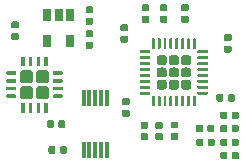
<source format=gbr>
G04 #@! TF.GenerationSoftware,KiCad,Pcbnew,(5.1.4)-1*
G04 #@! TF.CreationDate,2020-11-12T16:18:46-05:00*
G04 #@! TF.ProjectId,UniAmp,556e6941-6d70-42e6-9b69-6361645f7063,rev?*
G04 #@! TF.SameCoordinates,Original*
G04 #@! TF.FileFunction,Paste,Top*
G04 #@! TF.FilePolarity,Positive*
%FSLAX46Y46*%
G04 Gerber Fmt 4.6, Leading zero omitted, Abs format (unit mm)*
G04 Created by KiCad (PCBNEW (5.1.4)-1) date 2020-11-12 16:18:46*
%MOMM*%
%LPD*%
G04 APERTURE LIST*
%ADD10C,0.100000*%
%ADD11C,0.590000*%
%ADD12C,1.090000*%
%ADD13C,0.300000*%
%ADD14C,0.830000*%
%ADD15C,0.250000*%
%ADD16R,0.650000X1.060000*%
%ADD17R,0.300000X1.400000*%
G04 APERTURE END LIST*
D10*
G36*
X113796958Y-73235710D02*
G01*
X113811276Y-73237834D01*
X113825317Y-73241351D01*
X113838946Y-73246228D01*
X113852031Y-73252417D01*
X113864447Y-73259858D01*
X113876073Y-73268481D01*
X113886798Y-73278202D01*
X113896519Y-73288927D01*
X113905142Y-73300553D01*
X113912583Y-73312969D01*
X113918772Y-73326054D01*
X113923649Y-73339683D01*
X113927166Y-73353724D01*
X113929290Y-73368042D01*
X113930000Y-73382500D01*
X113930000Y-73677500D01*
X113929290Y-73691958D01*
X113927166Y-73706276D01*
X113923649Y-73720317D01*
X113918772Y-73733946D01*
X113912583Y-73747031D01*
X113905142Y-73759447D01*
X113896519Y-73771073D01*
X113886798Y-73781798D01*
X113876073Y-73791519D01*
X113864447Y-73800142D01*
X113852031Y-73807583D01*
X113838946Y-73813772D01*
X113825317Y-73818649D01*
X113811276Y-73822166D01*
X113796958Y-73824290D01*
X113782500Y-73825000D01*
X113437500Y-73825000D01*
X113423042Y-73824290D01*
X113408724Y-73822166D01*
X113394683Y-73818649D01*
X113381054Y-73813772D01*
X113367969Y-73807583D01*
X113355553Y-73800142D01*
X113343927Y-73791519D01*
X113333202Y-73781798D01*
X113323481Y-73771073D01*
X113314858Y-73759447D01*
X113307417Y-73747031D01*
X113301228Y-73733946D01*
X113296351Y-73720317D01*
X113292834Y-73706276D01*
X113290710Y-73691958D01*
X113290000Y-73677500D01*
X113290000Y-73382500D01*
X113290710Y-73368042D01*
X113292834Y-73353724D01*
X113296351Y-73339683D01*
X113301228Y-73326054D01*
X113307417Y-73312969D01*
X113314858Y-73300553D01*
X113323481Y-73288927D01*
X113333202Y-73278202D01*
X113343927Y-73268481D01*
X113355553Y-73259858D01*
X113367969Y-73252417D01*
X113381054Y-73246228D01*
X113394683Y-73241351D01*
X113408724Y-73237834D01*
X113423042Y-73235710D01*
X113437500Y-73235000D01*
X113782500Y-73235000D01*
X113796958Y-73235710D01*
X113796958Y-73235710D01*
G37*
D11*
X113610000Y-73530000D03*
D10*
G36*
X113796958Y-74205710D02*
G01*
X113811276Y-74207834D01*
X113825317Y-74211351D01*
X113838946Y-74216228D01*
X113852031Y-74222417D01*
X113864447Y-74229858D01*
X113876073Y-74238481D01*
X113886798Y-74248202D01*
X113896519Y-74258927D01*
X113905142Y-74270553D01*
X113912583Y-74282969D01*
X113918772Y-74296054D01*
X113923649Y-74309683D01*
X113927166Y-74323724D01*
X113929290Y-74338042D01*
X113930000Y-74352500D01*
X113930000Y-74647500D01*
X113929290Y-74661958D01*
X113927166Y-74676276D01*
X113923649Y-74690317D01*
X113918772Y-74703946D01*
X113912583Y-74717031D01*
X113905142Y-74729447D01*
X113896519Y-74741073D01*
X113886798Y-74751798D01*
X113876073Y-74761519D01*
X113864447Y-74770142D01*
X113852031Y-74777583D01*
X113838946Y-74783772D01*
X113825317Y-74788649D01*
X113811276Y-74792166D01*
X113796958Y-74794290D01*
X113782500Y-74795000D01*
X113437500Y-74795000D01*
X113423042Y-74794290D01*
X113408724Y-74792166D01*
X113394683Y-74788649D01*
X113381054Y-74783772D01*
X113367969Y-74777583D01*
X113355553Y-74770142D01*
X113343927Y-74761519D01*
X113333202Y-74751798D01*
X113323481Y-74741073D01*
X113314858Y-74729447D01*
X113307417Y-74717031D01*
X113301228Y-74703946D01*
X113296351Y-74690317D01*
X113292834Y-74676276D01*
X113290710Y-74661958D01*
X113290000Y-74647500D01*
X113290000Y-74352500D01*
X113290710Y-74338042D01*
X113292834Y-74323724D01*
X113296351Y-74309683D01*
X113301228Y-74296054D01*
X113307417Y-74282969D01*
X113314858Y-74270553D01*
X113323481Y-74258927D01*
X113333202Y-74248202D01*
X113343927Y-74238481D01*
X113355553Y-74229858D01*
X113367969Y-74222417D01*
X113381054Y-74216228D01*
X113394683Y-74211351D01*
X113408724Y-74207834D01*
X113423042Y-74205710D01*
X113437500Y-74205000D01*
X113782500Y-74205000D01*
X113796958Y-74205710D01*
X113796958Y-74205710D01*
G37*
D11*
X113610000Y-74500000D03*
D10*
G36*
X123036958Y-73485710D02*
G01*
X123051276Y-73487834D01*
X123065317Y-73491351D01*
X123078946Y-73496228D01*
X123092031Y-73502417D01*
X123104447Y-73509858D01*
X123116073Y-73518481D01*
X123126798Y-73528202D01*
X123136519Y-73538927D01*
X123145142Y-73550553D01*
X123152583Y-73562969D01*
X123158772Y-73576054D01*
X123163649Y-73589683D01*
X123167166Y-73603724D01*
X123169290Y-73618042D01*
X123170000Y-73632500D01*
X123170000Y-73927500D01*
X123169290Y-73941958D01*
X123167166Y-73956276D01*
X123163649Y-73970317D01*
X123158772Y-73983946D01*
X123152583Y-73997031D01*
X123145142Y-74009447D01*
X123136519Y-74021073D01*
X123126798Y-74031798D01*
X123116073Y-74041519D01*
X123104447Y-74050142D01*
X123092031Y-74057583D01*
X123078946Y-74063772D01*
X123065317Y-74068649D01*
X123051276Y-74072166D01*
X123036958Y-74074290D01*
X123022500Y-74075000D01*
X122677500Y-74075000D01*
X122663042Y-74074290D01*
X122648724Y-74072166D01*
X122634683Y-74068649D01*
X122621054Y-74063772D01*
X122607969Y-74057583D01*
X122595553Y-74050142D01*
X122583927Y-74041519D01*
X122573202Y-74031798D01*
X122563481Y-74021073D01*
X122554858Y-74009447D01*
X122547417Y-73997031D01*
X122541228Y-73983946D01*
X122536351Y-73970317D01*
X122532834Y-73956276D01*
X122530710Y-73941958D01*
X122530000Y-73927500D01*
X122530000Y-73632500D01*
X122530710Y-73618042D01*
X122532834Y-73603724D01*
X122536351Y-73589683D01*
X122541228Y-73576054D01*
X122547417Y-73562969D01*
X122554858Y-73550553D01*
X122563481Y-73538927D01*
X122573202Y-73528202D01*
X122583927Y-73518481D01*
X122595553Y-73509858D01*
X122607969Y-73502417D01*
X122621054Y-73496228D01*
X122634683Y-73491351D01*
X122648724Y-73487834D01*
X122663042Y-73485710D01*
X122677500Y-73485000D01*
X123022500Y-73485000D01*
X123036958Y-73485710D01*
X123036958Y-73485710D01*
G37*
D11*
X122850000Y-73780000D03*
D10*
G36*
X123036958Y-74455710D02*
G01*
X123051276Y-74457834D01*
X123065317Y-74461351D01*
X123078946Y-74466228D01*
X123092031Y-74472417D01*
X123104447Y-74479858D01*
X123116073Y-74488481D01*
X123126798Y-74498202D01*
X123136519Y-74508927D01*
X123145142Y-74520553D01*
X123152583Y-74532969D01*
X123158772Y-74546054D01*
X123163649Y-74559683D01*
X123167166Y-74573724D01*
X123169290Y-74588042D01*
X123170000Y-74602500D01*
X123170000Y-74897500D01*
X123169290Y-74911958D01*
X123167166Y-74926276D01*
X123163649Y-74940317D01*
X123158772Y-74953946D01*
X123152583Y-74967031D01*
X123145142Y-74979447D01*
X123136519Y-74991073D01*
X123126798Y-75001798D01*
X123116073Y-75011519D01*
X123104447Y-75020142D01*
X123092031Y-75027583D01*
X123078946Y-75033772D01*
X123065317Y-75038649D01*
X123051276Y-75042166D01*
X123036958Y-75044290D01*
X123022500Y-75045000D01*
X122677500Y-75045000D01*
X122663042Y-75044290D01*
X122648724Y-75042166D01*
X122634683Y-75038649D01*
X122621054Y-75033772D01*
X122607969Y-75027583D01*
X122595553Y-75020142D01*
X122583927Y-75011519D01*
X122573202Y-75001798D01*
X122563481Y-74991073D01*
X122554858Y-74979447D01*
X122547417Y-74967031D01*
X122541228Y-74953946D01*
X122536351Y-74940317D01*
X122532834Y-74926276D01*
X122530710Y-74911958D01*
X122530000Y-74897500D01*
X122530000Y-74602500D01*
X122530710Y-74588042D01*
X122532834Y-74573724D01*
X122536351Y-74559683D01*
X122541228Y-74546054D01*
X122547417Y-74532969D01*
X122554858Y-74520553D01*
X122563481Y-74508927D01*
X122573202Y-74498202D01*
X122583927Y-74488481D01*
X122595553Y-74479858D01*
X122607969Y-74472417D01*
X122621054Y-74466228D01*
X122634683Y-74461351D01*
X122648724Y-74457834D01*
X122663042Y-74455710D01*
X122677500Y-74455000D01*
X123022500Y-74455000D01*
X123036958Y-74455710D01*
X123036958Y-74455710D01*
G37*
D11*
X122850000Y-74750000D03*
D10*
G36*
X124836958Y-72765710D02*
G01*
X124851276Y-72767834D01*
X124865317Y-72771351D01*
X124878946Y-72776228D01*
X124892031Y-72782417D01*
X124904447Y-72789858D01*
X124916073Y-72798481D01*
X124926798Y-72808202D01*
X124936519Y-72818927D01*
X124945142Y-72830553D01*
X124952583Y-72842969D01*
X124958772Y-72856054D01*
X124963649Y-72869683D01*
X124967166Y-72883724D01*
X124969290Y-72898042D01*
X124970000Y-72912500D01*
X124970000Y-73207500D01*
X124969290Y-73221958D01*
X124967166Y-73236276D01*
X124963649Y-73250317D01*
X124958772Y-73263946D01*
X124952583Y-73277031D01*
X124945142Y-73289447D01*
X124936519Y-73301073D01*
X124926798Y-73311798D01*
X124916073Y-73321519D01*
X124904447Y-73330142D01*
X124892031Y-73337583D01*
X124878946Y-73343772D01*
X124865317Y-73348649D01*
X124851276Y-73352166D01*
X124836958Y-73354290D01*
X124822500Y-73355000D01*
X124477500Y-73355000D01*
X124463042Y-73354290D01*
X124448724Y-73352166D01*
X124434683Y-73348649D01*
X124421054Y-73343772D01*
X124407969Y-73337583D01*
X124395553Y-73330142D01*
X124383927Y-73321519D01*
X124373202Y-73311798D01*
X124363481Y-73301073D01*
X124354858Y-73289447D01*
X124347417Y-73277031D01*
X124341228Y-73263946D01*
X124336351Y-73250317D01*
X124332834Y-73236276D01*
X124330710Y-73221958D01*
X124330000Y-73207500D01*
X124330000Y-72912500D01*
X124330710Y-72898042D01*
X124332834Y-72883724D01*
X124336351Y-72869683D01*
X124341228Y-72856054D01*
X124347417Y-72842969D01*
X124354858Y-72830553D01*
X124363481Y-72818927D01*
X124373202Y-72808202D01*
X124383927Y-72798481D01*
X124395553Y-72789858D01*
X124407969Y-72782417D01*
X124421054Y-72776228D01*
X124434683Y-72771351D01*
X124448724Y-72767834D01*
X124463042Y-72765710D01*
X124477500Y-72765000D01*
X124822500Y-72765000D01*
X124836958Y-72765710D01*
X124836958Y-72765710D01*
G37*
D11*
X124650000Y-73060000D03*
D10*
G36*
X124836958Y-71795710D02*
G01*
X124851276Y-71797834D01*
X124865317Y-71801351D01*
X124878946Y-71806228D01*
X124892031Y-71812417D01*
X124904447Y-71819858D01*
X124916073Y-71828481D01*
X124926798Y-71838202D01*
X124936519Y-71848927D01*
X124945142Y-71860553D01*
X124952583Y-71872969D01*
X124958772Y-71886054D01*
X124963649Y-71899683D01*
X124967166Y-71913724D01*
X124969290Y-71928042D01*
X124970000Y-71942500D01*
X124970000Y-72237500D01*
X124969290Y-72251958D01*
X124967166Y-72266276D01*
X124963649Y-72280317D01*
X124958772Y-72293946D01*
X124952583Y-72307031D01*
X124945142Y-72319447D01*
X124936519Y-72331073D01*
X124926798Y-72341798D01*
X124916073Y-72351519D01*
X124904447Y-72360142D01*
X124892031Y-72367583D01*
X124878946Y-72373772D01*
X124865317Y-72378649D01*
X124851276Y-72382166D01*
X124836958Y-72384290D01*
X124822500Y-72385000D01*
X124477500Y-72385000D01*
X124463042Y-72384290D01*
X124448724Y-72382166D01*
X124434683Y-72378649D01*
X124421054Y-72373772D01*
X124407969Y-72367583D01*
X124395553Y-72360142D01*
X124383927Y-72351519D01*
X124373202Y-72341798D01*
X124363481Y-72331073D01*
X124354858Y-72319447D01*
X124347417Y-72307031D01*
X124341228Y-72293946D01*
X124336351Y-72280317D01*
X124332834Y-72266276D01*
X124330710Y-72251958D01*
X124330000Y-72237500D01*
X124330000Y-71942500D01*
X124330710Y-71928042D01*
X124332834Y-71913724D01*
X124336351Y-71899683D01*
X124341228Y-71886054D01*
X124347417Y-71872969D01*
X124354858Y-71860553D01*
X124363481Y-71848927D01*
X124373202Y-71838202D01*
X124383927Y-71828481D01*
X124395553Y-71819858D01*
X124407969Y-71812417D01*
X124421054Y-71806228D01*
X124434683Y-71801351D01*
X124448724Y-71797834D01*
X124463042Y-71795710D01*
X124477500Y-71795000D01*
X124822500Y-71795000D01*
X124836958Y-71795710D01*
X124836958Y-71795710D01*
G37*
D11*
X124650000Y-72090000D03*
D10*
G36*
X125986958Y-81725710D02*
G01*
X126001276Y-81727834D01*
X126015317Y-81731351D01*
X126028946Y-81736228D01*
X126042031Y-81742417D01*
X126054447Y-81749858D01*
X126066073Y-81758481D01*
X126076798Y-81768202D01*
X126086519Y-81778927D01*
X126095142Y-81790553D01*
X126102583Y-81802969D01*
X126108772Y-81816054D01*
X126113649Y-81829683D01*
X126117166Y-81843724D01*
X126119290Y-81858042D01*
X126120000Y-81872500D01*
X126120000Y-82167500D01*
X126119290Y-82181958D01*
X126117166Y-82196276D01*
X126113649Y-82210317D01*
X126108772Y-82223946D01*
X126102583Y-82237031D01*
X126095142Y-82249447D01*
X126086519Y-82261073D01*
X126076798Y-82271798D01*
X126066073Y-82281519D01*
X126054447Y-82290142D01*
X126042031Y-82297583D01*
X126028946Y-82303772D01*
X126015317Y-82308649D01*
X126001276Y-82312166D01*
X125986958Y-82314290D01*
X125972500Y-82315000D01*
X125627500Y-82315000D01*
X125613042Y-82314290D01*
X125598724Y-82312166D01*
X125584683Y-82308649D01*
X125571054Y-82303772D01*
X125557969Y-82297583D01*
X125545553Y-82290142D01*
X125533927Y-82281519D01*
X125523202Y-82271798D01*
X125513481Y-82261073D01*
X125504858Y-82249447D01*
X125497417Y-82237031D01*
X125491228Y-82223946D01*
X125486351Y-82210317D01*
X125482834Y-82196276D01*
X125480710Y-82181958D01*
X125480000Y-82167500D01*
X125480000Y-81872500D01*
X125480710Y-81858042D01*
X125482834Y-81843724D01*
X125486351Y-81829683D01*
X125491228Y-81816054D01*
X125497417Y-81802969D01*
X125504858Y-81790553D01*
X125513481Y-81778927D01*
X125523202Y-81768202D01*
X125533927Y-81758481D01*
X125545553Y-81749858D01*
X125557969Y-81742417D01*
X125571054Y-81736228D01*
X125584683Y-81731351D01*
X125598724Y-81727834D01*
X125613042Y-81725710D01*
X125627500Y-81725000D01*
X125972500Y-81725000D01*
X125986958Y-81725710D01*
X125986958Y-81725710D01*
G37*
D11*
X125800000Y-82020000D03*
D10*
G36*
X125986958Y-82695710D02*
G01*
X126001276Y-82697834D01*
X126015317Y-82701351D01*
X126028946Y-82706228D01*
X126042031Y-82712417D01*
X126054447Y-82719858D01*
X126066073Y-82728481D01*
X126076798Y-82738202D01*
X126086519Y-82748927D01*
X126095142Y-82760553D01*
X126102583Y-82772969D01*
X126108772Y-82786054D01*
X126113649Y-82799683D01*
X126117166Y-82813724D01*
X126119290Y-82828042D01*
X126120000Y-82842500D01*
X126120000Y-83137500D01*
X126119290Y-83151958D01*
X126117166Y-83166276D01*
X126113649Y-83180317D01*
X126108772Y-83193946D01*
X126102583Y-83207031D01*
X126095142Y-83219447D01*
X126086519Y-83231073D01*
X126076798Y-83241798D01*
X126066073Y-83251519D01*
X126054447Y-83260142D01*
X126042031Y-83267583D01*
X126028946Y-83273772D01*
X126015317Y-83278649D01*
X126001276Y-83282166D01*
X125986958Y-83284290D01*
X125972500Y-83285000D01*
X125627500Y-83285000D01*
X125613042Y-83284290D01*
X125598724Y-83282166D01*
X125584683Y-83278649D01*
X125571054Y-83273772D01*
X125557969Y-83267583D01*
X125545553Y-83260142D01*
X125533927Y-83251519D01*
X125523202Y-83241798D01*
X125513481Y-83231073D01*
X125504858Y-83219447D01*
X125497417Y-83207031D01*
X125491228Y-83193946D01*
X125486351Y-83180317D01*
X125482834Y-83166276D01*
X125480710Y-83151958D01*
X125480000Y-83137500D01*
X125480000Y-82842500D01*
X125480710Y-82828042D01*
X125482834Y-82813724D01*
X125486351Y-82799683D01*
X125491228Y-82786054D01*
X125497417Y-82772969D01*
X125504858Y-82760553D01*
X125513481Y-82748927D01*
X125523202Y-82738202D01*
X125533927Y-82728481D01*
X125545553Y-82719858D01*
X125557969Y-82712417D01*
X125571054Y-82706228D01*
X125584683Y-82701351D01*
X125598724Y-82697834D01*
X125613042Y-82695710D01*
X125627500Y-82695000D01*
X125972500Y-82695000D01*
X125986958Y-82695710D01*
X125986958Y-82695710D01*
G37*
D11*
X125800000Y-82990000D03*
D10*
G36*
X126366958Y-72755710D02*
G01*
X126381276Y-72757834D01*
X126395317Y-72761351D01*
X126408946Y-72766228D01*
X126422031Y-72772417D01*
X126434447Y-72779858D01*
X126446073Y-72788481D01*
X126456798Y-72798202D01*
X126466519Y-72808927D01*
X126475142Y-72820553D01*
X126482583Y-72832969D01*
X126488772Y-72846054D01*
X126493649Y-72859683D01*
X126497166Y-72873724D01*
X126499290Y-72888042D01*
X126500000Y-72902500D01*
X126500000Y-73197500D01*
X126499290Y-73211958D01*
X126497166Y-73226276D01*
X126493649Y-73240317D01*
X126488772Y-73253946D01*
X126482583Y-73267031D01*
X126475142Y-73279447D01*
X126466519Y-73291073D01*
X126456798Y-73301798D01*
X126446073Y-73311519D01*
X126434447Y-73320142D01*
X126422031Y-73327583D01*
X126408946Y-73333772D01*
X126395317Y-73338649D01*
X126381276Y-73342166D01*
X126366958Y-73344290D01*
X126352500Y-73345000D01*
X126007500Y-73345000D01*
X125993042Y-73344290D01*
X125978724Y-73342166D01*
X125964683Y-73338649D01*
X125951054Y-73333772D01*
X125937969Y-73327583D01*
X125925553Y-73320142D01*
X125913927Y-73311519D01*
X125903202Y-73301798D01*
X125893481Y-73291073D01*
X125884858Y-73279447D01*
X125877417Y-73267031D01*
X125871228Y-73253946D01*
X125866351Y-73240317D01*
X125862834Y-73226276D01*
X125860710Y-73211958D01*
X125860000Y-73197500D01*
X125860000Y-72902500D01*
X125860710Y-72888042D01*
X125862834Y-72873724D01*
X125866351Y-72859683D01*
X125871228Y-72846054D01*
X125877417Y-72832969D01*
X125884858Y-72820553D01*
X125893481Y-72808927D01*
X125903202Y-72798202D01*
X125913927Y-72788481D01*
X125925553Y-72779858D01*
X125937969Y-72772417D01*
X125951054Y-72766228D01*
X125964683Y-72761351D01*
X125978724Y-72757834D01*
X125993042Y-72755710D01*
X126007500Y-72755000D01*
X126352500Y-72755000D01*
X126366958Y-72755710D01*
X126366958Y-72755710D01*
G37*
D11*
X126180000Y-73050000D03*
D10*
G36*
X126366958Y-71785710D02*
G01*
X126381276Y-71787834D01*
X126395317Y-71791351D01*
X126408946Y-71796228D01*
X126422031Y-71802417D01*
X126434447Y-71809858D01*
X126446073Y-71818481D01*
X126456798Y-71828202D01*
X126466519Y-71838927D01*
X126475142Y-71850553D01*
X126482583Y-71862969D01*
X126488772Y-71876054D01*
X126493649Y-71889683D01*
X126497166Y-71903724D01*
X126499290Y-71918042D01*
X126500000Y-71932500D01*
X126500000Y-72227500D01*
X126499290Y-72241958D01*
X126497166Y-72256276D01*
X126493649Y-72270317D01*
X126488772Y-72283946D01*
X126482583Y-72297031D01*
X126475142Y-72309447D01*
X126466519Y-72321073D01*
X126456798Y-72331798D01*
X126446073Y-72341519D01*
X126434447Y-72350142D01*
X126422031Y-72357583D01*
X126408946Y-72363772D01*
X126395317Y-72368649D01*
X126381276Y-72372166D01*
X126366958Y-72374290D01*
X126352500Y-72375000D01*
X126007500Y-72375000D01*
X125993042Y-72374290D01*
X125978724Y-72372166D01*
X125964683Y-72368649D01*
X125951054Y-72363772D01*
X125937969Y-72357583D01*
X125925553Y-72350142D01*
X125913927Y-72341519D01*
X125903202Y-72331798D01*
X125893481Y-72321073D01*
X125884858Y-72309447D01*
X125877417Y-72297031D01*
X125871228Y-72283946D01*
X125866351Y-72270317D01*
X125862834Y-72256276D01*
X125860710Y-72241958D01*
X125860000Y-72227500D01*
X125860000Y-71932500D01*
X125860710Y-71918042D01*
X125862834Y-71903724D01*
X125866351Y-71889683D01*
X125871228Y-71876054D01*
X125877417Y-71862969D01*
X125884858Y-71850553D01*
X125893481Y-71838927D01*
X125903202Y-71828202D01*
X125913927Y-71818481D01*
X125925553Y-71809858D01*
X125937969Y-71802417D01*
X125951054Y-71796228D01*
X125964683Y-71791351D01*
X125978724Y-71787834D01*
X125993042Y-71785710D01*
X126007500Y-71785000D01*
X126352500Y-71785000D01*
X126366958Y-71785710D01*
X126366958Y-71785710D01*
G37*
D11*
X126180000Y-72080000D03*
D10*
G36*
X128166958Y-71775710D02*
G01*
X128181276Y-71777834D01*
X128195317Y-71781351D01*
X128208946Y-71786228D01*
X128222031Y-71792417D01*
X128234447Y-71799858D01*
X128246073Y-71808481D01*
X128256798Y-71818202D01*
X128266519Y-71828927D01*
X128275142Y-71840553D01*
X128282583Y-71852969D01*
X128288772Y-71866054D01*
X128293649Y-71879683D01*
X128297166Y-71893724D01*
X128299290Y-71908042D01*
X128300000Y-71922500D01*
X128300000Y-72217500D01*
X128299290Y-72231958D01*
X128297166Y-72246276D01*
X128293649Y-72260317D01*
X128288772Y-72273946D01*
X128282583Y-72287031D01*
X128275142Y-72299447D01*
X128266519Y-72311073D01*
X128256798Y-72321798D01*
X128246073Y-72331519D01*
X128234447Y-72340142D01*
X128222031Y-72347583D01*
X128208946Y-72353772D01*
X128195317Y-72358649D01*
X128181276Y-72362166D01*
X128166958Y-72364290D01*
X128152500Y-72365000D01*
X127807500Y-72365000D01*
X127793042Y-72364290D01*
X127778724Y-72362166D01*
X127764683Y-72358649D01*
X127751054Y-72353772D01*
X127737969Y-72347583D01*
X127725553Y-72340142D01*
X127713927Y-72331519D01*
X127703202Y-72321798D01*
X127693481Y-72311073D01*
X127684858Y-72299447D01*
X127677417Y-72287031D01*
X127671228Y-72273946D01*
X127666351Y-72260317D01*
X127662834Y-72246276D01*
X127660710Y-72231958D01*
X127660000Y-72217500D01*
X127660000Y-71922500D01*
X127660710Y-71908042D01*
X127662834Y-71893724D01*
X127666351Y-71879683D01*
X127671228Y-71866054D01*
X127677417Y-71852969D01*
X127684858Y-71840553D01*
X127693481Y-71828927D01*
X127703202Y-71818202D01*
X127713927Y-71808481D01*
X127725553Y-71799858D01*
X127737969Y-71792417D01*
X127751054Y-71786228D01*
X127764683Y-71781351D01*
X127778724Y-71777834D01*
X127793042Y-71775710D01*
X127807500Y-71775000D01*
X128152500Y-71775000D01*
X128166958Y-71775710D01*
X128166958Y-71775710D01*
G37*
D11*
X127980000Y-72070000D03*
D10*
G36*
X128166958Y-72745710D02*
G01*
X128181276Y-72747834D01*
X128195317Y-72751351D01*
X128208946Y-72756228D01*
X128222031Y-72762417D01*
X128234447Y-72769858D01*
X128246073Y-72778481D01*
X128256798Y-72788202D01*
X128266519Y-72798927D01*
X128275142Y-72810553D01*
X128282583Y-72822969D01*
X128288772Y-72836054D01*
X128293649Y-72849683D01*
X128297166Y-72863724D01*
X128299290Y-72878042D01*
X128300000Y-72892500D01*
X128300000Y-73187500D01*
X128299290Y-73201958D01*
X128297166Y-73216276D01*
X128293649Y-73230317D01*
X128288772Y-73243946D01*
X128282583Y-73257031D01*
X128275142Y-73269447D01*
X128266519Y-73281073D01*
X128256798Y-73291798D01*
X128246073Y-73301519D01*
X128234447Y-73310142D01*
X128222031Y-73317583D01*
X128208946Y-73323772D01*
X128195317Y-73328649D01*
X128181276Y-73332166D01*
X128166958Y-73334290D01*
X128152500Y-73335000D01*
X127807500Y-73335000D01*
X127793042Y-73334290D01*
X127778724Y-73332166D01*
X127764683Y-73328649D01*
X127751054Y-73323772D01*
X127737969Y-73317583D01*
X127725553Y-73310142D01*
X127713927Y-73301519D01*
X127703202Y-73291798D01*
X127693481Y-73281073D01*
X127684858Y-73269447D01*
X127677417Y-73257031D01*
X127671228Y-73243946D01*
X127666351Y-73230317D01*
X127662834Y-73216276D01*
X127660710Y-73201958D01*
X127660000Y-73187500D01*
X127660000Y-72892500D01*
X127660710Y-72878042D01*
X127662834Y-72863724D01*
X127666351Y-72849683D01*
X127671228Y-72836054D01*
X127677417Y-72822969D01*
X127684858Y-72810553D01*
X127693481Y-72798927D01*
X127703202Y-72788202D01*
X127713927Y-72778481D01*
X127725553Y-72769858D01*
X127737969Y-72762417D01*
X127751054Y-72756228D01*
X127764683Y-72751351D01*
X127778724Y-72747834D01*
X127793042Y-72745710D01*
X127807500Y-72745000D01*
X128152500Y-72745000D01*
X128166958Y-72745710D01*
X128166958Y-72745710D01*
G37*
D11*
X127980000Y-73040000D03*
D10*
G36*
X127306958Y-82675710D02*
G01*
X127321276Y-82677834D01*
X127335317Y-82681351D01*
X127348946Y-82686228D01*
X127362031Y-82692417D01*
X127374447Y-82699858D01*
X127386073Y-82708481D01*
X127396798Y-82718202D01*
X127406519Y-82728927D01*
X127415142Y-82740553D01*
X127422583Y-82752969D01*
X127428772Y-82766054D01*
X127433649Y-82779683D01*
X127437166Y-82793724D01*
X127439290Y-82808042D01*
X127440000Y-82822500D01*
X127440000Y-83117500D01*
X127439290Y-83131958D01*
X127437166Y-83146276D01*
X127433649Y-83160317D01*
X127428772Y-83173946D01*
X127422583Y-83187031D01*
X127415142Y-83199447D01*
X127406519Y-83211073D01*
X127396798Y-83221798D01*
X127386073Y-83231519D01*
X127374447Y-83240142D01*
X127362031Y-83247583D01*
X127348946Y-83253772D01*
X127335317Y-83258649D01*
X127321276Y-83262166D01*
X127306958Y-83264290D01*
X127292500Y-83265000D01*
X126947500Y-83265000D01*
X126933042Y-83264290D01*
X126918724Y-83262166D01*
X126904683Y-83258649D01*
X126891054Y-83253772D01*
X126877969Y-83247583D01*
X126865553Y-83240142D01*
X126853927Y-83231519D01*
X126843202Y-83221798D01*
X126833481Y-83211073D01*
X126824858Y-83199447D01*
X126817417Y-83187031D01*
X126811228Y-83173946D01*
X126806351Y-83160317D01*
X126802834Y-83146276D01*
X126800710Y-83131958D01*
X126800000Y-83117500D01*
X126800000Y-82822500D01*
X126800710Y-82808042D01*
X126802834Y-82793724D01*
X126806351Y-82779683D01*
X126811228Y-82766054D01*
X126817417Y-82752969D01*
X126824858Y-82740553D01*
X126833481Y-82728927D01*
X126843202Y-82718202D01*
X126853927Y-82708481D01*
X126865553Y-82699858D01*
X126877969Y-82692417D01*
X126891054Y-82686228D01*
X126904683Y-82681351D01*
X126918724Y-82677834D01*
X126933042Y-82675710D01*
X126947500Y-82675000D01*
X127292500Y-82675000D01*
X127306958Y-82675710D01*
X127306958Y-82675710D01*
G37*
D11*
X127120000Y-82970000D03*
D10*
G36*
X127306958Y-81705710D02*
G01*
X127321276Y-81707834D01*
X127335317Y-81711351D01*
X127348946Y-81716228D01*
X127362031Y-81722417D01*
X127374447Y-81729858D01*
X127386073Y-81738481D01*
X127396798Y-81748202D01*
X127406519Y-81758927D01*
X127415142Y-81770553D01*
X127422583Y-81782969D01*
X127428772Y-81796054D01*
X127433649Y-81809683D01*
X127437166Y-81823724D01*
X127439290Y-81838042D01*
X127440000Y-81852500D01*
X127440000Y-82147500D01*
X127439290Y-82161958D01*
X127437166Y-82176276D01*
X127433649Y-82190317D01*
X127428772Y-82203946D01*
X127422583Y-82217031D01*
X127415142Y-82229447D01*
X127406519Y-82241073D01*
X127396798Y-82251798D01*
X127386073Y-82261519D01*
X127374447Y-82270142D01*
X127362031Y-82277583D01*
X127348946Y-82283772D01*
X127335317Y-82288649D01*
X127321276Y-82292166D01*
X127306958Y-82294290D01*
X127292500Y-82295000D01*
X126947500Y-82295000D01*
X126933042Y-82294290D01*
X126918724Y-82292166D01*
X126904683Y-82288649D01*
X126891054Y-82283772D01*
X126877969Y-82277583D01*
X126865553Y-82270142D01*
X126853927Y-82261519D01*
X126843202Y-82251798D01*
X126833481Y-82241073D01*
X126824858Y-82229447D01*
X126817417Y-82217031D01*
X126811228Y-82203946D01*
X126806351Y-82190317D01*
X126802834Y-82176276D01*
X126800710Y-82161958D01*
X126800000Y-82147500D01*
X126800000Y-81852500D01*
X126800710Y-81838042D01*
X126802834Y-81823724D01*
X126806351Y-81809683D01*
X126811228Y-81796054D01*
X126817417Y-81782969D01*
X126824858Y-81770553D01*
X126833481Y-81758927D01*
X126843202Y-81748202D01*
X126853927Y-81738481D01*
X126865553Y-81729858D01*
X126877969Y-81722417D01*
X126891054Y-81716228D01*
X126904683Y-81711351D01*
X126918724Y-81707834D01*
X126933042Y-81705710D01*
X126947500Y-81705000D01*
X127292500Y-81705000D01*
X127306958Y-81705710D01*
X127306958Y-81705710D01*
G37*
D11*
X127120000Y-82000000D03*
D10*
G36*
X131806958Y-74305710D02*
G01*
X131821276Y-74307834D01*
X131835317Y-74311351D01*
X131848946Y-74316228D01*
X131862031Y-74322417D01*
X131874447Y-74329858D01*
X131886073Y-74338481D01*
X131896798Y-74348202D01*
X131906519Y-74358927D01*
X131915142Y-74370553D01*
X131922583Y-74382969D01*
X131928772Y-74396054D01*
X131933649Y-74409683D01*
X131937166Y-74423724D01*
X131939290Y-74438042D01*
X131940000Y-74452500D01*
X131940000Y-74747500D01*
X131939290Y-74761958D01*
X131937166Y-74776276D01*
X131933649Y-74790317D01*
X131928772Y-74803946D01*
X131922583Y-74817031D01*
X131915142Y-74829447D01*
X131906519Y-74841073D01*
X131896798Y-74851798D01*
X131886073Y-74861519D01*
X131874447Y-74870142D01*
X131862031Y-74877583D01*
X131848946Y-74883772D01*
X131835317Y-74888649D01*
X131821276Y-74892166D01*
X131806958Y-74894290D01*
X131792500Y-74895000D01*
X131447500Y-74895000D01*
X131433042Y-74894290D01*
X131418724Y-74892166D01*
X131404683Y-74888649D01*
X131391054Y-74883772D01*
X131377969Y-74877583D01*
X131365553Y-74870142D01*
X131353927Y-74861519D01*
X131343202Y-74851798D01*
X131333481Y-74841073D01*
X131324858Y-74829447D01*
X131317417Y-74817031D01*
X131311228Y-74803946D01*
X131306351Y-74790317D01*
X131302834Y-74776276D01*
X131300710Y-74761958D01*
X131300000Y-74747500D01*
X131300000Y-74452500D01*
X131300710Y-74438042D01*
X131302834Y-74423724D01*
X131306351Y-74409683D01*
X131311228Y-74396054D01*
X131317417Y-74382969D01*
X131324858Y-74370553D01*
X131333481Y-74358927D01*
X131343202Y-74348202D01*
X131353927Y-74338481D01*
X131365553Y-74329858D01*
X131377969Y-74322417D01*
X131391054Y-74316228D01*
X131404683Y-74311351D01*
X131418724Y-74307834D01*
X131433042Y-74305710D01*
X131447500Y-74305000D01*
X131792500Y-74305000D01*
X131806958Y-74305710D01*
X131806958Y-74305710D01*
G37*
D11*
X131620000Y-74600000D03*
D10*
G36*
X131806958Y-75275710D02*
G01*
X131821276Y-75277834D01*
X131835317Y-75281351D01*
X131848946Y-75286228D01*
X131862031Y-75292417D01*
X131874447Y-75299858D01*
X131886073Y-75308481D01*
X131896798Y-75318202D01*
X131906519Y-75328927D01*
X131915142Y-75340553D01*
X131922583Y-75352969D01*
X131928772Y-75366054D01*
X131933649Y-75379683D01*
X131937166Y-75393724D01*
X131939290Y-75408042D01*
X131940000Y-75422500D01*
X131940000Y-75717500D01*
X131939290Y-75731958D01*
X131937166Y-75746276D01*
X131933649Y-75760317D01*
X131928772Y-75773946D01*
X131922583Y-75787031D01*
X131915142Y-75799447D01*
X131906519Y-75811073D01*
X131896798Y-75821798D01*
X131886073Y-75831519D01*
X131874447Y-75840142D01*
X131862031Y-75847583D01*
X131848946Y-75853772D01*
X131835317Y-75858649D01*
X131821276Y-75862166D01*
X131806958Y-75864290D01*
X131792500Y-75865000D01*
X131447500Y-75865000D01*
X131433042Y-75864290D01*
X131418724Y-75862166D01*
X131404683Y-75858649D01*
X131391054Y-75853772D01*
X131377969Y-75847583D01*
X131365553Y-75840142D01*
X131353927Y-75831519D01*
X131343202Y-75821798D01*
X131333481Y-75811073D01*
X131324858Y-75799447D01*
X131317417Y-75787031D01*
X131311228Y-75773946D01*
X131306351Y-75760317D01*
X131302834Y-75746276D01*
X131300710Y-75731958D01*
X131300000Y-75717500D01*
X131300000Y-75422500D01*
X131300710Y-75408042D01*
X131302834Y-75393724D01*
X131306351Y-75379683D01*
X131311228Y-75366054D01*
X131317417Y-75352969D01*
X131324858Y-75340553D01*
X131333481Y-75328927D01*
X131343202Y-75318202D01*
X131353927Y-75308481D01*
X131365553Y-75299858D01*
X131377969Y-75292417D01*
X131391054Y-75286228D01*
X131404683Y-75281351D01*
X131418724Y-75277834D01*
X131433042Y-75275710D01*
X131447500Y-75275000D01*
X131792500Y-75275000D01*
X131806958Y-75275710D01*
X131806958Y-75275710D01*
G37*
D11*
X131620000Y-75570000D03*
D10*
G36*
X131111958Y-79380710D02*
G01*
X131126276Y-79382834D01*
X131140317Y-79386351D01*
X131153946Y-79391228D01*
X131167031Y-79397417D01*
X131179447Y-79404858D01*
X131191073Y-79413481D01*
X131201798Y-79423202D01*
X131211519Y-79433927D01*
X131220142Y-79445553D01*
X131227583Y-79457969D01*
X131233772Y-79471054D01*
X131238649Y-79484683D01*
X131242166Y-79498724D01*
X131244290Y-79513042D01*
X131245000Y-79527500D01*
X131245000Y-79872500D01*
X131244290Y-79886958D01*
X131242166Y-79901276D01*
X131238649Y-79915317D01*
X131233772Y-79928946D01*
X131227583Y-79942031D01*
X131220142Y-79954447D01*
X131211519Y-79966073D01*
X131201798Y-79976798D01*
X131191073Y-79986519D01*
X131179447Y-79995142D01*
X131167031Y-80002583D01*
X131153946Y-80008772D01*
X131140317Y-80013649D01*
X131126276Y-80017166D01*
X131111958Y-80019290D01*
X131097500Y-80020000D01*
X130802500Y-80020000D01*
X130788042Y-80019290D01*
X130773724Y-80017166D01*
X130759683Y-80013649D01*
X130746054Y-80008772D01*
X130732969Y-80002583D01*
X130720553Y-79995142D01*
X130708927Y-79986519D01*
X130698202Y-79976798D01*
X130688481Y-79966073D01*
X130679858Y-79954447D01*
X130672417Y-79942031D01*
X130666228Y-79928946D01*
X130661351Y-79915317D01*
X130657834Y-79901276D01*
X130655710Y-79886958D01*
X130655000Y-79872500D01*
X130655000Y-79527500D01*
X130655710Y-79513042D01*
X130657834Y-79498724D01*
X130661351Y-79484683D01*
X130666228Y-79471054D01*
X130672417Y-79457969D01*
X130679858Y-79445553D01*
X130688481Y-79433927D01*
X130698202Y-79423202D01*
X130708927Y-79413481D01*
X130720553Y-79404858D01*
X130732969Y-79397417D01*
X130746054Y-79391228D01*
X130759683Y-79386351D01*
X130773724Y-79382834D01*
X130788042Y-79380710D01*
X130802500Y-79380000D01*
X131097500Y-79380000D01*
X131111958Y-79380710D01*
X131111958Y-79380710D01*
G37*
D11*
X130950000Y-79700000D03*
D10*
G36*
X132081958Y-79380710D02*
G01*
X132096276Y-79382834D01*
X132110317Y-79386351D01*
X132123946Y-79391228D01*
X132137031Y-79397417D01*
X132149447Y-79404858D01*
X132161073Y-79413481D01*
X132171798Y-79423202D01*
X132181519Y-79433927D01*
X132190142Y-79445553D01*
X132197583Y-79457969D01*
X132203772Y-79471054D01*
X132208649Y-79484683D01*
X132212166Y-79498724D01*
X132214290Y-79513042D01*
X132215000Y-79527500D01*
X132215000Y-79872500D01*
X132214290Y-79886958D01*
X132212166Y-79901276D01*
X132208649Y-79915317D01*
X132203772Y-79928946D01*
X132197583Y-79942031D01*
X132190142Y-79954447D01*
X132181519Y-79966073D01*
X132171798Y-79976798D01*
X132161073Y-79986519D01*
X132149447Y-79995142D01*
X132137031Y-80002583D01*
X132123946Y-80008772D01*
X132110317Y-80013649D01*
X132096276Y-80017166D01*
X132081958Y-80019290D01*
X132067500Y-80020000D01*
X131772500Y-80020000D01*
X131758042Y-80019290D01*
X131743724Y-80017166D01*
X131729683Y-80013649D01*
X131716054Y-80008772D01*
X131702969Y-80002583D01*
X131690553Y-79995142D01*
X131678927Y-79986519D01*
X131668202Y-79976798D01*
X131658481Y-79966073D01*
X131649858Y-79954447D01*
X131642417Y-79942031D01*
X131636228Y-79928946D01*
X131631351Y-79915317D01*
X131627834Y-79901276D01*
X131625710Y-79886958D01*
X131625000Y-79872500D01*
X131625000Y-79527500D01*
X131625710Y-79513042D01*
X131627834Y-79498724D01*
X131631351Y-79484683D01*
X131636228Y-79471054D01*
X131642417Y-79457969D01*
X131649858Y-79445553D01*
X131658481Y-79433927D01*
X131668202Y-79423202D01*
X131678927Y-79413481D01*
X131690553Y-79404858D01*
X131702969Y-79397417D01*
X131716054Y-79391228D01*
X131729683Y-79386351D01*
X131743724Y-79382834D01*
X131758042Y-79380710D01*
X131772500Y-79380000D01*
X132067500Y-79380000D01*
X132081958Y-79380710D01*
X132081958Y-79380710D01*
G37*
D11*
X131920000Y-79700000D03*
D10*
G36*
X129371958Y-81970710D02*
G01*
X129386276Y-81972834D01*
X129400317Y-81976351D01*
X129413946Y-81981228D01*
X129427031Y-81987417D01*
X129439447Y-81994858D01*
X129451073Y-82003481D01*
X129461798Y-82013202D01*
X129471519Y-82023927D01*
X129480142Y-82035553D01*
X129487583Y-82047969D01*
X129493772Y-82061054D01*
X129498649Y-82074683D01*
X129502166Y-82088724D01*
X129504290Y-82103042D01*
X129505000Y-82117500D01*
X129505000Y-82462500D01*
X129504290Y-82476958D01*
X129502166Y-82491276D01*
X129498649Y-82505317D01*
X129493772Y-82518946D01*
X129487583Y-82532031D01*
X129480142Y-82544447D01*
X129471519Y-82556073D01*
X129461798Y-82566798D01*
X129451073Y-82576519D01*
X129439447Y-82585142D01*
X129427031Y-82592583D01*
X129413946Y-82598772D01*
X129400317Y-82603649D01*
X129386276Y-82607166D01*
X129371958Y-82609290D01*
X129357500Y-82610000D01*
X129062500Y-82610000D01*
X129048042Y-82609290D01*
X129033724Y-82607166D01*
X129019683Y-82603649D01*
X129006054Y-82598772D01*
X128992969Y-82592583D01*
X128980553Y-82585142D01*
X128968927Y-82576519D01*
X128958202Y-82566798D01*
X128948481Y-82556073D01*
X128939858Y-82544447D01*
X128932417Y-82532031D01*
X128926228Y-82518946D01*
X128921351Y-82505317D01*
X128917834Y-82491276D01*
X128915710Y-82476958D01*
X128915000Y-82462500D01*
X128915000Y-82117500D01*
X128915710Y-82103042D01*
X128917834Y-82088724D01*
X128921351Y-82074683D01*
X128926228Y-82061054D01*
X128932417Y-82047969D01*
X128939858Y-82035553D01*
X128948481Y-82023927D01*
X128958202Y-82013202D01*
X128968927Y-82003481D01*
X128980553Y-81994858D01*
X128992969Y-81987417D01*
X129006054Y-81981228D01*
X129019683Y-81976351D01*
X129033724Y-81972834D01*
X129048042Y-81970710D01*
X129062500Y-81970000D01*
X129357500Y-81970000D01*
X129371958Y-81970710D01*
X129371958Y-81970710D01*
G37*
D11*
X129210000Y-82290000D03*
D10*
G36*
X130341958Y-81970710D02*
G01*
X130356276Y-81972834D01*
X130370317Y-81976351D01*
X130383946Y-81981228D01*
X130397031Y-81987417D01*
X130409447Y-81994858D01*
X130421073Y-82003481D01*
X130431798Y-82013202D01*
X130441519Y-82023927D01*
X130450142Y-82035553D01*
X130457583Y-82047969D01*
X130463772Y-82061054D01*
X130468649Y-82074683D01*
X130472166Y-82088724D01*
X130474290Y-82103042D01*
X130475000Y-82117500D01*
X130475000Y-82462500D01*
X130474290Y-82476958D01*
X130472166Y-82491276D01*
X130468649Y-82505317D01*
X130463772Y-82518946D01*
X130457583Y-82532031D01*
X130450142Y-82544447D01*
X130441519Y-82556073D01*
X130431798Y-82566798D01*
X130421073Y-82576519D01*
X130409447Y-82585142D01*
X130397031Y-82592583D01*
X130383946Y-82598772D01*
X130370317Y-82603649D01*
X130356276Y-82607166D01*
X130341958Y-82609290D01*
X130327500Y-82610000D01*
X130032500Y-82610000D01*
X130018042Y-82609290D01*
X130003724Y-82607166D01*
X129989683Y-82603649D01*
X129976054Y-82598772D01*
X129962969Y-82592583D01*
X129950553Y-82585142D01*
X129938927Y-82576519D01*
X129928202Y-82566798D01*
X129918481Y-82556073D01*
X129909858Y-82544447D01*
X129902417Y-82532031D01*
X129896228Y-82518946D01*
X129891351Y-82505317D01*
X129887834Y-82491276D01*
X129885710Y-82476958D01*
X129885000Y-82462500D01*
X129885000Y-82117500D01*
X129885710Y-82103042D01*
X129887834Y-82088724D01*
X129891351Y-82074683D01*
X129896228Y-82061054D01*
X129902417Y-82047969D01*
X129909858Y-82035553D01*
X129918481Y-82023927D01*
X129928202Y-82013202D01*
X129938927Y-82003481D01*
X129950553Y-81994858D01*
X129962969Y-81987417D01*
X129976054Y-81981228D01*
X129989683Y-81976351D01*
X130003724Y-81972834D01*
X130018042Y-81970710D01*
X130032500Y-81970000D01*
X130327500Y-81970000D01*
X130341958Y-81970710D01*
X130341958Y-81970710D01*
G37*
D11*
X130180000Y-82290000D03*
D10*
G36*
X130371958Y-83160710D02*
G01*
X130386276Y-83162834D01*
X130400317Y-83166351D01*
X130413946Y-83171228D01*
X130427031Y-83177417D01*
X130439447Y-83184858D01*
X130451073Y-83193481D01*
X130461798Y-83203202D01*
X130471519Y-83213927D01*
X130480142Y-83225553D01*
X130487583Y-83237969D01*
X130493772Y-83251054D01*
X130498649Y-83264683D01*
X130502166Y-83278724D01*
X130504290Y-83293042D01*
X130505000Y-83307500D01*
X130505000Y-83652500D01*
X130504290Y-83666958D01*
X130502166Y-83681276D01*
X130498649Y-83695317D01*
X130493772Y-83708946D01*
X130487583Y-83722031D01*
X130480142Y-83734447D01*
X130471519Y-83746073D01*
X130461798Y-83756798D01*
X130451073Y-83766519D01*
X130439447Y-83775142D01*
X130427031Y-83782583D01*
X130413946Y-83788772D01*
X130400317Y-83793649D01*
X130386276Y-83797166D01*
X130371958Y-83799290D01*
X130357500Y-83800000D01*
X130062500Y-83800000D01*
X130048042Y-83799290D01*
X130033724Y-83797166D01*
X130019683Y-83793649D01*
X130006054Y-83788772D01*
X129992969Y-83782583D01*
X129980553Y-83775142D01*
X129968927Y-83766519D01*
X129958202Y-83756798D01*
X129948481Y-83746073D01*
X129939858Y-83734447D01*
X129932417Y-83722031D01*
X129926228Y-83708946D01*
X129921351Y-83695317D01*
X129917834Y-83681276D01*
X129915710Y-83666958D01*
X129915000Y-83652500D01*
X129915000Y-83307500D01*
X129915710Y-83293042D01*
X129917834Y-83278724D01*
X129921351Y-83264683D01*
X129926228Y-83251054D01*
X129932417Y-83237969D01*
X129939858Y-83225553D01*
X129948481Y-83213927D01*
X129958202Y-83203202D01*
X129968927Y-83193481D01*
X129980553Y-83184858D01*
X129992969Y-83177417D01*
X130006054Y-83171228D01*
X130019683Y-83166351D01*
X130033724Y-83162834D01*
X130048042Y-83160710D01*
X130062500Y-83160000D01*
X130357500Y-83160000D01*
X130371958Y-83160710D01*
X130371958Y-83160710D01*
G37*
D11*
X130210000Y-83480000D03*
D10*
G36*
X129401958Y-83160710D02*
G01*
X129416276Y-83162834D01*
X129430317Y-83166351D01*
X129443946Y-83171228D01*
X129457031Y-83177417D01*
X129469447Y-83184858D01*
X129481073Y-83193481D01*
X129491798Y-83203202D01*
X129501519Y-83213927D01*
X129510142Y-83225553D01*
X129517583Y-83237969D01*
X129523772Y-83251054D01*
X129528649Y-83264683D01*
X129532166Y-83278724D01*
X129534290Y-83293042D01*
X129535000Y-83307500D01*
X129535000Y-83652500D01*
X129534290Y-83666958D01*
X129532166Y-83681276D01*
X129528649Y-83695317D01*
X129523772Y-83708946D01*
X129517583Y-83722031D01*
X129510142Y-83734447D01*
X129501519Y-83746073D01*
X129491798Y-83756798D01*
X129481073Y-83766519D01*
X129469447Y-83775142D01*
X129457031Y-83782583D01*
X129443946Y-83788772D01*
X129430317Y-83793649D01*
X129416276Y-83797166D01*
X129401958Y-83799290D01*
X129387500Y-83800000D01*
X129092500Y-83800000D01*
X129078042Y-83799290D01*
X129063724Y-83797166D01*
X129049683Y-83793649D01*
X129036054Y-83788772D01*
X129022969Y-83782583D01*
X129010553Y-83775142D01*
X128998927Y-83766519D01*
X128988202Y-83756798D01*
X128978481Y-83746073D01*
X128969858Y-83734447D01*
X128962417Y-83722031D01*
X128956228Y-83708946D01*
X128951351Y-83695317D01*
X128947834Y-83681276D01*
X128945710Y-83666958D01*
X128945000Y-83652500D01*
X128945000Y-83307500D01*
X128945710Y-83293042D01*
X128947834Y-83278724D01*
X128951351Y-83264683D01*
X128956228Y-83251054D01*
X128962417Y-83237969D01*
X128969858Y-83225553D01*
X128978481Y-83213927D01*
X128988202Y-83203202D01*
X128998927Y-83193481D01*
X129010553Y-83184858D01*
X129022969Y-83177417D01*
X129036054Y-83171228D01*
X129049683Y-83166351D01*
X129063724Y-83162834D01*
X129078042Y-83160710D01*
X129092500Y-83160000D01*
X129387500Y-83160000D01*
X129401958Y-83160710D01*
X129401958Y-83160710D01*
G37*
D11*
X129240000Y-83480000D03*
D10*
G36*
X120086958Y-72925710D02*
G01*
X120101276Y-72927834D01*
X120115317Y-72931351D01*
X120128946Y-72936228D01*
X120142031Y-72942417D01*
X120154447Y-72949858D01*
X120166073Y-72958481D01*
X120176798Y-72968202D01*
X120186519Y-72978927D01*
X120195142Y-72990553D01*
X120202583Y-73002969D01*
X120208772Y-73016054D01*
X120213649Y-73029683D01*
X120217166Y-73043724D01*
X120219290Y-73058042D01*
X120220000Y-73072500D01*
X120220000Y-73367500D01*
X120219290Y-73381958D01*
X120217166Y-73396276D01*
X120213649Y-73410317D01*
X120208772Y-73423946D01*
X120202583Y-73437031D01*
X120195142Y-73449447D01*
X120186519Y-73461073D01*
X120176798Y-73471798D01*
X120166073Y-73481519D01*
X120154447Y-73490142D01*
X120142031Y-73497583D01*
X120128946Y-73503772D01*
X120115317Y-73508649D01*
X120101276Y-73512166D01*
X120086958Y-73514290D01*
X120072500Y-73515000D01*
X119727500Y-73515000D01*
X119713042Y-73514290D01*
X119698724Y-73512166D01*
X119684683Y-73508649D01*
X119671054Y-73503772D01*
X119657969Y-73497583D01*
X119645553Y-73490142D01*
X119633927Y-73481519D01*
X119623202Y-73471798D01*
X119613481Y-73461073D01*
X119604858Y-73449447D01*
X119597417Y-73437031D01*
X119591228Y-73423946D01*
X119586351Y-73410317D01*
X119582834Y-73396276D01*
X119580710Y-73381958D01*
X119580000Y-73367500D01*
X119580000Y-73072500D01*
X119580710Y-73058042D01*
X119582834Y-73043724D01*
X119586351Y-73029683D01*
X119591228Y-73016054D01*
X119597417Y-73002969D01*
X119604858Y-72990553D01*
X119613481Y-72978927D01*
X119623202Y-72968202D01*
X119633927Y-72958481D01*
X119645553Y-72949858D01*
X119657969Y-72942417D01*
X119671054Y-72936228D01*
X119684683Y-72931351D01*
X119698724Y-72927834D01*
X119713042Y-72925710D01*
X119727500Y-72925000D01*
X120072500Y-72925000D01*
X120086958Y-72925710D01*
X120086958Y-72925710D01*
G37*
D11*
X119900000Y-73220000D03*
D10*
G36*
X120086958Y-71955710D02*
G01*
X120101276Y-71957834D01*
X120115317Y-71961351D01*
X120128946Y-71966228D01*
X120142031Y-71972417D01*
X120154447Y-71979858D01*
X120166073Y-71988481D01*
X120176798Y-71998202D01*
X120186519Y-72008927D01*
X120195142Y-72020553D01*
X120202583Y-72032969D01*
X120208772Y-72046054D01*
X120213649Y-72059683D01*
X120217166Y-72073724D01*
X120219290Y-72088042D01*
X120220000Y-72102500D01*
X120220000Y-72397500D01*
X120219290Y-72411958D01*
X120217166Y-72426276D01*
X120213649Y-72440317D01*
X120208772Y-72453946D01*
X120202583Y-72467031D01*
X120195142Y-72479447D01*
X120186519Y-72491073D01*
X120176798Y-72501798D01*
X120166073Y-72511519D01*
X120154447Y-72520142D01*
X120142031Y-72527583D01*
X120128946Y-72533772D01*
X120115317Y-72538649D01*
X120101276Y-72542166D01*
X120086958Y-72544290D01*
X120072500Y-72545000D01*
X119727500Y-72545000D01*
X119713042Y-72544290D01*
X119698724Y-72542166D01*
X119684683Y-72538649D01*
X119671054Y-72533772D01*
X119657969Y-72527583D01*
X119645553Y-72520142D01*
X119633927Y-72511519D01*
X119623202Y-72501798D01*
X119613481Y-72491073D01*
X119604858Y-72479447D01*
X119597417Y-72467031D01*
X119591228Y-72453946D01*
X119586351Y-72440317D01*
X119582834Y-72426276D01*
X119580710Y-72411958D01*
X119580000Y-72397500D01*
X119580000Y-72102500D01*
X119580710Y-72088042D01*
X119582834Y-72073724D01*
X119586351Y-72059683D01*
X119591228Y-72046054D01*
X119597417Y-72032969D01*
X119604858Y-72020553D01*
X119613481Y-72008927D01*
X119623202Y-71998202D01*
X119633927Y-71988481D01*
X119645553Y-71979858D01*
X119657969Y-71972417D01*
X119671054Y-71966228D01*
X119684683Y-71961351D01*
X119698724Y-71957834D01*
X119713042Y-71955710D01*
X119727500Y-71955000D01*
X120072500Y-71955000D01*
X120086958Y-71955710D01*
X120086958Y-71955710D01*
G37*
D11*
X119900000Y-72250000D03*
D10*
G36*
X120076958Y-74955710D02*
G01*
X120091276Y-74957834D01*
X120105317Y-74961351D01*
X120118946Y-74966228D01*
X120132031Y-74972417D01*
X120144447Y-74979858D01*
X120156073Y-74988481D01*
X120166798Y-74998202D01*
X120176519Y-75008927D01*
X120185142Y-75020553D01*
X120192583Y-75032969D01*
X120198772Y-75046054D01*
X120203649Y-75059683D01*
X120207166Y-75073724D01*
X120209290Y-75088042D01*
X120210000Y-75102500D01*
X120210000Y-75397500D01*
X120209290Y-75411958D01*
X120207166Y-75426276D01*
X120203649Y-75440317D01*
X120198772Y-75453946D01*
X120192583Y-75467031D01*
X120185142Y-75479447D01*
X120176519Y-75491073D01*
X120166798Y-75501798D01*
X120156073Y-75511519D01*
X120144447Y-75520142D01*
X120132031Y-75527583D01*
X120118946Y-75533772D01*
X120105317Y-75538649D01*
X120091276Y-75542166D01*
X120076958Y-75544290D01*
X120062500Y-75545000D01*
X119717500Y-75545000D01*
X119703042Y-75544290D01*
X119688724Y-75542166D01*
X119674683Y-75538649D01*
X119661054Y-75533772D01*
X119647969Y-75527583D01*
X119635553Y-75520142D01*
X119623927Y-75511519D01*
X119613202Y-75501798D01*
X119603481Y-75491073D01*
X119594858Y-75479447D01*
X119587417Y-75467031D01*
X119581228Y-75453946D01*
X119576351Y-75440317D01*
X119572834Y-75426276D01*
X119570710Y-75411958D01*
X119570000Y-75397500D01*
X119570000Y-75102500D01*
X119570710Y-75088042D01*
X119572834Y-75073724D01*
X119576351Y-75059683D01*
X119581228Y-75046054D01*
X119587417Y-75032969D01*
X119594858Y-75020553D01*
X119603481Y-75008927D01*
X119613202Y-74998202D01*
X119623927Y-74988481D01*
X119635553Y-74979858D01*
X119647969Y-74972417D01*
X119661054Y-74966228D01*
X119674683Y-74961351D01*
X119688724Y-74957834D01*
X119703042Y-74955710D01*
X119717500Y-74955000D01*
X120062500Y-74955000D01*
X120076958Y-74955710D01*
X120076958Y-74955710D01*
G37*
D11*
X119890000Y-75250000D03*
D10*
G36*
X120076958Y-73985710D02*
G01*
X120091276Y-73987834D01*
X120105317Y-73991351D01*
X120118946Y-73996228D01*
X120132031Y-74002417D01*
X120144447Y-74009858D01*
X120156073Y-74018481D01*
X120166798Y-74028202D01*
X120176519Y-74038927D01*
X120185142Y-74050553D01*
X120192583Y-74062969D01*
X120198772Y-74076054D01*
X120203649Y-74089683D01*
X120207166Y-74103724D01*
X120209290Y-74118042D01*
X120210000Y-74132500D01*
X120210000Y-74427500D01*
X120209290Y-74441958D01*
X120207166Y-74456276D01*
X120203649Y-74470317D01*
X120198772Y-74483946D01*
X120192583Y-74497031D01*
X120185142Y-74509447D01*
X120176519Y-74521073D01*
X120166798Y-74531798D01*
X120156073Y-74541519D01*
X120144447Y-74550142D01*
X120132031Y-74557583D01*
X120118946Y-74563772D01*
X120105317Y-74568649D01*
X120091276Y-74572166D01*
X120076958Y-74574290D01*
X120062500Y-74575000D01*
X119717500Y-74575000D01*
X119703042Y-74574290D01*
X119688724Y-74572166D01*
X119674683Y-74568649D01*
X119661054Y-74563772D01*
X119647969Y-74557583D01*
X119635553Y-74550142D01*
X119623927Y-74541519D01*
X119613202Y-74531798D01*
X119603481Y-74521073D01*
X119594858Y-74509447D01*
X119587417Y-74497031D01*
X119581228Y-74483946D01*
X119576351Y-74470317D01*
X119572834Y-74456276D01*
X119570710Y-74441958D01*
X119570000Y-74427500D01*
X119570000Y-74132500D01*
X119570710Y-74118042D01*
X119572834Y-74103724D01*
X119576351Y-74089683D01*
X119581228Y-74076054D01*
X119587417Y-74062969D01*
X119594858Y-74050553D01*
X119603481Y-74038927D01*
X119613202Y-74028202D01*
X119623927Y-74018481D01*
X119635553Y-74009858D01*
X119647969Y-74002417D01*
X119661054Y-73996228D01*
X119674683Y-73991351D01*
X119688724Y-73987834D01*
X119703042Y-73985710D01*
X119717500Y-73985000D01*
X120062500Y-73985000D01*
X120076958Y-73985710D01*
X120076958Y-73985710D01*
G37*
D11*
X119890000Y-74280000D03*
D10*
G36*
X117861958Y-83800710D02*
G01*
X117876276Y-83802834D01*
X117890317Y-83806351D01*
X117903946Y-83811228D01*
X117917031Y-83817417D01*
X117929447Y-83824858D01*
X117941073Y-83833481D01*
X117951798Y-83843202D01*
X117961519Y-83853927D01*
X117970142Y-83865553D01*
X117977583Y-83877969D01*
X117983772Y-83891054D01*
X117988649Y-83904683D01*
X117992166Y-83918724D01*
X117994290Y-83933042D01*
X117995000Y-83947500D01*
X117995000Y-84292500D01*
X117994290Y-84306958D01*
X117992166Y-84321276D01*
X117988649Y-84335317D01*
X117983772Y-84348946D01*
X117977583Y-84362031D01*
X117970142Y-84374447D01*
X117961519Y-84386073D01*
X117951798Y-84396798D01*
X117941073Y-84406519D01*
X117929447Y-84415142D01*
X117917031Y-84422583D01*
X117903946Y-84428772D01*
X117890317Y-84433649D01*
X117876276Y-84437166D01*
X117861958Y-84439290D01*
X117847500Y-84440000D01*
X117552500Y-84440000D01*
X117538042Y-84439290D01*
X117523724Y-84437166D01*
X117509683Y-84433649D01*
X117496054Y-84428772D01*
X117482969Y-84422583D01*
X117470553Y-84415142D01*
X117458927Y-84406519D01*
X117448202Y-84396798D01*
X117438481Y-84386073D01*
X117429858Y-84374447D01*
X117422417Y-84362031D01*
X117416228Y-84348946D01*
X117411351Y-84335317D01*
X117407834Y-84321276D01*
X117405710Y-84306958D01*
X117405000Y-84292500D01*
X117405000Y-83947500D01*
X117405710Y-83933042D01*
X117407834Y-83918724D01*
X117411351Y-83904683D01*
X117416228Y-83891054D01*
X117422417Y-83877969D01*
X117429858Y-83865553D01*
X117438481Y-83853927D01*
X117448202Y-83843202D01*
X117458927Y-83833481D01*
X117470553Y-83824858D01*
X117482969Y-83817417D01*
X117496054Y-83811228D01*
X117509683Y-83806351D01*
X117523724Y-83802834D01*
X117538042Y-83800710D01*
X117552500Y-83800000D01*
X117847500Y-83800000D01*
X117861958Y-83800710D01*
X117861958Y-83800710D01*
G37*
D11*
X117700000Y-84120000D03*
D10*
G36*
X116891958Y-83800710D02*
G01*
X116906276Y-83802834D01*
X116920317Y-83806351D01*
X116933946Y-83811228D01*
X116947031Y-83817417D01*
X116959447Y-83824858D01*
X116971073Y-83833481D01*
X116981798Y-83843202D01*
X116991519Y-83853927D01*
X117000142Y-83865553D01*
X117007583Y-83877969D01*
X117013772Y-83891054D01*
X117018649Y-83904683D01*
X117022166Y-83918724D01*
X117024290Y-83933042D01*
X117025000Y-83947500D01*
X117025000Y-84292500D01*
X117024290Y-84306958D01*
X117022166Y-84321276D01*
X117018649Y-84335317D01*
X117013772Y-84348946D01*
X117007583Y-84362031D01*
X117000142Y-84374447D01*
X116991519Y-84386073D01*
X116981798Y-84396798D01*
X116971073Y-84406519D01*
X116959447Y-84415142D01*
X116947031Y-84422583D01*
X116933946Y-84428772D01*
X116920317Y-84433649D01*
X116906276Y-84437166D01*
X116891958Y-84439290D01*
X116877500Y-84440000D01*
X116582500Y-84440000D01*
X116568042Y-84439290D01*
X116553724Y-84437166D01*
X116539683Y-84433649D01*
X116526054Y-84428772D01*
X116512969Y-84422583D01*
X116500553Y-84415142D01*
X116488927Y-84406519D01*
X116478202Y-84396798D01*
X116468481Y-84386073D01*
X116459858Y-84374447D01*
X116452417Y-84362031D01*
X116446228Y-84348946D01*
X116441351Y-84335317D01*
X116437834Y-84321276D01*
X116435710Y-84306958D01*
X116435000Y-84292500D01*
X116435000Y-83947500D01*
X116435710Y-83933042D01*
X116437834Y-83918724D01*
X116441351Y-83904683D01*
X116446228Y-83891054D01*
X116452417Y-83877969D01*
X116459858Y-83865553D01*
X116468481Y-83853927D01*
X116478202Y-83843202D01*
X116488927Y-83833481D01*
X116500553Y-83824858D01*
X116512969Y-83817417D01*
X116526054Y-83811228D01*
X116539683Y-83806351D01*
X116553724Y-83802834D01*
X116568042Y-83800710D01*
X116582500Y-83800000D01*
X116877500Y-83800000D01*
X116891958Y-83800710D01*
X116891958Y-83800710D01*
G37*
D11*
X116730000Y-84120000D03*
D10*
G36*
X123176958Y-79735710D02*
G01*
X123191276Y-79737834D01*
X123205317Y-79741351D01*
X123218946Y-79746228D01*
X123232031Y-79752417D01*
X123244447Y-79759858D01*
X123256073Y-79768481D01*
X123266798Y-79778202D01*
X123276519Y-79788927D01*
X123285142Y-79800553D01*
X123292583Y-79812969D01*
X123298772Y-79826054D01*
X123303649Y-79839683D01*
X123307166Y-79853724D01*
X123309290Y-79868042D01*
X123310000Y-79882500D01*
X123310000Y-80177500D01*
X123309290Y-80191958D01*
X123307166Y-80206276D01*
X123303649Y-80220317D01*
X123298772Y-80233946D01*
X123292583Y-80247031D01*
X123285142Y-80259447D01*
X123276519Y-80271073D01*
X123266798Y-80281798D01*
X123256073Y-80291519D01*
X123244447Y-80300142D01*
X123232031Y-80307583D01*
X123218946Y-80313772D01*
X123205317Y-80318649D01*
X123191276Y-80322166D01*
X123176958Y-80324290D01*
X123162500Y-80325000D01*
X122817500Y-80325000D01*
X122803042Y-80324290D01*
X122788724Y-80322166D01*
X122774683Y-80318649D01*
X122761054Y-80313772D01*
X122747969Y-80307583D01*
X122735553Y-80300142D01*
X122723927Y-80291519D01*
X122713202Y-80281798D01*
X122703481Y-80271073D01*
X122694858Y-80259447D01*
X122687417Y-80247031D01*
X122681228Y-80233946D01*
X122676351Y-80220317D01*
X122672834Y-80206276D01*
X122670710Y-80191958D01*
X122670000Y-80177500D01*
X122670000Y-79882500D01*
X122670710Y-79868042D01*
X122672834Y-79853724D01*
X122676351Y-79839683D01*
X122681228Y-79826054D01*
X122687417Y-79812969D01*
X122694858Y-79800553D01*
X122703481Y-79788927D01*
X122713202Y-79778202D01*
X122723927Y-79768481D01*
X122735553Y-79759858D01*
X122747969Y-79752417D01*
X122761054Y-79746228D01*
X122774683Y-79741351D01*
X122788724Y-79737834D01*
X122803042Y-79735710D01*
X122817500Y-79735000D01*
X123162500Y-79735000D01*
X123176958Y-79735710D01*
X123176958Y-79735710D01*
G37*
D11*
X122990000Y-80030000D03*
D10*
G36*
X123176958Y-80705710D02*
G01*
X123191276Y-80707834D01*
X123205317Y-80711351D01*
X123218946Y-80716228D01*
X123232031Y-80722417D01*
X123244447Y-80729858D01*
X123256073Y-80738481D01*
X123266798Y-80748202D01*
X123276519Y-80758927D01*
X123285142Y-80770553D01*
X123292583Y-80782969D01*
X123298772Y-80796054D01*
X123303649Y-80809683D01*
X123307166Y-80823724D01*
X123309290Y-80838042D01*
X123310000Y-80852500D01*
X123310000Y-81147500D01*
X123309290Y-81161958D01*
X123307166Y-81176276D01*
X123303649Y-81190317D01*
X123298772Y-81203946D01*
X123292583Y-81217031D01*
X123285142Y-81229447D01*
X123276519Y-81241073D01*
X123266798Y-81251798D01*
X123256073Y-81261519D01*
X123244447Y-81270142D01*
X123232031Y-81277583D01*
X123218946Y-81283772D01*
X123205317Y-81288649D01*
X123191276Y-81292166D01*
X123176958Y-81294290D01*
X123162500Y-81295000D01*
X122817500Y-81295000D01*
X122803042Y-81294290D01*
X122788724Y-81292166D01*
X122774683Y-81288649D01*
X122761054Y-81283772D01*
X122747969Y-81277583D01*
X122735553Y-81270142D01*
X122723927Y-81261519D01*
X122713202Y-81251798D01*
X122703481Y-81241073D01*
X122694858Y-81229447D01*
X122687417Y-81217031D01*
X122681228Y-81203946D01*
X122676351Y-81190317D01*
X122672834Y-81176276D01*
X122670710Y-81161958D01*
X122670000Y-81147500D01*
X122670000Y-80852500D01*
X122670710Y-80838042D01*
X122672834Y-80823724D01*
X122676351Y-80809683D01*
X122681228Y-80796054D01*
X122687417Y-80782969D01*
X122694858Y-80770553D01*
X122703481Y-80758927D01*
X122713202Y-80748202D01*
X122723927Y-80738481D01*
X122735553Y-80729858D01*
X122747969Y-80722417D01*
X122761054Y-80716228D01*
X122774683Y-80711351D01*
X122788724Y-80707834D01*
X122803042Y-80705710D01*
X122817500Y-80705000D01*
X123162500Y-80705000D01*
X123176958Y-80705710D01*
X123176958Y-80705710D01*
G37*
D11*
X122990000Y-81000000D03*
D10*
G36*
X116761958Y-81600710D02*
G01*
X116776276Y-81602834D01*
X116790317Y-81606351D01*
X116803946Y-81611228D01*
X116817031Y-81617417D01*
X116829447Y-81624858D01*
X116841073Y-81633481D01*
X116851798Y-81643202D01*
X116861519Y-81653927D01*
X116870142Y-81665553D01*
X116877583Y-81677969D01*
X116883772Y-81691054D01*
X116888649Y-81704683D01*
X116892166Y-81718724D01*
X116894290Y-81733042D01*
X116895000Y-81747500D01*
X116895000Y-82092500D01*
X116894290Y-82106958D01*
X116892166Y-82121276D01*
X116888649Y-82135317D01*
X116883772Y-82148946D01*
X116877583Y-82162031D01*
X116870142Y-82174447D01*
X116861519Y-82186073D01*
X116851798Y-82196798D01*
X116841073Y-82206519D01*
X116829447Y-82215142D01*
X116817031Y-82222583D01*
X116803946Y-82228772D01*
X116790317Y-82233649D01*
X116776276Y-82237166D01*
X116761958Y-82239290D01*
X116747500Y-82240000D01*
X116452500Y-82240000D01*
X116438042Y-82239290D01*
X116423724Y-82237166D01*
X116409683Y-82233649D01*
X116396054Y-82228772D01*
X116382969Y-82222583D01*
X116370553Y-82215142D01*
X116358927Y-82206519D01*
X116348202Y-82196798D01*
X116338481Y-82186073D01*
X116329858Y-82174447D01*
X116322417Y-82162031D01*
X116316228Y-82148946D01*
X116311351Y-82135317D01*
X116307834Y-82121276D01*
X116305710Y-82106958D01*
X116305000Y-82092500D01*
X116305000Y-81747500D01*
X116305710Y-81733042D01*
X116307834Y-81718724D01*
X116311351Y-81704683D01*
X116316228Y-81691054D01*
X116322417Y-81677969D01*
X116329858Y-81665553D01*
X116338481Y-81653927D01*
X116348202Y-81643202D01*
X116358927Y-81633481D01*
X116370553Y-81624858D01*
X116382969Y-81617417D01*
X116396054Y-81611228D01*
X116409683Y-81606351D01*
X116423724Y-81602834D01*
X116438042Y-81600710D01*
X116452500Y-81600000D01*
X116747500Y-81600000D01*
X116761958Y-81600710D01*
X116761958Y-81600710D01*
G37*
D11*
X116600000Y-81920000D03*
D10*
G36*
X117731958Y-81600710D02*
G01*
X117746276Y-81602834D01*
X117760317Y-81606351D01*
X117773946Y-81611228D01*
X117787031Y-81617417D01*
X117799447Y-81624858D01*
X117811073Y-81633481D01*
X117821798Y-81643202D01*
X117831519Y-81653927D01*
X117840142Y-81665553D01*
X117847583Y-81677969D01*
X117853772Y-81691054D01*
X117858649Y-81704683D01*
X117862166Y-81718724D01*
X117864290Y-81733042D01*
X117865000Y-81747500D01*
X117865000Y-82092500D01*
X117864290Y-82106958D01*
X117862166Y-82121276D01*
X117858649Y-82135317D01*
X117853772Y-82148946D01*
X117847583Y-82162031D01*
X117840142Y-82174447D01*
X117831519Y-82186073D01*
X117821798Y-82196798D01*
X117811073Y-82206519D01*
X117799447Y-82215142D01*
X117787031Y-82222583D01*
X117773946Y-82228772D01*
X117760317Y-82233649D01*
X117746276Y-82237166D01*
X117731958Y-82239290D01*
X117717500Y-82240000D01*
X117422500Y-82240000D01*
X117408042Y-82239290D01*
X117393724Y-82237166D01*
X117379683Y-82233649D01*
X117366054Y-82228772D01*
X117352969Y-82222583D01*
X117340553Y-82215142D01*
X117328927Y-82206519D01*
X117318202Y-82196798D01*
X117308481Y-82186073D01*
X117299858Y-82174447D01*
X117292417Y-82162031D01*
X117286228Y-82148946D01*
X117281351Y-82135317D01*
X117277834Y-82121276D01*
X117275710Y-82106958D01*
X117275000Y-82092500D01*
X117275000Y-81747500D01*
X117275710Y-81733042D01*
X117277834Y-81718724D01*
X117281351Y-81704683D01*
X117286228Y-81691054D01*
X117292417Y-81677969D01*
X117299858Y-81665553D01*
X117308481Y-81653927D01*
X117318202Y-81643202D01*
X117328927Y-81633481D01*
X117340553Y-81624858D01*
X117352969Y-81617417D01*
X117366054Y-81611228D01*
X117379683Y-81606351D01*
X117393724Y-81602834D01*
X117408042Y-81600710D01*
X117422500Y-81600000D01*
X117717500Y-81600000D01*
X117731958Y-81600710D01*
X117731958Y-81600710D01*
G37*
D11*
X117570000Y-81920000D03*
D10*
G36*
X124736958Y-81725710D02*
G01*
X124751276Y-81727834D01*
X124765317Y-81731351D01*
X124778946Y-81736228D01*
X124792031Y-81742417D01*
X124804447Y-81749858D01*
X124816073Y-81758481D01*
X124826798Y-81768202D01*
X124836519Y-81778927D01*
X124845142Y-81790553D01*
X124852583Y-81802969D01*
X124858772Y-81816054D01*
X124863649Y-81829683D01*
X124867166Y-81843724D01*
X124869290Y-81858042D01*
X124870000Y-81872500D01*
X124870000Y-82167500D01*
X124869290Y-82181958D01*
X124867166Y-82196276D01*
X124863649Y-82210317D01*
X124858772Y-82223946D01*
X124852583Y-82237031D01*
X124845142Y-82249447D01*
X124836519Y-82261073D01*
X124826798Y-82271798D01*
X124816073Y-82281519D01*
X124804447Y-82290142D01*
X124792031Y-82297583D01*
X124778946Y-82303772D01*
X124765317Y-82308649D01*
X124751276Y-82312166D01*
X124736958Y-82314290D01*
X124722500Y-82315000D01*
X124377500Y-82315000D01*
X124363042Y-82314290D01*
X124348724Y-82312166D01*
X124334683Y-82308649D01*
X124321054Y-82303772D01*
X124307969Y-82297583D01*
X124295553Y-82290142D01*
X124283927Y-82281519D01*
X124273202Y-82271798D01*
X124263481Y-82261073D01*
X124254858Y-82249447D01*
X124247417Y-82237031D01*
X124241228Y-82223946D01*
X124236351Y-82210317D01*
X124232834Y-82196276D01*
X124230710Y-82181958D01*
X124230000Y-82167500D01*
X124230000Y-81872500D01*
X124230710Y-81858042D01*
X124232834Y-81843724D01*
X124236351Y-81829683D01*
X124241228Y-81816054D01*
X124247417Y-81802969D01*
X124254858Y-81790553D01*
X124263481Y-81778927D01*
X124273202Y-81768202D01*
X124283927Y-81758481D01*
X124295553Y-81749858D01*
X124307969Y-81742417D01*
X124321054Y-81736228D01*
X124334683Y-81731351D01*
X124348724Y-81727834D01*
X124363042Y-81725710D01*
X124377500Y-81725000D01*
X124722500Y-81725000D01*
X124736958Y-81725710D01*
X124736958Y-81725710D01*
G37*
D11*
X124550000Y-82020000D03*
D10*
G36*
X124736958Y-82695710D02*
G01*
X124751276Y-82697834D01*
X124765317Y-82701351D01*
X124778946Y-82706228D01*
X124792031Y-82712417D01*
X124804447Y-82719858D01*
X124816073Y-82728481D01*
X124826798Y-82738202D01*
X124836519Y-82748927D01*
X124845142Y-82760553D01*
X124852583Y-82772969D01*
X124858772Y-82786054D01*
X124863649Y-82799683D01*
X124867166Y-82813724D01*
X124869290Y-82828042D01*
X124870000Y-82842500D01*
X124870000Y-83137500D01*
X124869290Y-83151958D01*
X124867166Y-83166276D01*
X124863649Y-83180317D01*
X124858772Y-83193946D01*
X124852583Y-83207031D01*
X124845142Y-83219447D01*
X124836519Y-83231073D01*
X124826798Y-83241798D01*
X124816073Y-83251519D01*
X124804447Y-83260142D01*
X124792031Y-83267583D01*
X124778946Y-83273772D01*
X124765317Y-83278649D01*
X124751276Y-83282166D01*
X124736958Y-83284290D01*
X124722500Y-83285000D01*
X124377500Y-83285000D01*
X124363042Y-83284290D01*
X124348724Y-83282166D01*
X124334683Y-83278649D01*
X124321054Y-83273772D01*
X124307969Y-83267583D01*
X124295553Y-83260142D01*
X124283927Y-83251519D01*
X124273202Y-83241798D01*
X124263481Y-83231073D01*
X124254858Y-83219447D01*
X124247417Y-83207031D01*
X124241228Y-83193946D01*
X124236351Y-83180317D01*
X124232834Y-83166276D01*
X124230710Y-83151958D01*
X124230000Y-83137500D01*
X124230000Y-82842500D01*
X124230710Y-82828042D01*
X124232834Y-82813724D01*
X124236351Y-82799683D01*
X124241228Y-82786054D01*
X124247417Y-82772969D01*
X124254858Y-82760553D01*
X124263481Y-82748927D01*
X124273202Y-82738202D01*
X124283927Y-82728481D01*
X124295553Y-82719858D01*
X124307969Y-82712417D01*
X124321054Y-82706228D01*
X124334683Y-82701351D01*
X124348724Y-82697834D01*
X124363042Y-82695710D01*
X124377500Y-82695000D01*
X124722500Y-82695000D01*
X124736958Y-82695710D01*
X124736958Y-82695710D01*
G37*
D11*
X124550000Y-82990000D03*
D10*
G36*
X132401958Y-80860710D02*
G01*
X132416276Y-80862834D01*
X132430317Y-80866351D01*
X132443946Y-80871228D01*
X132457031Y-80877417D01*
X132469447Y-80884858D01*
X132481073Y-80893481D01*
X132491798Y-80903202D01*
X132501519Y-80913927D01*
X132510142Y-80925553D01*
X132517583Y-80937969D01*
X132523772Y-80951054D01*
X132528649Y-80964683D01*
X132532166Y-80978724D01*
X132534290Y-80993042D01*
X132535000Y-81007500D01*
X132535000Y-81352500D01*
X132534290Y-81366958D01*
X132532166Y-81381276D01*
X132528649Y-81395317D01*
X132523772Y-81408946D01*
X132517583Y-81422031D01*
X132510142Y-81434447D01*
X132501519Y-81446073D01*
X132491798Y-81456798D01*
X132481073Y-81466519D01*
X132469447Y-81475142D01*
X132457031Y-81482583D01*
X132443946Y-81488772D01*
X132430317Y-81493649D01*
X132416276Y-81497166D01*
X132401958Y-81499290D01*
X132387500Y-81500000D01*
X132092500Y-81500000D01*
X132078042Y-81499290D01*
X132063724Y-81497166D01*
X132049683Y-81493649D01*
X132036054Y-81488772D01*
X132022969Y-81482583D01*
X132010553Y-81475142D01*
X131998927Y-81466519D01*
X131988202Y-81456798D01*
X131978481Y-81446073D01*
X131969858Y-81434447D01*
X131962417Y-81422031D01*
X131956228Y-81408946D01*
X131951351Y-81395317D01*
X131947834Y-81381276D01*
X131945710Y-81366958D01*
X131945000Y-81352500D01*
X131945000Y-81007500D01*
X131945710Y-80993042D01*
X131947834Y-80978724D01*
X131951351Y-80964683D01*
X131956228Y-80951054D01*
X131962417Y-80937969D01*
X131969858Y-80925553D01*
X131978481Y-80913927D01*
X131988202Y-80903202D01*
X131998927Y-80893481D01*
X132010553Y-80884858D01*
X132022969Y-80877417D01*
X132036054Y-80871228D01*
X132049683Y-80866351D01*
X132063724Y-80862834D01*
X132078042Y-80860710D01*
X132092500Y-80860000D01*
X132387500Y-80860000D01*
X132401958Y-80860710D01*
X132401958Y-80860710D01*
G37*
D11*
X132240000Y-81180000D03*
D10*
G36*
X131431958Y-80860710D02*
G01*
X131446276Y-80862834D01*
X131460317Y-80866351D01*
X131473946Y-80871228D01*
X131487031Y-80877417D01*
X131499447Y-80884858D01*
X131511073Y-80893481D01*
X131521798Y-80903202D01*
X131531519Y-80913927D01*
X131540142Y-80925553D01*
X131547583Y-80937969D01*
X131553772Y-80951054D01*
X131558649Y-80964683D01*
X131562166Y-80978724D01*
X131564290Y-80993042D01*
X131565000Y-81007500D01*
X131565000Y-81352500D01*
X131564290Y-81366958D01*
X131562166Y-81381276D01*
X131558649Y-81395317D01*
X131553772Y-81408946D01*
X131547583Y-81422031D01*
X131540142Y-81434447D01*
X131531519Y-81446073D01*
X131521798Y-81456798D01*
X131511073Y-81466519D01*
X131499447Y-81475142D01*
X131487031Y-81482583D01*
X131473946Y-81488772D01*
X131460317Y-81493649D01*
X131446276Y-81497166D01*
X131431958Y-81499290D01*
X131417500Y-81500000D01*
X131122500Y-81500000D01*
X131108042Y-81499290D01*
X131093724Y-81497166D01*
X131079683Y-81493649D01*
X131066054Y-81488772D01*
X131052969Y-81482583D01*
X131040553Y-81475142D01*
X131028927Y-81466519D01*
X131018202Y-81456798D01*
X131008481Y-81446073D01*
X130999858Y-81434447D01*
X130992417Y-81422031D01*
X130986228Y-81408946D01*
X130981351Y-81395317D01*
X130977834Y-81381276D01*
X130975710Y-81366958D01*
X130975000Y-81352500D01*
X130975000Y-81007500D01*
X130975710Y-80993042D01*
X130977834Y-80978724D01*
X130981351Y-80964683D01*
X130986228Y-80951054D01*
X130992417Y-80937969D01*
X130999858Y-80925553D01*
X131008481Y-80913927D01*
X131018202Y-80903202D01*
X131028927Y-80893481D01*
X131040553Y-80884858D01*
X131052969Y-80877417D01*
X131066054Y-80871228D01*
X131079683Y-80866351D01*
X131093724Y-80862834D01*
X131108042Y-80860710D01*
X131122500Y-80860000D01*
X131417500Y-80860000D01*
X131431958Y-80860710D01*
X131431958Y-80860710D01*
G37*
D11*
X131270000Y-81180000D03*
D10*
G36*
X131451958Y-84280710D02*
G01*
X131466276Y-84282834D01*
X131480317Y-84286351D01*
X131493946Y-84291228D01*
X131507031Y-84297417D01*
X131519447Y-84304858D01*
X131531073Y-84313481D01*
X131541798Y-84323202D01*
X131551519Y-84333927D01*
X131560142Y-84345553D01*
X131567583Y-84357969D01*
X131573772Y-84371054D01*
X131578649Y-84384683D01*
X131582166Y-84398724D01*
X131584290Y-84413042D01*
X131585000Y-84427500D01*
X131585000Y-84772500D01*
X131584290Y-84786958D01*
X131582166Y-84801276D01*
X131578649Y-84815317D01*
X131573772Y-84828946D01*
X131567583Y-84842031D01*
X131560142Y-84854447D01*
X131551519Y-84866073D01*
X131541798Y-84876798D01*
X131531073Y-84886519D01*
X131519447Y-84895142D01*
X131507031Y-84902583D01*
X131493946Y-84908772D01*
X131480317Y-84913649D01*
X131466276Y-84917166D01*
X131451958Y-84919290D01*
X131437500Y-84920000D01*
X131142500Y-84920000D01*
X131128042Y-84919290D01*
X131113724Y-84917166D01*
X131099683Y-84913649D01*
X131086054Y-84908772D01*
X131072969Y-84902583D01*
X131060553Y-84895142D01*
X131048927Y-84886519D01*
X131038202Y-84876798D01*
X131028481Y-84866073D01*
X131019858Y-84854447D01*
X131012417Y-84842031D01*
X131006228Y-84828946D01*
X131001351Y-84815317D01*
X130997834Y-84801276D01*
X130995710Y-84786958D01*
X130995000Y-84772500D01*
X130995000Y-84427500D01*
X130995710Y-84413042D01*
X130997834Y-84398724D01*
X131001351Y-84384683D01*
X131006228Y-84371054D01*
X131012417Y-84357969D01*
X131019858Y-84345553D01*
X131028481Y-84333927D01*
X131038202Y-84323202D01*
X131048927Y-84313481D01*
X131060553Y-84304858D01*
X131072969Y-84297417D01*
X131086054Y-84291228D01*
X131099683Y-84286351D01*
X131113724Y-84282834D01*
X131128042Y-84280710D01*
X131142500Y-84280000D01*
X131437500Y-84280000D01*
X131451958Y-84280710D01*
X131451958Y-84280710D01*
G37*
D11*
X131290000Y-84600000D03*
D10*
G36*
X132421958Y-84280710D02*
G01*
X132436276Y-84282834D01*
X132450317Y-84286351D01*
X132463946Y-84291228D01*
X132477031Y-84297417D01*
X132489447Y-84304858D01*
X132501073Y-84313481D01*
X132511798Y-84323202D01*
X132521519Y-84333927D01*
X132530142Y-84345553D01*
X132537583Y-84357969D01*
X132543772Y-84371054D01*
X132548649Y-84384683D01*
X132552166Y-84398724D01*
X132554290Y-84413042D01*
X132555000Y-84427500D01*
X132555000Y-84772500D01*
X132554290Y-84786958D01*
X132552166Y-84801276D01*
X132548649Y-84815317D01*
X132543772Y-84828946D01*
X132537583Y-84842031D01*
X132530142Y-84854447D01*
X132521519Y-84866073D01*
X132511798Y-84876798D01*
X132501073Y-84886519D01*
X132489447Y-84895142D01*
X132477031Y-84902583D01*
X132463946Y-84908772D01*
X132450317Y-84913649D01*
X132436276Y-84917166D01*
X132421958Y-84919290D01*
X132407500Y-84920000D01*
X132112500Y-84920000D01*
X132098042Y-84919290D01*
X132083724Y-84917166D01*
X132069683Y-84913649D01*
X132056054Y-84908772D01*
X132042969Y-84902583D01*
X132030553Y-84895142D01*
X132018927Y-84886519D01*
X132008202Y-84876798D01*
X131998481Y-84866073D01*
X131989858Y-84854447D01*
X131982417Y-84842031D01*
X131976228Y-84828946D01*
X131971351Y-84815317D01*
X131967834Y-84801276D01*
X131965710Y-84786958D01*
X131965000Y-84772500D01*
X131965000Y-84427500D01*
X131965710Y-84413042D01*
X131967834Y-84398724D01*
X131971351Y-84384683D01*
X131976228Y-84371054D01*
X131982417Y-84357969D01*
X131989858Y-84345553D01*
X131998481Y-84333927D01*
X132008202Y-84323202D01*
X132018927Y-84313481D01*
X132030553Y-84304858D01*
X132042969Y-84297417D01*
X132056054Y-84291228D01*
X132069683Y-84286351D01*
X132083724Y-84282834D01*
X132098042Y-84280710D01*
X132112500Y-84280000D01*
X132407500Y-84280000D01*
X132421958Y-84280710D01*
X132421958Y-84280710D01*
G37*
D11*
X132260000Y-84600000D03*
D10*
G36*
X132401958Y-81980710D02*
G01*
X132416276Y-81982834D01*
X132430317Y-81986351D01*
X132443946Y-81991228D01*
X132457031Y-81997417D01*
X132469447Y-82004858D01*
X132481073Y-82013481D01*
X132491798Y-82023202D01*
X132501519Y-82033927D01*
X132510142Y-82045553D01*
X132517583Y-82057969D01*
X132523772Y-82071054D01*
X132528649Y-82084683D01*
X132532166Y-82098724D01*
X132534290Y-82113042D01*
X132535000Y-82127500D01*
X132535000Y-82472500D01*
X132534290Y-82486958D01*
X132532166Y-82501276D01*
X132528649Y-82515317D01*
X132523772Y-82528946D01*
X132517583Y-82542031D01*
X132510142Y-82554447D01*
X132501519Y-82566073D01*
X132491798Y-82576798D01*
X132481073Y-82586519D01*
X132469447Y-82595142D01*
X132457031Y-82602583D01*
X132443946Y-82608772D01*
X132430317Y-82613649D01*
X132416276Y-82617166D01*
X132401958Y-82619290D01*
X132387500Y-82620000D01*
X132092500Y-82620000D01*
X132078042Y-82619290D01*
X132063724Y-82617166D01*
X132049683Y-82613649D01*
X132036054Y-82608772D01*
X132022969Y-82602583D01*
X132010553Y-82595142D01*
X131998927Y-82586519D01*
X131988202Y-82576798D01*
X131978481Y-82566073D01*
X131969858Y-82554447D01*
X131962417Y-82542031D01*
X131956228Y-82528946D01*
X131951351Y-82515317D01*
X131947834Y-82501276D01*
X131945710Y-82486958D01*
X131945000Y-82472500D01*
X131945000Y-82127500D01*
X131945710Y-82113042D01*
X131947834Y-82098724D01*
X131951351Y-82084683D01*
X131956228Y-82071054D01*
X131962417Y-82057969D01*
X131969858Y-82045553D01*
X131978481Y-82033927D01*
X131988202Y-82023202D01*
X131998927Y-82013481D01*
X132010553Y-82004858D01*
X132022969Y-81997417D01*
X132036054Y-81991228D01*
X132049683Y-81986351D01*
X132063724Y-81982834D01*
X132078042Y-81980710D01*
X132092500Y-81980000D01*
X132387500Y-81980000D01*
X132401958Y-81980710D01*
X132401958Y-81980710D01*
G37*
D11*
X132240000Y-82300000D03*
D10*
G36*
X131431958Y-81980710D02*
G01*
X131446276Y-81982834D01*
X131460317Y-81986351D01*
X131473946Y-81991228D01*
X131487031Y-81997417D01*
X131499447Y-82004858D01*
X131511073Y-82013481D01*
X131521798Y-82023202D01*
X131531519Y-82033927D01*
X131540142Y-82045553D01*
X131547583Y-82057969D01*
X131553772Y-82071054D01*
X131558649Y-82084683D01*
X131562166Y-82098724D01*
X131564290Y-82113042D01*
X131565000Y-82127500D01*
X131565000Y-82472500D01*
X131564290Y-82486958D01*
X131562166Y-82501276D01*
X131558649Y-82515317D01*
X131553772Y-82528946D01*
X131547583Y-82542031D01*
X131540142Y-82554447D01*
X131531519Y-82566073D01*
X131521798Y-82576798D01*
X131511073Y-82586519D01*
X131499447Y-82595142D01*
X131487031Y-82602583D01*
X131473946Y-82608772D01*
X131460317Y-82613649D01*
X131446276Y-82617166D01*
X131431958Y-82619290D01*
X131417500Y-82620000D01*
X131122500Y-82620000D01*
X131108042Y-82619290D01*
X131093724Y-82617166D01*
X131079683Y-82613649D01*
X131066054Y-82608772D01*
X131052969Y-82602583D01*
X131040553Y-82595142D01*
X131028927Y-82586519D01*
X131018202Y-82576798D01*
X131008481Y-82566073D01*
X130999858Y-82554447D01*
X130992417Y-82542031D01*
X130986228Y-82528946D01*
X130981351Y-82515317D01*
X130977834Y-82501276D01*
X130975710Y-82486958D01*
X130975000Y-82472500D01*
X130975000Y-82127500D01*
X130975710Y-82113042D01*
X130977834Y-82098724D01*
X130981351Y-82084683D01*
X130986228Y-82071054D01*
X130992417Y-82057969D01*
X130999858Y-82045553D01*
X131008481Y-82033927D01*
X131018202Y-82023202D01*
X131028927Y-82013481D01*
X131040553Y-82004858D01*
X131052969Y-81997417D01*
X131066054Y-81991228D01*
X131079683Y-81986351D01*
X131093724Y-81982834D01*
X131108042Y-81980710D01*
X131122500Y-81980000D01*
X131417500Y-81980000D01*
X131431958Y-81980710D01*
X131431958Y-81980710D01*
G37*
D11*
X131270000Y-82300000D03*
D10*
G36*
X131431958Y-83160710D02*
G01*
X131446276Y-83162834D01*
X131460317Y-83166351D01*
X131473946Y-83171228D01*
X131487031Y-83177417D01*
X131499447Y-83184858D01*
X131511073Y-83193481D01*
X131521798Y-83203202D01*
X131531519Y-83213927D01*
X131540142Y-83225553D01*
X131547583Y-83237969D01*
X131553772Y-83251054D01*
X131558649Y-83264683D01*
X131562166Y-83278724D01*
X131564290Y-83293042D01*
X131565000Y-83307500D01*
X131565000Y-83652500D01*
X131564290Y-83666958D01*
X131562166Y-83681276D01*
X131558649Y-83695317D01*
X131553772Y-83708946D01*
X131547583Y-83722031D01*
X131540142Y-83734447D01*
X131531519Y-83746073D01*
X131521798Y-83756798D01*
X131511073Y-83766519D01*
X131499447Y-83775142D01*
X131487031Y-83782583D01*
X131473946Y-83788772D01*
X131460317Y-83793649D01*
X131446276Y-83797166D01*
X131431958Y-83799290D01*
X131417500Y-83800000D01*
X131122500Y-83800000D01*
X131108042Y-83799290D01*
X131093724Y-83797166D01*
X131079683Y-83793649D01*
X131066054Y-83788772D01*
X131052969Y-83782583D01*
X131040553Y-83775142D01*
X131028927Y-83766519D01*
X131018202Y-83756798D01*
X131008481Y-83746073D01*
X130999858Y-83734447D01*
X130992417Y-83722031D01*
X130986228Y-83708946D01*
X130981351Y-83695317D01*
X130977834Y-83681276D01*
X130975710Y-83666958D01*
X130975000Y-83652500D01*
X130975000Y-83307500D01*
X130975710Y-83293042D01*
X130977834Y-83278724D01*
X130981351Y-83264683D01*
X130986228Y-83251054D01*
X130992417Y-83237969D01*
X130999858Y-83225553D01*
X131008481Y-83213927D01*
X131018202Y-83203202D01*
X131028927Y-83193481D01*
X131040553Y-83184858D01*
X131052969Y-83177417D01*
X131066054Y-83171228D01*
X131079683Y-83166351D01*
X131093724Y-83162834D01*
X131108042Y-83160710D01*
X131122500Y-83160000D01*
X131417500Y-83160000D01*
X131431958Y-83160710D01*
X131431958Y-83160710D01*
G37*
D11*
X131270000Y-83480000D03*
D10*
G36*
X132401958Y-83160710D02*
G01*
X132416276Y-83162834D01*
X132430317Y-83166351D01*
X132443946Y-83171228D01*
X132457031Y-83177417D01*
X132469447Y-83184858D01*
X132481073Y-83193481D01*
X132491798Y-83203202D01*
X132501519Y-83213927D01*
X132510142Y-83225553D01*
X132517583Y-83237969D01*
X132523772Y-83251054D01*
X132528649Y-83264683D01*
X132532166Y-83278724D01*
X132534290Y-83293042D01*
X132535000Y-83307500D01*
X132535000Y-83652500D01*
X132534290Y-83666958D01*
X132532166Y-83681276D01*
X132528649Y-83695317D01*
X132523772Y-83708946D01*
X132517583Y-83722031D01*
X132510142Y-83734447D01*
X132501519Y-83746073D01*
X132491798Y-83756798D01*
X132481073Y-83766519D01*
X132469447Y-83775142D01*
X132457031Y-83782583D01*
X132443946Y-83788772D01*
X132430317Y-83793649D01*
X132416276Y-83797166D01*
X132401958Y-83799290D01*
X132387500Y-83800000D01*
X132092500Y-83800000D01*
X132078042Y-83799290D01*
X132063724Y-83797166D01*
X132049683Y-83793649D01*
X132036054Y-83788772D01*
X132022969Y-83782583D01*
X132010553Y-83775142D01*
X131998927Y-83766519D01*
X131988202Y-83756798D01*
X131978481Y-83746073D01*
X131969858Y-83734447D01*
X131962417Y-83722031D01*
X131956228Y-83708946D01*
X131951351Y-83695317D01*
X131947834Y-83681276D01*
X131945710Y-83666958D01*
X131945000Y-83652500D01*
X131945000Y-83307500D01*
X131945710Y-83293042D01*
X131947834Y-83278724D01*
X131951351Y-83264683D01*
X131956228Y-83251054D01*
X131962417Y-83237969D01*
X131969858Y-83225553D01*
X131978481Y-83213927D01*
X131988202Y-83203202D01*
X131998927Y-83193481D01*
X132010553Y-83184858D01*
X132022969Y-83177417D01*
X132036054Y-83171228D01*
X132049683Y-83166351D01*
X132063724Y-83162834D01*
X132078042Y-83160710D01*
X132092500Y-83160000D01*
X132387500Y-83160000D01*
X132401958Y-83160710D01*
X132401958Y-83160710D01*
G37*
D11*
X132240000Y-83480000D03*
D10*
G36*
X114894504Y-77371204D02*
G01*
X114918773Y-77374804D01*
X114942571Y-77380765D01*
X114965671Y-77389030D01*
X114987849Y-77399520D01*
X115008893Y-77412133D01*
X115028598Y-77426747D01*
X115046777Y-77443223D01*
X115063253Y-77461402D01*
X115077867Y-77481107D01*
X115090480Y-77502151D01*
X115100970Y-77524329D01*
X115109235Y-77547429D01*
X115115196Y-77571227D01*
X115118796Y-77595496D01*
X115120000Y-77620000D01*
X115120000Y-78210000D01*
X115118796Y-78234504D01*
X115115196Y-78258773D01*
X115109235Y-78282571D01*
X115100970Y-78305671D01*
X115090480Y-78327849D01*
X115077867Y-78348893D01*
X115063253Y-78368598D01*
X115046777Y-78386777D01*
X115028598Y-78403253D01*
X115008893Y-78417867D01*
X114987849Y-78430480D01*
X114965671Y-78440970D01*
X114942571Y-78449235D01*
X114918773Y-78455196D01*
X114894504Y-78458796D01*
X114870000Y-78460000D01*
X114280000Y-78460000D01*
X114255496Y-78458796D01*
X114231227Y-78455196D01*
X114207429Y-78449235D01*
X114184329Y-78440970D01*
X114162151Y-78430480D01*
X114141107Y-78417867D01*
X114121402Y-78403253D01*
X114103223Y-78386777D01*
X114086747Y-78368598D01*
X114072133Y-78348893D01*
X114059520Y-78327849D01*
X114049030Y-78305671D01*
X114040765Y-78282571D01*
X114034804Y-78258773D01*
X114031204Y-78234504D01*
X114030000Y-78210000D01*
X114030000Y-77620000D01*
X114031204Y-77595496D01*
X114034804Y-77571227D01*
X114040765Y-77547429D01*
X114049030Y-77524329D01*
X114059520Y-77502151D01*
X114072133Y-77481107D01*
X114086747Y-77461402D01*
X114103223Y-77443223D01*
X114121402Y-77426747D01*
X114141107Y-77412133D01*
X114162151Y-77399520D01*
X114184329Y-77389030D01*
X114207429Y-77380765D01*
X114231227Y-77374804D01*
X114255496Y-77371204D01*
X114280000Y-77370000D01*
X114870000Y-77370000D01*
X114894504Y-77371204D01*
X114894504Y-77371204D01*
G37*
D12*
X114575000Y-77915000D03*
D10*
G36*
X114894504Y-78721204D02*
G01*
X114918773Y-78724804D01*
X114942571Y-78730765D01*
X114965671Y-78739030D01*
X114987849Y-78749520D01*
X115008893Y-78762133D01*
X115028598Y-78776747D01*
X115046777Y-78793223D01*
X115063253Y-78811402D01*
X115077867Y-78831107D01*
X115090480Y-78852151D01*
X115100970Y-78874329D01*
X115109235Y-78897429D01*
X115115196Y-78921227D01*
X115118796Y-78945496D01*
X115120000Y-78970000D01*
X115120000Y-79560000D01*
X115118796Y-79584504D01*
X115115196Y-79608773D01*
X115109235Y-79632571D01*
X115100970Y-79655671D01*
X115090480Y-79677849D01*
X115077867Y-79698893D01*
X115063253Y-79718598D01*
X115046777Y-79736777D01*
X115028598Y-79753253D01*
X115008893Y-79767867D01*
X114987849Y-79780480D01*
X114965671Y-79790970D01*
X114942571Y-79799235D01*
X114918773Y-79805196D01*
X114894504Y-79808796D01*
X114870000Y-79810000D01*
X114280000Y-79810000D01*
X114255496Y-79808796D01*
X114231227Y-79805196D01*
X114207429Y-79799235D01*
X114184329Y-79790970D01*
X114162151Y-79780480D01*
X114141107Y-79767867D01*
X114121402Y-79753253D01*
X114103223Y-79736777D01*
X114086747Y-79718598D01*
X114072133Y-79698893D01*
X114059520Y-79677849D01*
X114049030Y-79655671D01*
X114040765Y-79632571D01*
X114034804Y-79608773D01*
X114031204Y-79584504D01*
X114030000Y-79560000D01*
X114030000Y-78970000D01*
X114031204Y-78945496D01*
X114034804Y-78921227D01*
X114040765Y-78897429D01*
X114049030Y-78874329D01*
X114059520Y-78852151D01*
X114072133Y-78831107D01*
X114086747Y-78811402D01*
X114103223Y-78793223D01*
X114121402Y-78776747D01*
X114141107Y-78762133D01*
X114162151Y-78749520D01*
X114184329Y-78739030D01*
X114207429Y-78730765D01*
X114231227Y-78724804D01*
X114255496Y-78721204D01*
X114280000Y-78720000D01*
X114870000Y-78720000D01*
X114894504Y-78721204D01*
X114894504Y-78721204D01*
G37*
D12*
X114575000Y-79265000D03*
D10*
G36*
X116244504Y-77371204D02*
G01*
X116268773Y-77374804D01*
X116292571Y-77380765D01*
X116315671Y-77389030D01*
X116337849Y-77399520D01*
X116358893Y-77412133D01*
X116378598Y-77426747D01*
X116396777Y-77443223D01*
X116413253Y-77461402D01*
X116427867Y-77481107D01*
X116440480Y-77502151D01*
X116450970Y-77524329D01*
X116459235Y-77547429D01*
X116465196Y-77571227D01*
X116468796Y-77595496D01*
X116470000Y-77620000D01*
X116470000Y-78210000D01*
X116468796Y-78234504D01*
X116465196Y-78258773D01*
X116459235Y-78282571D01*
X116450970Y-78305671D01*
X116440480Y-78327849D01*
X116427867Y-78348893D01*
X116413253Y-78368598D01*
X116396777Y-78386777D01*
X116378598Y-78403253D01*
X116358893Y-78417867D01*
X116337849Y-78430480D01*
X116315671Y-78440970D01*
X116292571Y-78449235D01*
X116268773Y-78455196D01*
X116244504Y-78458796D01*
X116220000Y-78460000D01*
X115630000Y-78460000D01*
X115605496Y-78458796D01*
X115581227Y-78455196D01*
X115557429Y-78449235D01*
X115534329Y-78440970D01*
X115512151Y-78430480D01*
X115491107Y-78417867D01*
X115471402Y-78403253D01*
X115453223Y-78386777D01*
X115436747Y-78368598D01*
X115422133Y-78348893D01*
X115409520Y-78327849D01*
X115399030Y-78305671D01*
X115390765Y-78282571D01*
X115384804Y-78258773D01*
X115381204Y-78234504D01*
X115380000Y-78210000D01*
X115380000Y-77620000D01*
X115381204Y-77595496D01*
X115384804Y-77571227D01*
X115390765Y-77547429D01*
X115399030Y-77524329D01*
X115409520Y-77502151D01*
X115422133Y-77481107D01*
X115436747Y-77461402D01*
X115453223Y-77443223D01*
X115471402Y-77426747D01*
X115491107Y-77412133D01*
X115512151Y-77399520D01*
X115534329Y-77389030D01*
X115557429Y-77380765D01*
X115581227Y-77374804D01*
X115605496Y-77371204D01*
X115630000Y-77370000D01*
X116220000Y-77370000D01*
X116244504Y-77371204D01*
X116244504Y-77371204D01*
G37*
D12*
X115925000Y-77915000D03*
D10*
G36*
X116244504Y-78721204D02*
G01*
X116268773Y-78724804D01*
X116292571Y-78730765D01*
X116315671Y-78739030D01*
X116337849Y-78749520D01*
X116358893Y-78762133D01*
X116378598Y-78776747D01*
X116396777Y-78793223D01*
X116413253Y-78811402D01*
X116427867Y-78831107D01*
X116440480Y-78852151D01*
X116450970Y-78874329D01*
X116459235Y-78897429D01*
X116465196Y-78921227D01*
X116468796Y-78945496D01*
X116470000Y-78970000D01*
X116470000Y-79560000D01*
X116468796Y-79584504D01*
X116465196Y-79608773D01*
X116459235Y-79632571D01*
X116450970Y-79655671D01*
X116440480Y-79677849D01*
X116427867Y-79698893D01*
X116413253Y-79718598D01*
X116396777Y-79736777D01*
X116378598Y-79753253D01*
X116358893Y-79767867D01*
X116337849Y-79780480D01*
X116315671Y-79790970D01*
X116292571Y-79799235D01*
X116268773Y-79805196D01*
X116244504Y-79808796D01*
X116220000Y-79810000D01*
X115630000Y-79810000D01*
X115605496Y-79808796D01*
X115581227Y-79805196D01*
X115557429Y-79799235D01*
X115534329Y-79790970D01*
X115512151Y-79780480D01*
X115491107Y-79767867D01*
X115471402Y-79753253D01*
X115453223Y-79736777D01*
X115436747Y-79718598D01*
X115422133Y-79698893D01*
X115409520Y-79677849D01*
X115399030Y-79655671D01*
X115390765Y-79632571D01*
X115384804Y-79608773D01*
X115381204Y-79584504D01*
X115380000Y-79560000D01*
X115380000Y-78970000D01*
X115381204Y-78945496D01*
X115384804Y-78921227D01*
X115390765Y-78897429D01*
X115399030Y-78874329D01*
X115409520Y-78852151D01*
X115422133Y-78831107D01*
X115436747Y-78811402D01*
X115453223Y-78793223D01*
X115471402Y-78776747D01*
X115491107Y-78762133D01*
X115512151Y-78749520D01*
X115534329Y-78739030D01*
X115557429Y-78730765D01*
X115581227Y-78724804D01*
X115605496Y-78721204D01*
X115630000Y-78720000D01*
X116220000Y-78720000D01*
X116244504Y-78721204D01*
X116244504Y-78721204D01*
G37*
D12*
X115925000Y-79265000D03*
D10*
G36*
X113632351Y-77465361D02*
G01*
X113639632Y-77466441D01*
X113646771Y-77468229D01*
X113653701Y-77470709D01*
X113660355Y-77473856D01*
X113666668Y-77477640D01*
X113672579Y-77482024D01*
X113678033Y-77486967D01*
X113682976Y-77492421D01*
X113687360Y-77498332D01*
X113691144Y-77504645D01*
X113694291Y-77511299D01*
X113696771Y-77518229D01*
X113698559Y-77525368D01*
X113699639Y-77532649D01*
X113700000Y-77540000D01*
X113700000Y-77690000D01*
X113699639Y-77697351D01*
X113698559Y-77704632D01*
X113696771Y-77711771D01*
X113694291Y-77718701D01*
X113691144Y-77725355D01*
X113687360Y-77731668D01*
X113682976Y-77737579D01*
X113678033Y-77743033D01*
X113672579Y-77747976D01*
X113666668Y-77752360D01*
X113660355Y-77756144D01*
X113653701Y-77759291D01*
X113646771Y-77761771D01*
X113639632Y-77763559D01*
X113632351Y-77764639D01*
X113625000Y-77765000D01*
X112950000Y-77765000D01*
X112942649Y-77764639D01*
X112935368Y-77763559D01*
X112928229Y-77761771D01*
X112921299Y-77759291D01*
X112914645Y-77756144D01*
X112908332Y-77752360D01*
X112902421Y-77747976D01*
X112896967Y-77743033D01*
X112892024Y-77737579D01*
X112887640Y-77731668D01*
X112883856Y-77725355D01*
X112880709Y-77718701D01*
X112878229Y-77711771D01*
X112876441Y-77704632D01*
X112875361Y-77697351D01*
X112875000Y-77690000D01*
X112875000Y-77540000D01*
X112875361Y-77532649D01*
X112876441Y-77525368D01*
X112878229Y-77518229D01*
X112880709Y-77511299D01*
X112883856Y-77504645D01*
X112887640Y-77498332D01*
X112892024Y-77492421D01*
X112896967Y-77486967D01*
X112902421Y-77482024D01*
X112908332Y-77477640D01*
X112914645Y-77473856D01*
X112921299Y-77470709D01*
X112928229Y-77468229D01*
X112935368Y-77466441D01*
X112942649Y-77465361D01*
X112950000Y-77465000D01*
X113625000Y-77465000D01*
X113632351Y-77465361D01*
X113632351Y-77465361D01*
G37*
D13*
X113287500Y-77615000D03*
D10*
G36*
X113632351Y-78115361D02*
G01*
X113639632Y-78116441D01*
X113646771Y-78118229D01*
X113653701Y-78120709D01*
X113660355Y-78123856D01*
X113666668Y-78127640D01*
X113672579Y-78132024D01*
X113678033Y-78136967D01*
X113682976Y-78142421D01*
X113687360Y-78148332D01*
X113691144Y-78154645D01*
X113694291Y-78161299D01*
X113696771Y-78168229D01*
X113698559Y-78175368D01*
X113699639Y-78182649D01*
X113700000Y-78190000D01*
X113700000Y-78340000D01*
X113699639Y-78347351D01*
X113698559Y-78354632D01*
X113696771Y-78361771D01*
X113694291Y-78368701D01*
X113691144Y-78375355D01*
X113687360Y-78381668D01*
X113682976Y-78387579D01*
X113678033Y-78393033D01*
X113672579Y-78397976D01*
X113666668Y-78402360D01*
X113660355Y-78406144D01*
X113653701Y-78409291D01*
X113646771Y-78411771D01*
X113639632Y-78413559D01*
X113632351Y-78414639D01*
X113625000Y-78415000D01*
X112950000Y-78415000D01*
X112942649Y-78414639D01*
X112935368Y-78413559D01*
X112928229Y-78411771D01*
X112921299Y-78409291D01*
X112914645Y-78406144D01*
X112908332Y-78402360D01*
X112902421Y-78397976D01*
X112896967Y-78393033D01*
X112892024Y-78387579D01*
X112887640Y-78381668D01*
X112883856Y-78375355D01*
X112880709Y-78368701D01*
X112878229Y-78361771D01*
X112876441Y-78354632D01*
X112875361Y-78347351D01*
X112875000Y-78340000D01*
X112875000Y-78190000D01*
X112875361Y-78182649D01*
X112876441Y-78175368D01*
X112878229Y-78168229D01*
X112880709Y-78161299D01*
X112883856Y-78154645D01*
X112887640Y-78148332D01*
X112892024Y-78142421D01*
X112896967Y-78136967D01*
X112902421Y-78132024D01*
X112908332Y-78127640D01*
X112914645Y-78123856D01*
X112921299Y-78120709D01*
X112928229Y-78118229D01*
X112935368Y-78116441D01*
X112942649Y-78115361D01*
X112950000Y-78115000D01*
X113625000Y-78115000D01*
X113632351Y-78115361D01*
X113632351Y-78115361D01*
G37*
D13*
X113287500Y-78265000D03*
D10*
G36*
X113632351Y-78765361D02*
G01*
X113639632Y-78766441D01*
X113646771Y-78768229D01*
X113653701Y-78770709D01*
X113660355Y-78773856D01*
X113666668Y-78777640D01*
X113672579Y-78782024D01*
X113678033Y-78786967D01*
X113682976Y-78792421D01*
X113687360Y-78798332D01*
X113691144Y-78804645D01*
X113694291Y-78811299D01*
X113696771Y-78818229D01*
X113698559Y-78825368D01*
X113699639Y-78832649D01*
X113700000Y-78840000D01*
X113700000Y-78990000D01*
X113699639Y-78997351D01*
X113698559Y-79004632D01*
X113696771Y-79011771D01*
X113694291Y-79018701D01*
X113691144Y-79025355D01*
X113687360Y-79031668D01*
X113682976Y-79037579D01*
X113678033Y-79043033D01*
X113672579Y-79047976D01*
X113666668Y-79052360D01*
X113660355Y-79056144D01*
X113653701Y-79059291D01*
X113646771Y-79061771D01*
X113639632Y-79063559D01*
X113632351Y-79064639D01*
X113625000Y-79065000D01*
X112950000Y-79065000D01*
X112942649Y-79064639D01*
X112935368Y-79063559D01*
X112928229Y-79061771D01*
X112921299Y-79059291D01*
X112914645Y-79056144D01*
X112908332Y-79052360D01*
X112902421Y-79047976D01*
X112896967Y-79043033D01*
X112892024Y-79037579D01*
X112887640Y-79031668D01*
X112883856Y-79025355D01*
X112880709Y-79018701D01*
X112878229Y-79011771D01*
X112876441Y-79004632D01*
X112875361Y-78997351D01*
X112875000Y-78990000D01*
X112875000Y-78840000D01*
X112875361Y-78832649D01*
X112876441Y-78825368D01*
X112878229Y-78818229D01*
X112880709Y-78811299D01*
X112883856Y-78804645D01*
X112887640Y-78798332D01*
X112892024Y-78792421D01*
X112896967Y-78786967D01*
X112902421Y-78782024D01*
X112908332Y-78777640D01*
X112914645Y-78773856D01*
X112921299Y-78770709D01*
X112928229Y-78768229D01*
X112935368Y-78766441D01*
X112942649Y-78765361D01*
X112950000Y-78765000D01*
X113625000Y-78765000D01*
X113632351Y-78765361D01*
X113632351Y-78765361D01*
G37*
D13*
X113287500Y-78915000D03*
D10*
G36*
X113632351Y-79415361D02*
G01*
X113639632Y-79416441D01*
X113646771Y-79418229D01*
X113653701Y-79420709D01*
X113660355Y-79423856D01*
X113666668Y-79427640D01*
X113672579Y-79432024D01*
X113678033Y-79436967D01*
X113682976Y-79442421D01*
X113687360Y-79448332D01*
X113691144Y-79454645D01*
X113694291Y-79461299D01*
X113696771Y-79468229D01*
X113698559Y-79475368D01*
X113699639Y-79482649D01*
X113700000Y-79490000D01*
X113700000Y-79640000D01*
X113699639Y-79647351D01*
X113698559Y-79654632D01*
X113696771Y-79661771D01*
X113694291Y-79668701D01*
X113691144Y-79675355D01*
X113687360Y-79681668D01*
X113682976Y-79687579D01*
X113678033Y-79693033D01*
X113672579Y-79697976D01*
X113666668Y-79702360D01*
X113660355Y-79706144D01*
X113653701Y-79709291D01*
X113646771Y-79711771D01*
X113639632Y-79713559D01*
X113632351Y-79714639D01*
X113625000Y-79715000D01*
X112950000Y-79715000D01*
X112942649Y-79714639D01*
X112935368Y-79713559D01*
X112928229Y-79711771D01*
X112921299Y-79709291D01*
X112914645Y-79706144D01*
X112908332Y-79702360D01*
X112902421Y-79697976D01*
X112896967Y-79693033D01*
X112892024Y-79687579D01*
X112887640Y-79681668D01*
X112883856Y-79675355D01*
X112880709Y-79668701D01*
X112878229Y-79661771D01*
X112876441Y-79654632D01*
X112875361Y-79647351D01*
X112875000Y-79640000D01*
X112875000Y-79490000D01*
X112875361Y-79482649D01*
X112876441Y-79475368D01*
X112878229Y-79468229D01*
X112880709Y-79461299D01*
X112883856Y-79454645D01*
X112887640Y-79448332D01*
X112892024Y-79442421D01*
X112896967Y-79436967D01*
X112902421Y-79432024D01*
X112908332Y-79427640D01*
X112914645Y-79423856D01*
X112921299Y-79420709D01*
X112928229Y-79418229D01*
X112935368Y-79416441D01*
X112942649Y-79415361D01*
X112950000Y-79415000D01*
X113625000Y-79415000D01*
X113632351Y-79415361D01*
X113632351Y-79415361D01*
G37*
D13*
X113287500Y-79565000D03*
D10*
G36*
X114357351Y-80140361D02*
G01*
X114364632Y-80141441D01*
X114371771Y-80143229D01*
X114378701Y-80145709D01*
X114385355Y-80148856D01*
X114391668Y-80152640D01*
X114397579Y-80157024D01*
X114403033Y-80161967D01*
X114407976Y-80167421D01*
X114412360Y-80173332D01*
X114416144Y-80179645D01*
X114419291Y-80186299D01*
X114421771Y-80193229D01*
X114423559Y-80200368D01*
X114424639Y-80207649D01*
X114425000Y-80215000D01*
X114425000Y-80890000D01*
X114424639Y-80897351D01*
X114423559Y-80904632D01*
X114421771Y-80911771D01*
X114419291Y-80918701D01*
X114416144Y-80925355D01*
X114412360Y-80931668D01*
X114407976Y-80937579D01*
X114403033Y-80943033D01*
X114397579Y-80947976D01*
X114391668Y-80952360D01*
X114385355Y-80956144D01*
X114378701Y-80959291D01*
X114371771Y-80961771D01*
X114364632Y-80963559D01*
X114357351Y-80964639D01*
X114350000Y-80965000D01*
X114200000Y-80965000D01*
X114192649Y-80964639D01*
X114185368Y-80963559D01*
X114178229Y-80961771D01*
X114171299Y-80959291D01*
X114164645Y-80956144D01*
X114158332Y-80952360D01*
X114152421Y-80947976D01*
X114146967Y-80943033D01*
X114142024Y-80937579D01*
X114137640Y-80931668D01*
X114133856Y-80925355D01*
X114130709Y-80918701D01*
X114128229Y-80911771D01*
X114126441Y-80904632D01*
X114125361Y-80897351D01*
X114125000Y-80890000D01*
X114125000Y-80215000D01*
X114125361Y-80207649D01*
X114126441Y-80200368D01*
X114128229Y-80193229D01*
X114130709Y-80186299D01*
X114133856Y-80179645D01*
X114137640Y-80173332D01*
X114142024Y-80167421D01*
X114146967Y-80161967D01*
X114152421Y-80157024D01*
X114158332Y-80152640D01*
X114164645Y-80148856D01*
X114171299Y-80145709D01*
X114178229Y-80143229D01*
X114185368Y-80141441D01*
X114192649Y-80140361D01*
X114200000Y-80140000D01*
X114350000Y-80140000D01*
X114357351Y-80140361D01*
X114357351Y-80140361D01*
G37*
D13*
X114275000Y-80552500D03*
D10*
G36*
X115007351Y-80140361D02*
G01*
X115014632Y-80141441D01*
X115021771Y-80143229D01*
X115028701Y-80145709D01*
X115035355Y-80148856D01*
X115041668Y-80152640D01*
X115047579Y-80157024D01*
X115053033Y-80161967D01*
X115057976Y-80167421D01*
X115062360Y-80173332D01*
X115066144Y-80179645D01*
X115069291Y-80186299D01*
X115071771Y-80193229D01*
X115073559Y-80200368D01*
X115074639Y-80207649D01*
X115075000Y-80215000D01*
X115075000Y-80890000D01*
X115074639Y-80897351D01*
X115073559Y-80904632D01*
X115071771Y-80911771D01*
X115069291Y-80918701D01*
X115066144Y-80925355D01*
X115062360Y-80931668D01*
X115057976Y-80937579D01*
X115053033Y-80943033D01*
X115047579Y-80947976D01*
X115041668Y-80952360D01*
X115035355Y-80956144D01*
X115028701Y-80959291D01*
X115021771Y-80961771D01*
X115014632Y-80963559D01*
X115007351Y-80964639D01*
X115000000Y-80965000D01*
X114850000Y-80965000D01*
X114842649Y-80964639D01*
X114835368Y-80963559D01*
X114828229Y-80961771D01*
X114821299Y-80959291D01*
X114814645Y-80956144D01*
X114808332Y-80952360D01*
X114802421Y-80947976D01*
X114796967Y-80943033D01*
X114792024Y-80937579D01*
X114787640Y-80931668D01*
X114783856Y-80925355D01*
X114780709Y-80918701D01*
X114778229Y-80911771D01*
X114776441Y-80904632D01*
X114775361Y-80897351D01*
X114775000Y-80890000D01*
X114775000Y-80215000D01*
X114775361Y-80207649D01*
X114776441Y-80200368D01*
X114778229Y-80193229D01*
X114780709Y-80186299D01*
X114783856Y-80179645D01*
X114787640Y-80173332D01*
X114792024Y-80167421D01*
X114796967Y-80161967D01*
X114802421Y-80157024D01*
X114808332Y-80152640D01*
X114814645Y-80148856D01*
X114821299Y-80145709D01*
X114828229Y-80143229D01*
X114835368Y-80141441D01*
X114842649Y-80140361D01*
X114850000Y-80140000D01*
X115000000Y-80140000D01*
X115007351Y-80140361D01*
X115007351Y-80140361D01*
G37*
D13*
X114925000Y-80552500D03*
D10*
G36*
X115657351Y-80140361D02*
G01*
X115664632Y-80141441D01*
X115671771Y-80143229D01*
X115678701Y-80145709D01*
X115685355Y-80148856D01*
X115691668Y-80152640D01*
X115697579Y-80157024D01*
X115703033Y-80161967D01*
X115707976Y-80167421D01*
X115712360Y-80173332D01*
X115716144Y-80179645D01*
X115719291Y-80186299D01*
X115721771Y-80193229D01*
X115723559Y-80200368D01*
X115724639Y-80207649D01*
X115725000Y-80215000D01*
X115725000Y-80890000D01*
X115724639Y-80897351D01*
X115723559Y-80904632D01*
X115721771Y-80911771D01*
X115719291Y-80918701D01*
X115716144Y-80925355D01*
X115712360Y-80931668D01*
X115707976Y-80937579D01*
X115703033Y-80943033D01*
X115697579Y-80947976D01*
X115691668Y-80952360D01*
X115685355Y-80956144D01*
X115678701Y-80959291D01*
X115671771Y-80961771D01*
X115664632Y-80963559D01*
X115657351Y-80964639D01*
X115650000Y-80965000D01*
X115500000Y-80965000D01*
X115492649Y-80964639D01*
X115485368Y-80963559D01*
X115478229Y-80961771D01*
X115471299Y-80959291D01*
X115464645Y-80956144D01*
X115458332Y-80952360D01*
X115452421Y-80947976D01*
X115446967Y-80943033D01*
X115442024Y-80937579D01*
X115437640Y-80931668D01*
X115433856Y-80925355D01*
X115430709Y-80918701D01*
X115428229Y-80911771D01*
X115426441Y-80904632D01*
X115425361Y-80897351D01*
X115425000Y-80890000D01*
X115425000Y-80215000D01*
X115425361Y-80207649D01*
X115426441Y-80200368D01*
X115428229Y-80193229D01*
X115430709Y-80186299D01*
X115433856Y-80179645D01*
X115437640Y-80173332D01*
X115442024Y-80167421D01*
X115446967Y-80161967D01*
X115452421Y-80157024D01*
X115458332Y-80152640D01*
X115464645Y-80148856D01*
X115471299Y-80145709D01*
X115478229Y-80143229D01*
X115485368Y-80141441D01*
X115492649Y-80140361D01*
X115500000Y-80140000D01*
X115650000Y-80140000D01*
X115657351Y-80140361D01*
X115657351Y-80140361D01*
G37*
D13*
X115575000Y-80552500D03*
D10*
G36*
X116307351Y-80140361D02*
G01*
X116314632Y-80141441D01*
X116321771Y-80143229D01*
X116328701Y-80145709D01*
X116335355Y-80148856D01*
X116341668Y-80152640D01*
X116347579Y-80157024D01*
X116353033Y-80161967D01*
X116357976Y-80167421D01*
X116362360Y-80173332D01*
X116366144Y-80179645D01*
X116369291Y-80186299D01*
X116371771Y-80193229D01*
X116373559Y-80200368D01*
X116374639Y-80207649D01*
X116375000Y-80215000D01*
X116375000Y-80890000D01*
X116374639Y-80897351D01*
X116373559Y-80904632D01*
X116371771Y-80911771D01*
X116369291Y-80918701D01*
X116366144Y-80925355D01*
X116362360Y-80931668D01*
X116357976Y-80937579D01*
X116353033Y-80943033D01*
X116347579Y-80947976D01*
X116341668Y-80952360D01*
X116335355Y-80956144D01*
X116328701Y-80959291D01*
X116321771Y-80961771D01*
X116314632Y-80963559D01*
X116307351Y-80964639D01*
X116300000Y-80965000D01*
X116150000Y-80965000D01*
X116142649Y-80964639D01*
X116135368Y-80963559D01*
X116128229Y-80961771D01*
X116121299Y-80959291D01*
X116114645Y-80956144D01*
X116108332Y-80952360D01*
X116102421Y-80947976D01*
X116096967Y-80943033D01*
X116092024Y-80937579D01*
X116087640Y-80931668D01*
X116083856Y-80925355D01*
X116080709Y-80918701D01*
X116078229Y-80911771D01*
X116076441Y-80904632D01*
X116075361Y-80897351D01*
X116075000Y-80890000D01*
X116075000Y-80215000D01*
X116075361Y-80207649D01*
X116076441Y-80200368D01*
X116078229Y-80193229D01*
X116080709Y-80186299D01*
X116083856Y-80179645D01*
X116087640Y-80173332D01*
X116092024Y-80167421D01*
X116096967Y-80161967D01*
X116102421Y-80157024D01*
X116108332Y-80152640D01*
X116114645Y-80148856D01*
X116121299Y-80145709D01*
X116128229Y-80143229D01*
X116135368Y-80141441D01*
X116142649Y-80140361D01*
X116150000Y-80140000D01*
X116300000Y-80140000D01*
X116307351Y-80140361D01*
X116307351Y-80140361D01*
G37*
D13*
X116225000Y-80552500D03*
D10*
G36*
X117557351Y-79415361D02*
G01*
X117564632Y-79416441D01*
X117571771Y-79418229D01*
X117578701Y-79420709D01*
X117585355Y-79423856D01*
X117591668Y-79427640D01*
X117597579Y-79432024D01*
X117603033Y-79436967D01*
X117607976Y-79442421D01*
X117612360Y-79448332D01*
X117616144Y-79454645D01*
X117619291Y-79461299D01*
X117621771Y-79468229D01*
X117623559Y-79475368D01*
X117624639Y-79482649D01*
X117625000Y-79490000D01*
X117625000Y-79640000D01*
X117624639Y-79647351D01*
X117623559Y-79654632D01*
X117621771Y-79661771D01*
X117619291Y-79668701D01*
X117616144Y-79675355D01*
X117612360Y-79681668D01*
X117607976Y-79687579D01*
X117603033Y-79693033D01*
X117597579Y-79697976D01*
X117591668Y-79702360D01*
X117585355Y-79706144D01*
X117578701Y-79709291D01*
X117571771Y-79711771D01*
X117564632Y-79713559D01*
X117557351Y-79714639D01*
X117550000Y-79715000D01*
X116875000Y-79715000D01*
X116867649Y-79714639D01*
X116860368Y-79713559D01*
X116853229Y-79711771D01*
X116846299Y-79709291D01*
X116839645Y-79706144D01*
X116833332Y-79702360D01*
X116827421Y-79697976D01*
X116821967Y-79693033D01*
X116817024Y-79687579D01*
X116812640Y-79681668D01*
X116808856Y-79675355D01*
X116805709Y-79668701D01*
X116803229Y-79661771D01*
X116801441Y-79654632D01*
X116800361Y-79647351D01*
X116800000Y-79640000D01*
X116800000Y-79490000D01*
X116800361Y-79482649D01*
X116801441Y-79475368D01*
X116803229Y-79468229D01*
X116805709Y-79461299D01*
X116808856Y-79454645D01*
X116812640Y-79448332D01*
X116817024Y-79442421D01*
X116821967Y-79436967D01*
X116827421Y-79432024D01*
X116833332Y-79427640D01*
X116839645Y-79423856D01*
X116846299Y-79420709D01*
X116853229Y-79418229D01*
X116860368Y-79416441D01*
X116867649Y-79415361D01*
X116875000Y-79415000D01*
X117550000Y-79415000D01*
X117557351Y-79415361D01*
X117557351Y-79415361D01*
G37*
D13*
X117212500Y-79565000D03*
D10*
G36*
X117557351Y-78765361D02*
G01*
X117564632Y-78766441D01*
X117571771Y-78768229D01*
X117578701Y-78770709D01*
X117585355Y-78773856D01*
X117591668Y-78777640D01*
X117597579Y-78782024D01*
X117603033Y-78786967D01*
X117607976Y-78792421D01*
X117612360Y-78798332D01*
X117616144Y-78804645D01*
X117619291Y-78811299D01*
X117621771Y-78818229D01*
X117623559Y-78825368D01*
X117624639Y-78832649D01*
X117625000Y-78840000D01*
X117625000Y-78990000D01*
X117624639Y-78997351D01*
X117623559Y-79004632D01*
X117621771Y-79011771D01*
X117619291Y-79018701D01*
X117616144Y-79025355D01*
X117612360Y-79031668D01*
X117607976Y-79037579D01*
X117603033Y-79043033D01*
X117597579Y-79047976D01*
X117591668Y-79052360D01*
X117585355Y-79056144D01*
X117578701Y-79059291D01*
X117571771Y-79061771D01*
X117564632Y-79063559D01*
X117557351Y-79064639D01*
X117550000Y-79065000D01*
X116875000Y-79065000D01*
X116867649Y-79064639D01*
X116860368Y-79063559D01*
X116853229Y-79061771D01*
X116846299Y-79059291D01*
X116839645Y-79056144D01*
X116833332Y-79052360D01*
X116827421Y-79047976D01*
X116821967Y-79043033D01*
X116817024Y-79037579D01*
X116812640Y-79031668D01*
X116808856Y-79025355D01*
X116805709Y-79018701D01*
X116803229Y-79011771D01*
X116801441Y-79004632D01*
X116800361Y-78997351D01*
X116800000Y-78990000D01*
X116800000Y-78840000D01*
X116800361Y-78832649D01*
X116801441Y-78825368D01*
X116803229Y-78818229D01*
X116805709Y-78811299D01*
X116808856Y-78804645D01*
X116812640Y-78798332D01*
X116817024Y-78792421D01*
X116821967Y-78786967D01*
X116827421Y-78782024D01*
X116833332Y-78777640D01*
X116839645Y-78773856D01*
X116846299Y-78770709D01*
X116853229Y-78768229D01*
X116860368Y-78766441D01*
X116867649Y-78765361D01*
X116875000Y-78765000D01*
X117550000Y-78765000D01*
X117557351Y-78765361D01*
X117557351Y-78765361D01*
G37*
D13*
X117212500Y-78915000D03*
D10*
G36*
X117557351Y-78115361D02*
G01*
X117564632Y-78116441D01*
X117571771Y-78118229D01*
X117578701Y-78120709D01*
X117585355Y-78123856D01*
X117591668Y-78127640D01*
X117597579Y-78132024D01*
X117603033Y-78136967D01*
X117607976Y-78142421D01*
X117612360Y-78148332D01*
X117616144Y-78154645D01*
X117619291Y-78161299D01*
X117621771Y-78168229D01*
X117623559Y-78175368D01*
X117624639Y-78182649D01*
X117625000Y-78190000D01*
X117625000Y-78340000D01*
X117624639Y-78347351D01*
X117623559Y-78354632D01*
X117621771Y-78361771D01*
X117619291Y-78368701D01*
X117616144Y-78375355D01*
X117612360Y-78381668D01*
X117607976Y-78387579D01*
X117603033Y-78393033D01*
X117597579Y-78397976D01*
X117591668Y-78402360D01*
X117585355Y-78406144D01*
X117578701Y-78409291D01*
X117571771Y-78411771D01*
X117564632Y-78413559D01*
X117557351Y-78414639D01*
X117550000Y-78415000D01*
X116875000Y-78415000D01*
X116867649Y-78414639D01*
X116860368Y-78413559D01*
X116853229Y-78411771D01*
X116846299Y-78409291D01*
X116839645Y-78406144D01*
X116833332Y-78402360D01*
X116827421Y-78397976D01*
X116821967Y-78393033D01*
X116817024Y-78387579D01*
X116812640Y-78381668D01*
X116808856Y-78375355D01*
X116805709Y-78368701D01*
X116803229Y-78361771D01*
X116801441Y-78354632D01*
X116800361Y-78347351D01*
X116800000Y-78340000D01*
X116800000Y-78190000D01*
X116800361Y-78182649D01*
X116801441Y-78175368D01*
X116803229Y-78168229D01*
X116805709Y-78161299D01*
X116808856Y-78154645D01*
X116812640Y-78148332D01*
X116817024Y-78142421D01*
X116821967Y-78136967D01*
X116827421Y-78132024D01*
X116833332Y-78127640D01*
X116839645Y-78123856D01*
X116846299Y-78120709D01*
X116853229Y-78118229D01*
X116860368Y-78116441D01*
X116867649Y-78115361D01*
X116875000Y-78115000D01*
X117550000Y-78115000D01*
X117557351Y-78115361D01*
X117557351Y-78115361D01*
G37*
D13*
X117212500Y-78265000D03*
D10*
G36*
X117557351Y-77465361D02*
G01*
X117564632Y-77466441D01*
X117571771Y-77468229D01*
X117578701Y-77470709D01*
X117585355Y-77473856D01*
X117591668Y-77477640D01*
X117597579Y-77482024D01*
X117603033Y-77486967D01*
X117607976Y-77492421D01*
X117612360Y-77498332D01*
X117616144Y-77504645D01*
X117619291Y-77511299D01*
X117621771Y-77518229D01*
X117623559Y-77525368D01*
X117624639Y-77532649D01*
X117625000Y-77540000D01*
X117625000Y-77690000D01*
X117624639Y-77697351D01*
X117623559Y-77704632D01*
X117621771Y-77711771D01*
X117619291Y-77718701D01*
X117616144Y-77725355D01*
X117612360Y-77731668D01*
X117607976Y-77737579D01*
X117603033Y-77743033D01*
X117597579Y-77747976D01*
X117591668Y-77752360D01*
X117585355Y-77756144D01*
X117578701Y-77759291D01*
X117571771Y-77761771D01*
X117564632Y-77763559D01*
X117557351Y-77764639D01*
X117550000Y-77765000D01*
X116875000Y-77765000D01*
X116867649Y-77764639D01*
X116860368Y-77763559D01*
X116853229Y-77761771D01*
X116846299Y-77759291D01*
X116839645Y-77756144D01*
X116833332Y-77752360D01*
X116827421Y-77747976D01*
X116821967Y-77743033D01*
X116817024Y-77737579D01*
X116812640Y-77731668D01*
X116808856Y-77725355D01*
X116805709Y-77718701D01*
X116803229Y-77711771D01*
X116801441Y-77704632D01*
X116800361Y-77697351D01*
X116800000Y-77690000D01*
X116800000Y-77540000D01*
X116800361Y-77532649D01*
X116801441Y-77525368D01*
X116803229Y-77518229D01*
X116805709Y-77511299D01*
X116808856Y-77504645D01*
X116812640Y-77498332D01*
X116817024Y-77492421D01*
X116821967Y-77486967D01*
X116827421Y-77482024D01*
X116833332Y-77477640D01*
X116839645Y-77473856D01*
X116846299Y-77470709D01*
X116853229Y-77468229D01*
X116860368Y-77466441D01*
X116867649Y-77465361D01*
X116875000Y-77465000D01*
X117550000Y-77465000D01*
X117557351Y-77465361D01*
X117557351Y-77465361D01*
G37*
D13*
X117212500Y-77615000D03*
D10*
G36*
X116307351Y-76215361D02*
G01*
X116314632Y-76216441D01*
X116321771Y-76218229D01*
X116328701Y-76220709D01*
X116335355Y-76223856D01*
X116341668Y-76227640D01*
X116347579Y-76232024D01*
X116353033Y-76236967D01*
X116357976Y-76242421D01*
X116362360Y-76248332D01*
X116366144Y-76254645D01*
X116369291Y-76261299D01*
X116371771Y-76268229D01*
X116373559Y-76275368D01*
X116374639Y-76282649D01*
X116375000Y-76290000D01*
X116375000Y-76965000D01*
X116374639Y-76972351D01*
X116373559Y-76979632D01*
X116371771Y-76986771D01*
X116369291Y-76993701D01*
X116366144Y-77000355D01*
X116362360Y-77006668D01*
X116357976Y-77012579D01*
X116353033Y-77018033D01*
X116347579Y-77022976D01*
X116341668Y-77027360D01*
X116335355Y-77031144D01*
X116328701Y-77034291D01*
X116321771Y-77036771D01*
X116314632Y-77038559D01*
X116307351Y-77039639D01*
X116300000Y-77040000D01*
X116150000Y-77040000D01*
X116142649Y-77039639D01*
X116135368Y-77038559D01*
X116128229Y-77036771D01*
X116121299Y-77034291D01*
X116114645Y-77031144D01*
X116108332Y-77027360D01*
X116102421Y-77022976D01*
X116096967Y-77018033D01*
X116092024Y-77012579D01*
X116087640Y-77006668D01*
X116083856Y-77000355D01*
X116080709Y-76993701D01*
X116078229Y-76986771D01*
X116076441Y-76979632D01*
X116075361Y-76972351D01*
X116075000Y-76965000D01*
X116075000Y-76290000D01*
X116075361Y-76282649D01*
X116076441Y-76275368D01*
X116078229Y-76268229D01*
X116080709Y-76261299D01*
X116083856Y-76254645D01*
X116087640Y-76248332D01*
X116092024Y-76242421D01*
X116096967Y-76236967D01*
X116102421Y-76232024D01*
X116108332Y-76227640D01*
X116114645Y-76223856D01*
X116121299Y-76220709D01*
X116128229Y-76218229D01*
X116135368Y-76216441D01*
X116142649Y-76215361D01*
X116150000Y-76215000D01*
X116300000Y-76215000D01*
X116307351Y-76215361D01*
X116307351Y-76215361D01*
G37*
D13*
X116225000Y-76627500D03*
D10*
G36*
X115657351Y-76215361D02*
G01*
X115664632Y-76216441D01*
X115671771Y-76218229D01*
X115678701Y-76220709D01*
X115685355Y-76223856D01*
X115691668Y-76227640D01*
X115697579Y-76232024D01*
X115703033Y-76236967D01*
X115707976Y-76242421D01*
X115712360Y-76248332D01*
X115716144Y-76254645D01*
X115719291Y-76261299D01*
X115721771Y-76268229D01*
X115723559Y-76275368D01*
X115724639Y-76282649D01*
X115725000Y-76290000D01*
X115725000Y-76965000D01*
X115724639Y-76972351D01*
X115723559Y-76979632D01*
X115721771Y-76986771D01*
X115719291Y-76993701D01*
X115716144Y-77000355D01*
X115712360Y-77006668D01*
X115707976Y-77012579D01*
X115703033Y-77018033D01*
X115697579Y-77022976D01*
X115691668Y-77027360D01*
X115685355Y-77031144D01*
X115678701Y-77034291D01*
X115671771Y-77036771D01*
X115664632Y-77038559D01*
X115657351Y-77039639D01*
X115650000Y-77040000D01*
X115500000Y-77040000D01*
X115492649Y-77039639D01*
X115485368Y-77038559D01*
X115478229Y-77036771D01*
X115471299Y-77034291D01*
X115464645Y-77031144D01*
X115458332Y-77027360D01*
X115452421Y-77022976D01*
X115446967Y-77018033D01*
X115442024Y-77012579D01*
X115437640Y-77006668D01*
X115433856Y-77000355D01*
X115430709Y-76993701D01*
X115428229Y-76986771D01*
X115426441Y-76979632D01*
X115425361Y-76972351D01*
X115425000Y-76965000D01*
X115425000Y-76290000D01*
X115425361Y-76282649D01*
X115426441Y-76275368D01*
X115428229Y-76268229D01*
X115430709Y-76261299D01*
X115433856Y-76254645D01*
X115437640Y-76248332D01*
X115442024Y-76242421D01*
X115446967Y-76236967D01*
X115452421Y-76232024D01*
X115458332Y-76227640D01*
X115464645Y-76223856D01*
X115471299Y-76220709D01*
X115478229Y-76218229D01*
X115485368Y-76216441D01*
X115492649Y-76215361D01*
X115500000Y-76215000D01*
X115650000Y-76215000D01*
X115657351Y-76215361D01*
X115657351Y-76215361D01*
G37*
D13*
X115575000Y-76627500D03*
D10*
G36*
X115007351Y-76215361D02*
G01*
X115014632Y-76216441D01*
X115021771Y-76218229D01*
X115028701Y-76220709D01*
X115035355Y-76223856D01*
X115041668Y-76227640D01*
X115047579Y-76232024D01*
X115053033Y-76236967D01*
X115057976Y-76242421D01*
X115062360Y-76248332D01*
X115066144Y-76254645D01*
X115069291Y-76261299D01*
X115071771Y-76268229D01*
X115073559Y-76275368D01*
X115074639Y-76282649D01*
X115075000Y-76290000D01*
X115075000Y-76965000D01*
X115074639Y-76972351D01*
X115073559Y-76979632D01*
X115071771Y-76986771D01*
X115069291Y-76993701D01*
X115066144Y-77000355D01*
X115062360Y-77006668D01*
X115057976Y-77012579D01*
X115053033Y-77018033D01*
X115047579Y-77022976D01*
X115041668Y-77027360D01*
X115035355Y-77031144D01*
X115028701Y-77034291D01*
X115021771Y-77036771D01*
X115014632Y-77038559D01*
X115007351Y-77039639D01*
X115000000Y-77040000D01*
X114850000Y-77040000D01*
X114842649Y-77039639D01*
X114835368Y-77038559D01*
X114828229Y-77036771D01*
X114821299Y-77034291D01*
X114814645Y-77031144D01*
X114808332Y-77027360D01*
X114802421Y-77022976D01*
X114796967Y-77018033D01*
X114792024Y-77012579D01*
X114787640Y-77006668D01*
X114783856Y-77000355D01*
X114780709Y-76993701D01*
X114778229Y-76986771D01*
X114776441Y-76979632D01*
X114775361Y-76972351D01*
X114775000Y-76965000D01*
X114775000Y-76290000D01*
X114775361Y-76282649D01*
X114776441Y-76275368D01*
X114778229Y-76268229D01*
X114780709Y-76261299D01*
X114783856Y-76254645D01*
X114787640Y-76248332D01*
X114792024Y-76242421D01*
X114796967Y-76236967D01*
X114802421Y-76232024D01*
X114808332Y-76227640D01*
X114814645Y-76223856D01*
X114821299Y-76220709D01*
X114828229Y-76218229D01*
X114835368Y-76216441D01*
X114842649Y-76215361D01*
X114850000Y-76215000D01*
X115000000Y-76215000D01*
X115007351Y-76215361D01*
X115007351Y-76215361D01*
G37*
D13*
X114925000Y-76627500D03*
D10*
G36*
X114357351Y-76215361D02*
G01*
X114364632Y-76216441D01*
X114371771Y-76218229D01*
X114378701Y-76220709D01*
X114385355Y-76223856D01*
X114391668Y-76227640D01*
X114397579Y-76232024D01*
X114403033Y-76236967D01*
X114407976Y-76242421D01*
X114412360Y-76248332D01*
X114416144Y-76254645D01*
X114419291Y-76261299D01*
X114421771Y-76268229D01*
X114423559Y-76275368D01*
X114424639Y-76282649D01*
X114425000Y-76290000D01*
X114425000Y-76965000D01*
X114424639Y-76972351D01*
X114423559Y-76979632D01*
X114421771Y-76986771D01*
X114419291Y-76993701D01*
X114416144Y-77000355D01*
X114412360Y-77006668D01*
X114407976Y-77012579D01*
X114403033Y-77018033D01*
X114397579Y-77022976D01*
X114391668Y-77027360D01*
X114385355Y-77031144D01*
X114378701Y-77034291D01*
X114371771Y-77036771D01*
X114364632Y-77038559D01*
X114357351Y-77039639D01*
X114350000Y-77040000D01*
X114200000Y-77040000D01*
X114192649Y-77039639D01*
X114185368Y-77038559D01*
X114178229Y-77036771D01*
X114171299Y-77034291D01*
X114164645Y-77031144D01*
X114158332Y-77027360D01*
X114152421Y-77022976D01*
X114146967Y-77018033D01*
X114142024Y-77012579D01*
X114137640Y-77006668D01*
X114133856Y-77000355D01*
X114130709Y-76993701D01*
X114128229Y-76986771D01*
X114126441Y-76979632D01*
X114125361Y-76972351D01*
X114125000Y-76965000D01*
X114125000Y-76290000D01*
X114125361Y-76282649D01*
X114126441Y-76275368D01*
X114128229Y-76268229D01*
X114130709Y-76261299D01*
X114133856Y-76254645D01*
X114137640Y-76248332D01*
X114142024Y-76242421D01*
X114146967Y-76236967D01*
X114152421Y-76232024D01*
X114158332Y-76227640D01*
X114164645Y-76223856D01*
X114171299Y-76220709D01*
X114178229Y-76218229D01*
X114185368Y-76216441D01*
X114192649Y-76215361D01*
X114200000Y-76215000D01*
X114350000Y-76215000D01*
X114357351Y-76215361D01*
X114357351Y-76215361D01*
G37*
D13*
X114275000Y-76627500D03*
D10*
G36*
X126247839Y-76105999D02*
G01*
X126267981Y-76108987D01*
X126287734Y-76113935D01*
X126306907Y-76120795D01*
X126325315Y-76129501D01*
X126342781Y-76139970D01*
X126359137Y-76152100D01*
X126374225Y-76165775D01*
X126387900Y-76180863D01*
X126400030Y-76197219D01*
X126410499Y-76214685D01*
X126419205Y-76233093D01*
X126426065Y-76252266D01*
X126431013Y-76272019D01*
X126434001Y-76292161D01*
X126435000Y-76312500D01*
X126435000Y-76727500D01*
X126434001Y-76747839D01*
X126431013Y-76767981D01*
X126426065Y-76787734D01*
X126419205Y-76806907D01*
X126410499Y-76825315D01*
X126400030Y-76842781D01*
X126387900Y-76859137D01*
X126374225Y-76874225D01*
X126359137Y-76887900D01*
X126342781Y-76900030D01*
X126325315Y-76910499D01*
X126306907Y-76919205D01*
X126287734Y-76926065D01*
X126267981Y-76931013D01*
X126247839Y-76934001D01*
X126227500Y-76935000D01*
X125812500Y-76935000D01*
X125792161Y-76934001D01*
X125772019Y-76931013D01*
X125752266Y-76926065D01*
X125733093Y-76919205D01*
X125714685Y-76910499D01*
X125697219Y-76900030D01*
X125680863Y-76887900D01*
X125665775Y-76874225D01*
X125652100Y-76859137D01*
X125639970Y-76842781D01*
X125629501Y-76825315D01*
X125620795Y-76806907D01*
X125613935Y-76787734D01*
X125608987Y-76767981D01*
X125605999Y-76747839D01*
X125605000Y-76727500D01*
X125605000Y-76312500D01*
X125605999Y-76292161D01*
X125608987Y-76272019D01*
X125613935Y-76252266D01*
X125620795Y-76233093D01*
X125629501Y-76214685D01*
X125639970Y-76197219D01*
X125652100Y-76180863D01*
X125665775Y-76165775D01*
X125680863Y-76152100D01*
X125697219Y-76139970D01*
X125714685Y-76129501D01*
X125733093Y-76120795D01*
X125752266Y-76113935D01*
X125772019Y-76108987D01*
X125792161Y-76105999D01*
X125812500Y-76105000D01*
X126227500Y-76105000D01*
X126247839Y-76105999D01*
X126247839Y-76105999D01*
G37*
D14*
X126020000Y-76520000D03*
D10*
G36*
X126247839Y-77135999D02*
G01*
X126267981Y-77138987D01*
X126287734Y-77143935D01*
X126306907Y-77150795D01*
X126325315Y-77159501D01*
X126342781Y-77169970D01*
X126359137Y-77182100D01*
X126374225Y-77195775D01*
X126387900Y-77210863D01*
X126400030Y-77227219D01*
X126410499Y-77244685D01*
X126419205Y-77263093D01*
X126426065Y-77282266D01*
X126431013Y-77302019D01*
X126434001Y-77322161D01*
X126435000Y-77342500D01*
X126435000Y-77757500D01*
X126434001Y-77777839D01*
X126431013Y-77797981D01*
X126426065Y-77817734D01*
X126419205Y-77836907D01*
X126410499Y-77855315D01*
X126400030Y-77872781D01*
X126387900Y-77889137D01*
X126374225Y-77904225D01*
X126359137Y-77917900D01*
X126342781Y-77930030D01*
X126325315Y-77940499D01*
X126306907Y-77949205D01*
X126287734Y-77956065D01*
X126267981Y-77961013D01*
X126247839Y-77964001D01*
X126227500Y-77965000D01*
X125812500Y-77965000D01*
X125792161Y-77964001D01*
X125772019Y-77961013D01*
X125752266Y-77956065D01*
X125733093Y-77949205D01*
X125714685Y-77940499D01*
X125697219Y-77930030D01*
X125680863Y-77917900D01*
X125665775Y-77904225D01*
X125652100Y-77889137D01*
X125639970Y-77872781D01*
X125629501Y-77855315D01*
X125620795Y-77836907D01*
X125613935Y-77817734D01*
X125608987Y-77797981D01*
X125605999Y-77777839D01*
X125605000Y-77757500D01*
X125605000Y-77342500D01*
X125605999Y-77322161D01*
X125608987Y-77302019D01*
X125613935Y-77282266D01*
X125620795Y-77263093D01*
X125629501Y-77244685D01*
X125639970Y-77227219D01*
X125652100Y-77210863D01*
X125665775Y-77195775D01*
X125680863Y-77182100D01*
X125697219Y-77169970D01*
X125714685Y-77159501D01*
X125733093Y-77150795D01*
X125752266Y-77143935D01*
X125772019Y-77138987D01*
X125792161Y-77135999D01*
X125812500Y-77135000D01*
X126227500Y-77135000D01*
X126247839Y-77135999D01*
X126247839Y-77135999D01*
G37*
D14*
X126020000Y-77550000D03*
D10*
G36*
X126247839Y-78165999D02*
G01*
X126267981Y-78168987D01*
X126287734Y-78173935D01*
X126306907Y-78180795D01*
X126325315Y-78189501D01*
X126342781Y-78199970D01*
X126359137Y-78212100D01*
X126374225Y-78225775D01*
X126387900Y-78240863D01*
X126400030Y-78257219D01*
X126410499Y-78274685D01*
X126419205Y-78293093D01*
X126426065Y-78312266D01*
X126431013Y-78332019D01*
X126434001Y-78352161D01*
X126435000Y-78372500D01*
X126435000Y-78787500D01*
X126434001Y-78807839D01*
X126431013Y-78827981D01*
X126426065Y-78847734D01*
X126419205Y-78866907D01*
X126410499Y-78885315D01*
X126400030Y-78902781D01*
X126387900Y-78919137D01*
X126374225Y-78934225D01*
X126359137Y-78947900D01*
X126342781Y-78960030D01*
X126325315Y-78970499D01*
X126306907Y-78979205D01*
X126287734Y-78986065D01*
X126267981Y-78991013D01*
X126247839Y-78994001D01*
X126227500Y-78995000D01*
X125812500Y-78995000D01*
X125792161Y-78994001D01*
X125772019Y-78991013D01*
X125752266Y-78986065D01*
X125733093Y-78979205D01*
X125714685Y-78970499D01*
X125697219Y-78960030D01*
X125680863Y-78947900D01*
X125665775Y-78934225D01*
X125652100Y-78919137D01*
X125639970Y-78902781D01*
X125629501Y-78885315D01*
X125620795Y-78866907D01*
X125613935Y-78847734D01*
X125608987Y-78827981D01*
X125605999Y-78807839D01*
X125605000Y-78787500D01*
X125605000Y-78372500D01*
X125605999Y-78352161D01*
X125608987Y-78332019D01*
X125613935Y-78312266D01*
X125620795Y-78293093D01*
X125629501Y-78274685D01*
X125639970Y-78257219D01*
X125652100Y-78240863D01*
X125665775Y-78225775D01*
X125680863Y-78212100D01*
X125697219Y-78199970D01*
X125714685Y-78189501D01*
X125733093Y-78180795D01*
X125752266Y-78173935D01*
X125772019Y-78168987D01*
X125792161Y-78165999D01*
X125812500Y-78165000D01*
X126227500Y-78165000D01*
X126247839Y-78165999D01*
X126247839Y-78165999D01*
G37*
D14*
X126020000Y-78580000D03*
D10*
G36*
X127277839Y-76105999D02*
G01*
X127297981Y-76108987D01*
X127317734Y-76113935D01*
X127336907Y-76120795D01*
X127355315Y-76129501D01*
X127372781Y-76139970D01*
X127389137Y-76152100D01*
X127404225Y-76165775D01*
X127417900Y-76180863D01*
X127430030Y-76197219D01*
X127440499Y-76214685D01*
X127449205Y-76233093D01*
X127456065Y-76252266D01*
X127461013Y-76272019D01*
X127464001Y-76292161D01*
X127465000Y-76312500D01*
X127465000Y-76727500D01*
X127464001Y-76747839D01*
X127461013Y-76767981D01*
X127456065Y-76787734D01*
X127449205Y-76806907D01*
X127440499Y-76825315D01*
X127430030Y-76842781D01*
X127417900Y-76859137D01*
X127404225Y-76874225D01*
X127389137Y-76887900D01*
X127372781Y-76900030D01*
X127355315Y-76910499D01*
X127336907Y-76919205D01*
X127317734Y-76926065D01*
X127297981Y-76931013D01*
X127277839Y-76934001D01*
X127257500Y-76935000D01*
X126842500Y-76935000D01*
X126822161Y-76934001D01*
X126802019Y-76931013D01*
X126782266Y-76926065D01*
X126763093Y-76919205D01*
X126744685Y-76910499D01*
X126727219Y-76900030D01*
X126710863Y-76887900D01*
X126695775Y-76874225D01*
X126682100Y-76859137D01*
X126669970Y-76842781D01*
X126659501Y-76825315D01*
X126650795Y-76806907D01*
X126643935Y-76787734D01*
X126638987Y-76767981D01*
X126635999Y-76747839D01*
X126635000Y-76727500D01*
X126635000Y-76312500D01*
X126635999Y-76292161D01*
X126638987Y-76272019D01*
X126643935Y-76252266D01*
X126650795Y-76233093D01*
X126659501Y-76214685D01*
X126669970Y-76197219D01*
X126682100Y-76180863D01*
X126695775Y-76165775D01*
X126710863Y-76152100D01*
X126727219Y-76139970D01*
X126744685Y-76129501D01*
X126763093Y-76120795D01*
X126782266Y-76113935D01*
X126802019Y-76108987D01*
X126822161Y-76105999D01*
X126842500Y-76105000D01*
X127257500Y-76105000D01*
X127277839Y-76105999D01*
X127277839Y-76105999D01*
G37*
D14*
X127050000Y-76520000D03*
D10*
G36*
X127277839Y-77135999D02*
G01*
X127297981Y-77138987D01*
X127317734Y-77143935D01*
X127336907Y-77150795D01*
X127355315Y-77159501D01*
X127372781Y-77169970D01*
X127389137Y-77182100D01*
X127404225Y-77195775D01*
X127417900Y-77210863D01*
X127430030Y-77227219D01*
X127440499Y-77244685D01*
X127449205Y-77263093D01*
X127456065Y-77282266D01*
X127461013Y-77302019D01*
X127464001Y-77322161D01*
X127465000Y-77342500D01*
X127465000Y-77757500D01*
X127464001Y-77777839D01*
X127461013Y-77797981D01*
X127456065Y-77817734D01*
X127449205Y-77836907D01*
X127440499Y-77855315D01*
X127430030Y-77872781D01*
X127417900Y-77889137D01*
X127404225Y-77904225D01*
X127389137Y-77917900D01*
X127372781Y-77930030D01*
X127355315Y-77940499D01*
X127336907Y-77949205D01*
X127317734Y-77956065D01*
X127297981Y-77961013D01*
X127277839Y-77964001D01*
X127257500Y-77965000D01*
X126842500Y-77965000D01*
X126822161Y-77964001D01*
X126802019Y-77961013D01*
X126782266Y-77956065D01*
X126763093Y-77949205D01*
X126744685Y-77940499D01*
X126727219Y-77930030D01*
X126710863Y-77917900D01*
X126695775Y-77904225D01*
X126682100Y-77889137D01*
X126669970Y-77872781D01*
X126659501Y-77855315D01*
X126650795Y-77836907D01*
X126643935Y-77817734D01*
X126638987Y-77797981D01*
X126635999Y-77777839D01*
X126635000Y-77757500D01*
X126635000Y-77342500D01*
X126635999Y-77322161D01*
X126638987Y-77302019D01*
X126643935Y-77282266D01*
X126650795Y-77263093D01*
X126659501Y-77244685D01*
X126669970Y-77227219D01*
X126682100Y-77210863D01*
X126695775Y-77195775D01*
X126710863Y-77182100D01*
X126727219Y-77169970D01*
X126744685Y-77159501D01*
X126763093Y-77150795D01*
X126782266Y-77143935D01*
X126802019Y-77138987D01*
X126822161Y-77135999D01*
X126842500Y-77135000D01*
X127257500Y-77135000D01*
X127277839Y-77135999D01*
X127277839Y-77135999D01*
G37*
D14*
X127050000Y-77550000D03*
D10*
G36*
X127277839Y-78165999D02*
G01*
X127297981Y-78168987D01*
X127317734Y-78173935D01*
X127336907Y-78180795D01*
X127355315Y-78189501D01*
X127372781Y-78199970D01*
X127389137Y-78212100D01*
X127404225Y-78225775D01*
X127417900Y-78240863D01*
X127430030Y-78257219D01*
X127440499Y-78274685D01*
X127449205Y-78293093D01*
X127456065Y-78312266D01*
X127461013Y-78332019D01*
X127464001Y-78352161D01*
X127465000Y-78372500D01*
X127465000Y-78787500D01*
X127464001Y-78807839D01*
X127461013Y-78827981D01*
X127456065Y-78847734D01*
X127449205Y-78866907D01*
X127440499Y-78885315D01*
X127430030Y-78902781D01*
X127417900Y-78919137D01*
X127404225Y-78934225D01*
X127389137Y-78947900D01*
X127372781Y-78960030D01*
X127355315Y-78970499D01*
X127336907Y-78979205D01*
X127317734Y-78986065D01*
X127297981Y-78991013D01*
X127277839Y-78994001D01*
X127257500Y-78995000D01*
X126842500Y-78995000D01*
X126822161Y-78994001D01*
X126802019Y-78991013D01*
X126782266Y-78986065D01*
X126763093Y-78979205D01*
X126744685Y-78970499D01*
X126727219Y-78960030D01*
X126710863Y-78947900D01*
X126695775Y-78934225D01*
X126682100Y-78919137D01*
X126669970Y-78902781D01*
X126659501Y-78885315D01*
X126650795Y-78866907D01*
X126643935Y-78847734D01*
X126638987Y-78827981D01*
X126635999Y-78807839D01*
X126635000Y-78787500D01*
X126635000Y-78372500D01*
X126635999Y-78352161D01*
X126638987Y-78332019D01*
X126643935Y-78312266D01*
X126650795Y-78293093D01*
X126659501Y-78274685D01*
X126669970Y-78257219D01*
X126682100Y-78240863D01*
X126695775Y-78225775D01*
X126710863Y-78212100D01*
X126727219Y-78199970D01*
X126744685Y-78189501D01*
X126763093Y-78180795D01*
X126782266Y-78173935D01*
X126802019Y-78168987D01*
X126822161Y-78165999D01*
X126842500Y-78165000D01*
X127257500Y-78165000D01*
X127277839Y-78165999D01*
X127277839Y-78165999D01*
G37*
D14*
X127050000Y-78580000D03*
D10*
G36*
X128307839Y-76105999D02*
G01*
X128327981Y-76108987D01*
X128347734Y-76113935D01*
X128366907Y-76120795D01*
X128385315Y-76129501D01*
X128402781Y-76139970D01*
X128419137Y-76152100D01*
X128434225Y-76165775D01*
X128447900Y-76180863D01*
X128460030Y-76197219D01*
X128470499Y-76214685D01*
X128479205Y-76233093D01*
X128486065Y-76252266D01*
X128491013Y-76272019D01*
X128494001Y-76292161D01*
X128495000Y-76312500D01*
X128495000Y-76727500D01*
X128494001Y-76747839D01*
X128491013Y-76767981D01*
X128486065Y-76787734D01*
X128479205Y-76806907D01*
X128470499Y-76825315D01*
X128460030Y-76842781D01*
X128447900Y-76859137D01*
X128434225Y-76874225D01*
X128419137Y-76887900D01*
X128402781Y-76900030D01*
X128385315Y-76910499D01*
X128366907Y-76919205D01*
X128347734Y-76926065D01*
X128327981Y-76931013D01*
X128307839Y-76934001D01*
X128287500Y-76935000D01*
X127872500Y-76935000D01*
X127852161Y-76934001D01*
X127832019Y-76931013D01*
X127812266Y-76926065D01*
X127793093Y-76919205D01*
X127774685Y-76910499D01*
X127757219Y-76900030D01*
X127740863Y-76887900D01*
X127725775Y-76874225D01*
X127712100Y-76859137D01*
X127699970Y-76842781D01*
X127689501Y-76825315D01*
X127680795Y-76806907D01*
X127673935Y-76787734D01*
X127668987Y-76767981D01*
X127665999Y-76747839D01*
X127665000Y-76727500D01*
X127665000Y-76312500D01*
X127665999Y-76292161D01*
X127668987Y-76272019D01*
X127673935Y-76252266D01*
X127680795Y-76233093D01*
X127689501Y-76214685D01*
X127699970Y-76197219D01*
X127712100Y-76180863D01*
X127725775Y-76165775D01*
X127740863Y-76152100D01*
X127757219Y-76139970D01*
X127774685Y-76129501D01*
X127793093Y-76120795D01*
X127812266Y-76113935D01*
X127832019Y-76108987D01*
X127852161Y-76105999D01*
X127872500Y-76105000D01*
X128287500Y-76105000D01*
X128307839Y-76105999D01*
X128307839Y-76105999D01*
G37*
D14*
X128080000Y-76520000D03*
D10*
G36*
X128307839Y-77135999D02*
G01*
X128327981Y-77138987D01*
X128347734Y-77143935D01*
X128366907Y-77150795D01*
X128385315Y-77159501D01*
X128402781Y-77169970D01*
X128419137Y-77182100D01*
X128434225Y-77195775D01*
X128447900Y-77210863D01*
X128460030Y-77227219D01*
X128470499Y-77244685D01*
X128479205Y-77263093D01*
X128486065Y-77282266D01*
X128491013Y-77302019D01*
X128494001Y-77322161D01*
X128495000Y-77342500D01*
X128495000Y-77757500D01*
X128494001Y-77777839D01*
X128491013Y-77797981D01*
X128486065Y-77817734D01*
X128479205Y-77836907D01*
X128470499Y-77855315D01*
X128460030Y-77872781D01*
X128447900Y-77889137D01*
X128434225Y-77904225D01*
X128419137Y-77917900D01*
X128402781Y-77930030D01*
X128385315Y-77940499D01*
X128366907Y-77949205D01*
X128347734Y-77956065D01*
X128327981Y-77961013D01*
X128307839Y-77964001D01*
X128287500Y-77965000D01*
X127872500Y-77965000D01*
X127852161Y-77964001D01*
X127832019Y-77961013D01*
X127812266Y-77956065D01*
X127793093Y-77949205D01*
X127774685Y-77940499D01*
X127757219Y-77930030D01*
X127740863Y-77917900D01*
X127725775Y-77904225D01*
X127712100Y-77889137D01*
X127699970Y-77872781D01*
X127689501Y-77855315D01*
X127680795Y-77836907D01*
X127673935Y-77817734D01*
X127668987Y-77797981D01*
X127665999Y-77777839D01*
X127665000Y-77757500D01*
X127665000Y-77342500D01*
X127665999Y-77322161D01*
X127668987Y-77302019D01*
X127673935Y-77282266D01*
X127680795Y-77263093D01*
X127689501Y-77244685D01*
X127699970Y-77227219D01*
X127712100Y-77210863D01*
X127725775Y-77195775D01*
X127740863Y-77182100D01*
X127757219Y-77169970D01*
X127774685Y-77159501D01*
X127793093Y-77150795D01*
X127812266Y-77143935D01*
X127832019Y-77138987D01*
X127852161Y-77135999D01*
X127872500Y-77135000D01*
X128287500Y-77135000D01*
X128307839Y-77135999D01*
X128307839Y-77135999D01*
G37*
D14*
X128080000Y-77550000D03*
D10*
G36*
X128307839Y-78165999D02*
G01*
X128327981Y-78168987D01*
X128347734Y-78173935D01*
X128366907Y-78180795D01*
X128385315Y-78189501D01*
X128402781Y-78199970D01*
X128419137Y-78212100D01*
X128434225Y-78225775D01*
X128447900Y-78240863D01*
X128460030Y-78257219D01*
X128470499Y-78274685D01*
X128479205Y-78293093D01*
X128486065Y-78312266D01*
X128491013Y-78332019D01*
X128494001Y-78352161D01*
X128495000Y-78372500D01*
X128495000Y-78787500D01*
X128494001Y-78807839D01*
X128491013Y-78827981D01*
X128486065Y-78847734D01*
X128479205Y-78866907D01*
X128470499Y-78885315D01*
X128460030Y-78902781D01*
X128447900Y-78919137D01*
X128434225Y-78934225D01*
X128419137Y-78947900D01*
X128402781Y-78960030D01*
X128385315Y-78970499D01*
X128366907Y-78979205D01*
X128347734Y-78986065D01*
X128327981Y-78991013D01*
X128307839Y-78994001D01*
X128287500Y-78995000D01*
X127872500Y-78995000D01*
X127852161Y-78994001D01*
X127832019Y-78991013D01*
X127812266Y-78986065D01*
X127793093Y-78979205D01*
X127774685Y-78970499D01*
X127757219Y-78960030D01*
X127740863Y-78947900D01*
X127725775Y-78934225D01*
X127712100Y-78919137D01*
X127699970Y-78902781D01*
X127689501Y-78885315D01*
X127680795Y-78866907D01*
X127673935Y-78847734D01*
X127668987Y-78827981D01*
X127665999Y-78807839D01*
X127665000Y-78787500D01*
X127665000Y-78372500D01*
X127665999Y-78352161D01*
X127668987Y-78332019D01*
X127673935Y-78312266D01*
X127680795Y-78293093D01*
X127689501Y-78274685D01*
X127699970Y-78257219D01*
X127712100Y-78240863D01*
X127725775Y-78225775D01*
X127740863Y-78212100D01*
X127757219Y-78199970D01*
X127774685Y-78189501D01*
X127793093Y-78180795D01*
X127812266Y-78173935D01*
X127832019Y-78168987D01*
X127852161Y-78165999D01*
X127872500Y-78165000D01*
X128287500Y-78165000D01*
X128307839Y-78165999D01*
X128307839Y-78165999D01*
G37*
D14*
X128080000Y-78580000D03*
D10*
G36*
X124993626Y-75675301D02*
G01*
X124999693Y-75676201D01*
X125005643Y-75677691D01*
X125011418Y-75679758D01*
X125016962Y-75682380D01*
X125022223Y-75685533D01*
X125027150Y-75689187D01*
X125031694Y-75693306D01*
X125035813Y-75697850D01*
X125039467Y-75702777D01*
X125042620Y-75708038D01*
X125045242Y-75713582D01*
X125047309Y-75719357D01*
X125048799Y-75725307D01*
X125049699Y-75731374D01*
X125050000Y-75737500D01*
X125050000Y-75862500D01*
X125049699Y-75868626D01*
X125048799Y-75874693D01*
X125047309Y-75880643D01*
X125045242Y-75886418D01*
X125042620Y-75891962D01*
X125039467Y-75897223D01*
X125035813Y-75902150D01*
X125031694Y-75906694D01*
X125027150Y-75910813D01*
X125022223Y-75914467D01*
X125016962Y-75917620D01*
X125011418Y-75920242D01*
X125005643Y-75922309D01*
X124999693Y-75923799D01*
X124993626Y-75924699D01*
X124987500Y-75925000D01*
X124237500Y-75925000D01*
X124231374Y-75924699D01*
X124225307Y-75923799D01*
X124219357Y-75922309D01*
X124213582Y-75920242D01*
X124208038Y-75917620D01*
X124202777Y-75914467D01*
X124197850Y-75910813D01*
X124193306Y-75906694D01*
X124189187Y-75902150D01*
X124185533Y-75897223D01*
X124182380Y-75891962D01*
X124179758Y-75886418D01*
X124177691Y-75880643D01*
X124176201Y-75874693D01*
X124175301Y-75868626D01*
X124175000Y-75862500D01*
X124175000Y-75737500D01*
X124175301Y-75731374D01*
X124176201Y-75725307D01*
X124177691Y-75719357D01*
X124179758Y-75713582D01*
X124182380Y-75708038D01*
X124185533Y-75702777D01*
X124189187Y-75697850D01*
X124193306Y-75693306D01*
X124197850Y-75689187D01*
X124202777Y-75685533D01*
X124208038Y-75682380D01*
X124213582Y-75679758D01*
X124219357Y-75677691D01*
X124225307Y-75676201D01*
X124231374Y-75675301D01*
X124237500Y-75675000D01*
X124987500Y-75675000D01*
X124993626Y-75675301D01*
X124993626Y-75675301D01*
G37*
D15*
X124612500Y-75800000D03*
D10*
G36*
X124993626Y-76175301D02*
G01*
X124999693Y-76176201D01*
X125005643Y-76177691D01*
X125011418Y-76179758D01*
X125016962Y-76182380D01*
X125022223Y-76185533D01*
X125027150Y-76189187D01*
X125031694Y-76193306D01*
X125035813Y-76197850D01*
X125039467Y-76202777D01*
X125042620Y-76208038D01*
X125045242Y-76213582D01*
X125047309Y-76219357D01*
X125048799Y-76225307D01*
X125049699Y-76231374D01*
X125050000Y-76237500D01*
X125050000Y-76362500D01*
X125049699Y-76368626D01*
X125048799Y-76374693D01*
X125047309Y-76380643D01*
X125045242Y-76386418D01*
X125042620Y-76391962D01*
X125039467Y-76397223D01*
X125035813Y-76402150D01*
X125031694Y-76406694D01*
X125027150Y-76410813D01*
X125022223Y-76414467D01*
X125016962Y-76417620D01*
X125011418Y-76420242D01*
X125005643Y-76422309D01*
X124999693Y-76423799D01*
X124993626Y-76424699D01*
X124987500Y-76425000D01*
X124237500Y-76425000D01*
X124231374Y-76424699D01*
X124225307Y-76423799D01*
X124219357Y-76422309D01*
X124213582Y-76420242D01*
X124208038Y-76417620D01*
X124202777Y-76414467D01*
X124197850Y-76410813D01*
X124193306Y-76406694D01*
X124189187Y-76402150D01*
X124185533Y-76397223D01*
X124182380Y-76391962D01*
X124179758Y-76386418D01*
X124177691Y-76380643D01*
X124176201Y-76374693D01*
X124175301Y-76368626D01*
X124175000Y-76362500D01*
X124175000Y-76237500D01*
X124175301Y-76231374D01*
X124176201Y-76225307D01*
X124177691Y-76219357D01*
X124179758Y-76213582D01*
X124182380Y-76208038D01*
X124185533Y-76202777D01*
X124189187Y-76197850D01*
X124193306Y-76193306D01*
X124197850Y-76189187D01*
X124202777Y-76185533D01*
X124208038Y-76182380D01*
X124213582Y-76179758D01*
X124219357Y-76177691D01*
X124225307Y-76176201D01*
X124231374Y-76175301D01*
X124237500Y-76175000D01*
X124987500Y-76175000D01*
X124993626Y-76175301D01*
X124993626Y-76175301D01*
G37*
D15*
X124612500Y-76300000D03*
D10*
G36*
X124993626Y-76675301D02*
G01*
X124999693Y-76676201D01*
X125005643Y-76677691D01*
X125011418Y-76679758D01*
X125016962Y-76682380D01*
X125022223Y-76685533D01*
X125027150Y-76689187D01*
X125031694Y-76693306D01*
X125035813Y-76697850D01*
X125039467Y-76702777D01*
X125042620Y-76708038D01*
X125045242Y-76713582D01*
X125047309Y-76719357D01*
X125048799Y-76725307D01*
X125049699Y-76731374D01*
X125050000Y-76737500D01*
X125050000Y-76862500D01*
X125049699Y-76868626D01*
X125048799Y-76874693D01*
X125047309Y-76880643D01*
X125045242Y-76886418D01*
X125042620Y-76891962D01*
X125039467Y-76897223D01*
X125035813Y-76902150D01*
X125031694Y-76906694D01*
X125027150Y-76910813D01*
X125022223Y-76914467D01*
X125016962Y-76917620D01*
X125011418Y-76920242D01*
X125005643Y-76922309D01*
X124999693Y-76923799D01*
X124993626Y-76924699D01*
X124987500Y-76925000D01*
X124237500Y-76925000D01*
X124231374Y-76924699D01*
X124225307Y-76923799D01*
X124219357Y-76922309D01*
X124213582Y-76920242D01*
X124208038Y-76917620D01*
X124202777Y-76914467D01*
X124197850Y-76910813D01*
X124193306Y-76906694D01*
X124189187Y-76902150D01*
X124185533Y-76897223D01*
X124182380Y-76891962D01*
X124179758Y-76886418D01*
X124177691Y-76880643D01*
X124176201Y-76874693D01*
X124175301Y-76868626D01*
X124175000Y-76862500D01*
X124175000Y-76737500D01*
X124175301Y-76731374D01*
X124176201Y-76725307D01*
X124177691Y-76719357D01*
X124179758Y-76713582D01*
X124182380Y-76708038D01*
X124185533Y-76702777D01*
X124189187Y-76697850D01*
X124193306Y-76693306D01*
X124197850Y-76689187D01*
X124202777Y-76685533D01*
X124208038Y-76682380D01*
X124213582Y-76679758D01*
X124219357Y-76677691D01*
X124225307Y-76676201D01*
X124231374Y-76675301D01*
X124237500Y-76675000D01*
X124987500Y-76675000D01*
X124993626Y-76675301D01*
X124993626Y-76675301D01*
G37*
D15*
X124612500Y-76800000D03*
D10*
G36*
X124993626Y-77175301D02*
G01*
X124999693Y-77176201D01*
X125005643Y-77177691D01*
X125011418Y-77179758D01*
X125016962Y-77182380D01*
X125022223Y-77185533D01*
X125027150Y-77189187D01*
X125031694Y-77193306D01*
X125035813Y-77197850D01*
X125039467Y-77202777D01*
X125042620Y-77208038D01*
X125045242Y-77213582D01*
X125047309Y-77219357D01*
X125048799Y-77225307D01*
X125049699Y-77231374D01*
X125050000Y-77237500D01*
X125050000Y-77362500D01*
X125049699Y-77368626D01*
X125048799Y-77374693D01*
X125047309Y-77380643D01*
X125045242Y-77386418D01*
X125042620Y-77391962D01*
X125039467Y-77397223D01*
X125035813Y-77402150D01*
X125031694Y-77406694D01*
X125027150Y-77410813D01*
X125022223Y-77414467D01*
X125016962Y-77417620D01*
X125011418Y-77420242D01*
X125005643Y-77422309D01*
X124999693Y-77423799D01*
X124993626Y-77424699D01*
X124987500Y-77425000D01*
X124237500Y-77425000D01*
X124231374Y-77424699D01*
X124225307Y-77423799D01*
X124219357Y-77422309D01*
X124213582Y-77420242D01*
X124208038Y-77417620D01*
X124202777Y-77414467D01*
X124197850Y-77410813D01*
X124193306Y-77406694D01*
X124189187Y-77402150D01*
X124185533Y-77397223D01*
X124182380Y-77391962D01*
X124179758Y-77386418D01*
X124177691Y-77380643D01*
X124176201Y-77374693D01*
X124175301Y-77368626D01*
X124175000Y-77362500D01*
X124175000Y-77237500D01*
X124175301Y-77231374D01*
X124176201Y-77225307D01*
X124177691Y-77219357D01*
X124179758Y-77213582D01*
X124182380Y-77208038D01*
X124185533Y-77202777D01*
X124189187Y-77197850D01*
X124193306Y-77193306D01*
X124197850Y-77189187D01*
X124202777Y-77185533D01*
X124208038Y-77182380D01*
X124213582Y-77179758D01*
X124219357Y-77177691D01*
X124225307Y-77176201D01*
X124231374Y-77175301D01*
X124237500Y-77175000D01*
X124987500Y-77175000D01*
X124993626Y-77175301D01*
X124993626Y-77175301D01*
G37*
D15*
X124612500Y-77300000D03*
D10*
G36*
X124993626Y-77675301D02*
G01*
X124999693Y-77676201D01*
X125005643Y-77677691D01*
X125011418Y-77679758D01*
X125016962Y-77682380D01*
X125022223Y-77685533D01*
X125027150Y-77689187D01*
X125031694Y-77693306D01*
X125035813Y-77697850D01*
X125039467Y-77702777D01*
X125042620Y-77708038D01*
X125045242Y-77713582D01*
X125047309Y-77719357D01*
X125048799Y-77725307D01*
X125049699Y-77731374D01*
X125050000Y-77737500D01*
X125050000Y-77862500D01*
X125049699Y-77868626D01*
X125048799Y-77874693D01*
X125047309Y-77880643D01*
X125045242Y-77886418D01*
X125042620Y-77891962D01*
X125039467Y-77897223D01*
X125035813Y-77902150D01*
X125031694Y-77906694D01*
X125027150Y-77910813D01*
X125022223Y-77914467D01*
X125016962Y-77917620D01*
X125011418Y-77920242D01*
X125005643Y-77922309D01*
X124999693Y-77923799D01*
X124993626Y-77924699D01*
X124987500Y-77925000D01*
X124237500Y-77925000D01*
X124231374Y-77924699D01*
X124225307Y-77923799D01*
X124219357Y-77922309D01*
X124213582Y-77920242D01*
X124208038Y-77917620D01*
X124202777Y-77914467D01*
X124197850Y-77910813D01*
X124193306Y-77906694D01*
X124189187Y-77902150D01*
X124185533Y-77897223D01*
X124182380Y-77891962D01*
X124179758Y-77886418D01*
X124177691Y-77880643D01*
X124176201Y-77874693D01*
X124175301Y-77868626D01*
X124175000Y-77862500D01*
X124175000Y-77737500D01*
X124175301Y-77731374D01*
X124176201Y-77725307D01*
X124177691Y-77719357D01*
X124179758Y-77713582D01*
X124182380Y-77708038D01*
X124185533Y-77702777D01*
X124189187Y-77697850D01*
X124193306Y-77693306D01*
X124197850Y-77689187D01*
X124202777Y-77685533D01*
X124208038Y-77682380D01*
X124213582Y-77679758D01*
X124219357Y-77677691D01*
X124225307Y-77676201D01*
X124231374Y-77675301D01*
X124237500Y-77675000D01*
X124987500Y-77675000D01*
X124993626Y-77675301D01*
X124993626Y-77675301D01*
G37*
D15*
X124612500Y-77800000D03*
D10*
G36*
X124993626Y-78175301D02*
G01*
X124999693Y-78176201D01*
X125005643Y-78177691D01*
X125011418Y-78179758D01*
X125016962Y-78182380D01*
X125022223Y-78185533D01*
X125027150Y-78189187D01*
X125031694Y-78193306D01*
X125035813Y-78197850D01*
X125039467Y-78202777D01*
X125042620Y-78208038D01*
X125045242Y-78213582D01*
X125047309Y-78219357D01*
X125048799Y-78225307D01*
X125049699Y-78231374D01*
X125050000Y-78237500D01*
X125050000Y-78362500D01*
X125049699Y-78368626D01*
X125048799Y-78374693D01*
X125047309Y-78380643D01*
X125045242Y-78386418D01*
X125042620Y-78391962D01*
X125039467Y-78397223D01*
X125035813Y-78402150D01*
X125031694Y-78406694D01*
X125027150Y-78410813D01*
X125022223Y-78414467D01*
X125016962Y-78417620D01*
X125011418Y-78420242D01*
X125005643Y-78422309D01*
X124999693Y-78423799D01*
X124993626Y-78424699D01*
X124987500Y-78425000D01*
X124237500Y-78425000D01*
X124231374Y-78424699D01*
X124225307Y-78423799D01*
X124219357Y-78422309D01*
X124213582Y-78420242D01*
X124208038Y-78417620D01*
X124202777Y-78414467D01*
X124197850Y-78410813D01*
X124193306Y-78406694D01*
X124189187Y-78402150D01*
X124185533Y-78397223D01*
X124182380Y-78391962D01*
X124179758Y-78386418D01*
X124177691Y-78380643D01*
X124176201Y-78374693D01*
X124175301Y-78368626D01*
X124175000Y-78362500D01*
X124175000Y-78237500D01*
X124175301Y-78231374D01*
X124176201Y-78225307D01*
X124177691Y-78219357D01*
X124179758Y-78213582D01*
X124182380Y-78208038D01*
X124185533Y-78202777D01*
X124189187Y-78197850D01*
X124193306Y-78193306D01*
X124197850Y-78189187D01*
X124202777Y-78185533D01*
X124208038Y-78182380D01*
X124213582Y-78179758D01*
X124219357Y-78177691D01*
X124225307Y-78176201D01*
X124231374Y-78175301D01*
X124237500Y-78175000D01*
X124987500Y-78175000D01*
X124993626Y-78175301D01*
X124993626Y-78175301D01*
G37*
D15*
X124612500Y-78300000D03*
D10*
G36*
X124993626Y-78675301D02*
G01*
X124999693Y-78676201D01*
X125005643Y-78677691D01*
X125011418Y-78679758D01*
X125016962Y-78682380D01*
X125022223Y-78685533D01*
X125027150Y-78689187D01*
X125031694Y-78693306D01*
X125035813Y-78697850D01*
X125039467Y-78702777D01*
X125042620Y-78708038D01*
X125045242Y-78713582D01*
X125047309Y-78719357D01*
X125048799Y-78725307D01*
X125049699Y-78731374D01*
X125050000Y-78737500D01*
X125050000Y-78862500D01*
X125049699Y-78868626D01*
X125048799Y-78874693D01*
X125047309Y-78880643D01*
X125045242Y-78886418D01*
X125042620Y-78891962D01*
X125039467Y-78897223D01*
X125035813Y-78902150D01*
X125031694Y-78906694D01*
X125027150Y-78910813D01*
X125022223Y-78914467D01*
X125016962Y-78917620D01*
X125011418Y-78920242D01*
X125005643Y-78922309D01*
X124999693Y-78923799D01*
X124993626Y-78924699D01*
X124987500Y-78925000D01*
X124237500Y-78925000D01*
X124231374Y-78924699D01*
X124225307Y-78923799D01*
X124219357Y-78922309D01*
X124213582Y-78920242D01*
X124208038Y-78917620D01*
X124202777Y-78914467D01*
X124197850Y-78910813D01*
X124193306Y-78906694D01*
X124189187Y-78902150D01*
X124185533Y-78897223D01*
X124182380Y-78891962D01*
X124179758Y-78886418D01*
X124177691Y-78880643D01*
X124176201Y-78874693D01*
X124175301Y-78868626D01*
X124175000Y-78862500D01*
X124175000Y-78737500D01*
X124175301Y-78731374D01*
X124176201Y-78725307D01*
X124177691Y-78719357D01*
X124179758Y-78713582D01*
X124182380Y-78708038D01*
X124185533Y-78702777D01*
X124189187Y-78697850D01*
X124193306Y-78693306D01*
X124197850Y-78689187D01*
X124202777Y-78685533D01*
X124208038Y-78682380D01*
X124213582Y-78679758D01*
X124219357Y-78677691D01*
X124225307Y-78676201D01*
X124231374Y-78675301D01*
X124237500Y-78675000D01*
X124987500Y-78675000D01*
X124993626Y-78675301D01*
X124993626Y-78675301D01*
G37*
D15*
X124612500Y-78800000D03*
D10*
G36*
X124993626Y-79175301D02*
G01*
X124999693Y-79176201D01*
X125005643Y-79177691D01*
X125011418Y-79179758D01*
X125016962Y-79182380D01*
X125022223Y-79185533D01*
X125027150Y-79189187D01*
X125031694Y-79193306D01*
X125035813Y-79197850D01*
X125039467Y-79202777D01*
X125042620Y-79208038D01*
X125045242Y-79213582D01*
X125047309Y-79219357D01*
X125048799Y-79225307D01*
X125049699Y-79231374D01*
X125050000Y-79237500D01*
X125050000Y-79362500D01*
X125049699Y-79368626D01*
X125048799Y-79374693D01*
X125047309Y-79380643D01*
X125045242Y-79386418D01*
X125042620Y-79391962D01*
X125039467Y-79397223D01*
X125035813Y-79402150D01*
X125031694Y-79406694D01*
X125027150Y-79410813D01*
X125022223Y-79414467D01*
X125016962Y-79417620D01*
X125011418Y-79420242D01*
X125005643Y-79422309D01*
X124999693Y-79423799D01*
X124993626Y-79424699D01*
X124987500Y-79425000D01*
X124237500Y-79425000D01*
X124231374Y-79424699D01*
X124225307Y-79423799D01*
X124219357Y-79422309D01*
X124213582Y-79420242D01*
X124208038Y-79417620D01*
X124202777Y-79414467D01*
X124197850Y-79410813D01*
X124193306Y-79406694D01*
X124189187Y-79402150D01*
X124185533Y-79397223D01*
X124182380Y-79391962D01*
X124179758Y-79386418D01*
X124177691Y-79380643D01*
X124176201Y-79374693D01*
X124175301Y-79368626D01*
X124175000Y-79362500D01*
X124175000Y-79237500D01*
X124175301Y-79231374D01*
X124176201Y-79225307D01*
X124177691Y-79219357D01*
X124179758Y-79213582D01*
X124182380Y-79208038D01*
X124185533Y-79202777D01*
X124189187Y-79197850D01*
X124193306Y-79193306D01*
X124197850Y-79189187D01*
X124202777Y-79185533D01*
X124208038Y-79182380D01*
X124213582Y-79179758D01*
X124219357Y-79177691D01*
X124225307Y-79176201D01*
X124231374Y-79175301D01*
X124237500Y-79175000D01*
X124987500Y-79175000D01*
X124993626Y-79175301D01*
X124993626Y-79175301D01*
G37*
D15*
X124612500Y-79300000D03*
D10*
G36*
X125368626Y-79550301D02*
G01*
X125374693Y-79551201D01*
X125380643Y-79552691D01*
X125386418Y-79554758D01*
X125391962Y-79557380D01*
X125397223Y-79560533D01*
X125402150Y-79564187D01*
X125406694Y-79568306D01*
X125410813Y-79572850D01*
X125414467Y-79577777D01*
X125417620Y-79583038D01*
X125420242Y-79588582D01*
X125422309Y-79594357D01*
X125423799Y-79600307D01*
X125424699Y-79606374D01*
X125425000Y-79612500D01*
X125425000Y-80362500D01*
X125424699Y-80368626D01*
X125423799Y-80374693D01*
X125422309Y-80380643D01*
X125420242Y-80386418D01*
X125417620Y-80391962D01*
X125414467Y-80397223D01*
X125410813Y-80402150D01*
X125406694Y-80406694D01*
X125402150Y-80410813D01*
X125397223Y-80414467D01*
X125391962Y-80417620D01*
X125386418Y-80420242D01*
X125380643Y-80422309D01*
X125374693Y-80423799D01*
X125368626Y-80424699D01*
X125362500Y-80425000D01*
X125237500Y-80425000D01*
X125231374Y-80424699D01*
X125225307Y-80423799D01*
X125219357Y-80422309D01*
X125213582Y-80420242D01*
X125208038Y-80417620D01*
X125202777Y-80414467D01*
X125197850Y-80410813D01*
X125193306Y-80406694D01*
X125189187Y-80402150D01*
X125185533Y-80397223D01*
X125182380Y-80391962D01*
X125179758Y-80386418D01*
X125177691Y-80380643D01*
X125176201Y-80374693D01*
X125175301Y-80368626D01*
X125175000Y-80362500D01*
X125175000Y-79612500D01*
X125175301Y-79606374D01*
X125176201Y-79600307D01*
X125177691Y-79594357D01*
X125179758Y-79588582D01*
X125182380Y-79583038D01*
X125185533Y-79577777D01*
X125189187Y-79572850D01*
X125193306Y-79568306D01*
X125197850Y-79564187D01*
X125202777Y-79560533D01*
X125208038Y-79557380D01*
X125213582Y-79554758D01*
X125219357Y-79552691D01*
X125225307Y-79551201D01*
X125231374Y-79550301D01*
X125237500Y-79550000D01*
X125362500Y-79550000D01*
X125368626Y-79550301D01*
X125368626Y-79550301D01*
G37*
D15*
X125300000Y-79987500D03*
D10*
G36*
X125868626Y-79550301D02*
G01*
X125874693Y-79551201D01*
X125880643Y-79552691D01*
X125886418Y-79554758D01*
X125891962Y-79557380D01*
X125897223Y-79560533D01*
X125902150Y-79564187D01*
X125906694Y-79568306D01*
X125910813Y-79572850D01*
X125914467Y-79577777D01*
X125917620Y-79583038D01*
X125920242Y-79588582D01*
X125922309Y-79594357D01*
X125923799Y-79600307D01*
X125924699Y-79606374D01*
X125925000Y-79612500D01*
X125925000Y-80362500D01*
X125924699Y-80368626D01*
X125923799Y-80374693D01*
X125922309Y-80380643D01*
X125920242Y-80386418D01*
X125917620Y-80391962D01*
X125914467Y-80397223D01*
X125910813Y-80402150D01*
X125906694Y-80406694D01*
X125902150Y-80410813D01*
X125897223Y-80414467D01*
X125891962Y-80417620D01*
X125886418Y-80420242D01*
X125880643Y-80422309D01*
X125874693Y-80423799D01*
X125868626Y-80424699D01*
X125862500Y-80425000D01*
X125737500Y-80425000D01*
X125731374Y-80424699D01*
X125725307Y-80423799D01*
X125719357Y-80422309D01*
X125713582Y-80420242D01*
X125708038Y-80417620D01*
X125702777Y-80414467D01*
X125697850Y-80410813D01*
X125693306Y-80406694D01*
X125689187Y-80402150D01*
X125685533Y-80397223D01*
X125682380Y-80391962D01*
X125679758Y-80386418D01*
X125677691Y-80380643D01*
X125676201Y-80374693D01*
X125675301Y-80368626D01*
X125675000Y-80362500D01*
X125675000Y-79612500D01*
X125675301Y-79606374D01*
X125676201Y-79600307D01*
X125677691Y-79594357D01*
X125679758Y-79588582D01*
X125682380Y-79583038D01*
X125685533Y-79577777D01*
X125689187Y-79572850D01*
X125693306Y-79568306D01*
X125697850Y-79564187D01*
X125702777Y-79560533D01*
X125708038Y-79557380D01*
X125713582Y-79554758D01*
X125719357Y-79552691D01*
X125725307Y-79551201D01*
X125731374Y-79550301D01*
X125737500Y-79550000D01*
X125862500Y-79550000D01*
X125868626Y-79550301D01*
X125868626Y-79550301D01*
G37*
D15*
X125800000Y-79987500D03*
D10*
G36*
X126368626Y-79550301D02*
G01*
X126374693Y-79551201D01*
X126380643Y-79552691D01*
X126386418Y-79554758D01*
X126391962Y-79557380D01*
X126397223Y-79560533D01*
X126402150Y-79564187D01*
X126406694Y-79568306D01*
X126410813Y-79572850D01*
X126414467Y-79577777D01*
X126417620Y-79583038D01*
X126420242Y-79588582D01*
X126422309Y-79594357D01*
X126423799Y-79600307D01*
X126424699Y-79606374D01*
X126425000Y-79612500D01*
X126425000Y-80362500D01*
X126424699Y-80368626D01*
X126423799Y-80374693D01*
X126422309Y-80380643D01*
X126420242Y-80386418D01*
X126417620Y-80391962D01*
X126414467Y-80397223D01*
X126410813Y-80402150D01*
X126406694Y-80406694D01*
X126402150Y-80410813D01*
X126397223Y-80414467D01*
X126391962Y-80417620D01*
X126386418Y-80420242D01*
X126380643Y-80422309D01*
X126374693Y-80423799D01*
X126368626Y-80424699D01*
X126362500Y-80425000D01*
X126237500Y-80425000D01*
X126231374Y-80424699D01*
X126225307Y-80423799D01*
X126219357Y-80422309D01*
X126213582Y-80420242D01*
X126208038Y-80417620D01*
X126202777Y-80414467D01*
X126197850Y-80410813D01*
X126193306Y-80406694D01*
X126189187Y-80402150D01*
X126185533Y-80397223D01*
X126182380Y-80391962D01*
X126179758Y-80386418D01*
X126177691Y-80380643D01*
X126176201Y-80374693D01*
X126175301Y-80368626D01*
X126175000Y-80362500D01*
X126175000Y-79612500D01*
X126175301Y-79606374D01*
X126176201Y-79600307D01*
X126177691Y-79594357D01*
X126179758Y-79588582D01*
X126182380Y-79583038D01*
X126185533Y-79577777D01*
X126189187Y-79572850D01*
X126193306Y-79568306D01*
X126197850Y-79564187D01*
X126202777Y-79560533D01*
X126208038Y-79557380D01*
X126213582Y-79554758D01*
X126219357Y-79552691D01*
X126225307Y-79551201D01*
X126231374Y-79550301D01*
X126237500Y-79550000D01*
X126362500Y-79550000D01*
X126368626Y-79550301D01*
X126368626Y-79550301D01*
G37*
D15*
X126300000Y-79987500D03*
D10*
G36*
X126868626Y-79550301D02*
G01*
X126874693Y-79551201D01*
X126880643Y-79552691D01*
X126886418Y-79554758D01*
X126891962Y-79557380D01*
X126897223Y-79560533D01*
X126902150Y-79564187D01*
X126906694Y-79568306D01*
X126910813Y-79572850D01*
X126914467Y-79577777D01*
X126917620Y-79583038D01*
X126920242Y-79588582D01*
X126922309Y-79594357D01*
X126923799Y-79600307D01*
X126924699Y-79606374D01*
X126925000Y-79612500D01*
X126925000Y-80362500D01*
X126924699Y-80368626D01*
X126923799Y-80374693D01*
X126922309Y-80380643D01*
X126920242Y-80386418D01*
X126917620Y-80391962D01*
X126914467Y-80397223D01*
X126910813Y-80402150D01*
X126906694Y-80406694D01*
X126902150Y-80410813D01*
X126897223Y-80414467D01*
X126891962Y-80417620D01*
X126886418Y-80420242D01*
X126880643Y-80422309D01*
X126874693Y-80423799D01*
X126868626Y-80424699D01*
X126862500Y-80425000D01*
X126737500Y-80425000D01*
X126731374Y-80424699D01*
X126725307Y-80423799D01*
X126719357Y-80422309D01*
X126713582Y-80420242D01*
X126708038Y-80417620D01*
X126702777Y-80414467D01*
X126697850Y-80410813D01*
X126693306Y-80406694D01*
X126689187Y-80402150D01*
X126685533Y-80397223D01*
X126682380Y-80391962D01*
X126679758Y-80386418D01*
X126677691Y-80380643D01*
X126676201Y-80374693D01*
X126675301Y-80368626D01*
X126675000Y-80362500D01*
X126675000Y-79612500D01*
X126675301Y-79606374D01*
X126676201Y-79600307D01*
X126677691Y-79594357D01*
X126679758Y-79588582D01*
X126682380Y-79583038D01*
X126685533Y-79577777D01*
X126689187Y-79572850D01*
X126693306Y-79568306D01*
X126697850Y-79564187D01*
X126702777Y-79560533D01*
X126708038Y-79557380D01*
X126713582Y-79554758D01*
X126719357Y-79552691D01*
X126725307Y-79551201D01*
X126731374Y-79550301D01*
X126737500Y-79550000D01*
X126862500Y-79550000D01*
X126868626Y-79550301D01*
X126868626Y-79550301D01*
G37*
D15*
X126800000Y-79987500D03*
D10*
G36*
X127368626Y-79550301D02*
G01*
X127374693Y-79551201D01*
X127380643Y-79552691D01*
X127386418Y-79554758D01*
X127391962Y-79557380D01*
X127397223Y-79560533D01*
X127402150Y-79564187D01*
X127406694Y-79568306D01*
X127410813Y-79572850D01*
X127414467Y-79577777D01*
X127417620Y-79583038D01*
X127420242Y-79588582D01*
X127422309Y-79594357D01*
X127423799Y-79600307D01*
X127424699Y-79606374D01*
X127425000Y-79612500D01*
X127425000Y-80362500D01*
X127424699Y-80368626D01*
X127423799Y-80374693D01*
X127422309Y-80380643D01*
X127420242Y-80386418D01*
X127417620Y-80391962D01*
X127414467Y-80397223D01*
X127410813Y-80402150D01*
X127406694Y-80406694D01*
X127402150Y-80410813D01*
X127397223Y-80414467D01*
X127391962Y-80417620D01*
X127386418Y-80420242D01*
X127380643Y-80422309D01*
X127374693Y-80423799D01*
X127368626Y-80424699D01*
X127362500Y-80425000D01*
X127237500Y-80425000D01*
X127231374Y-80424699D01*
X127225307Y-80423799D01*
X127219357Y-80422309D01*
X127213582Y-80420242D01*
X127208038Y-80417620D01*
X127202777Y-80414467D01*
X127197850Y-80410813D01*
X127193306Y-80406694D01*
X127189187Y-80402150D01*
X127185533Y-80397223D01*
X127182380Y-80391962D01*
X127179758Y-80386418D01*
X127177691Y-80380643D01*
X127176201Y-80374693D01*
X127175301Y-80368626D01*
X127175000Y-80362500D01*
X127175000Y-79612500D01*
X127175301Y-79606374D01*
X127176201Y-79600307D01*
X127177691Y-79594357D01*
X127179758Y-79588582D01*
X127182380Y-79583038D01*
X127185533Y-79577777D01*
X127189187Y-79572850D01*
X127193306Y-79568306D01*
X127197850Y-79564187D01*
X127202777Y-79560533D01*
X127208038Y-79557380D01*
X127213582Y-79554758D01*
X127219357Y-79552691D01*
X127225307Y-79551201D01*
X127231374Y-79550301D01*
X127237500Y-79550000D01*
X127362500Y-79550000D01*
X127368626Y-79550301D01*
X127368626Y-79550301D01*
G37*
D15*
X127300000Y-79987500D03*
D10*
G36*
X127868626Y-79550301D02*
G01*
X127874693Y-79551201D01*
X127880643Y-79552691D01*
X127886418Y-79554758D01*
X127891962Y-79557380D01*
X127897223Y-79560533D01*
X127902150Y-79564187D01*
X127906694Y-79568306D01*
X127910813Y-79572850D01*
X127914467Y-79577777D01*
X127917620Y-79583038D01*
X127920242Y-79588582D01*
X127922309Y-79594357D01*
X127923799Y-79600307D01*
X127924699Y-79606374D01*
X127925000Y-79612500D01*
X127925000Y-80362500D01*
X127924699Y-80368626D01*
X127923799Y-80374693D01*
X127922309Y-80380643D01*
X127920242Y-80386418D01*
X127917620Y-80391962D01*
X127914467Y-80397223D01*
X127910813Y-80402150D01*
X127906694Y-80406694D01*
X127902150Y-80410813D01*
X127897223Y-80414467D01*
X127891962Y-80417620D01*
X127886418Y-80420242D01*
X127880643Y-80422309D01*
X127874693Y-80423799D01*
X127868626Y-80424699D01*
X127862500Y-80425000D01*
X127737500Y-80425000D01*
X127731374Y-80424699D01*
X127725307Y-80423799D01*
X127719357Y-80422309D01*
X127713582Y-80420242D01*
X127708038Y-80417620D01*
X127702777Y-80414467D01*
X127697850Y-80410813D01*
X127693306Y-80406694D01*
X127689187Y-80402150D01*
X127685533Y-80397223D01*
X127682380Y-80391962D01*
X127679758Y-80386418D01*
X127677691Y-80380643D01*
X127676201Y-80374693D01*
X127675301Y-80368626D01*
X127675000Y-80362500D01*
X127675000Y-79612500D01*
X127675301Y-79606374D01*
X127676201Y-79600307D01*
X127677691Y-79594357D01*
X127679758Y-79588582D01*
X127682380Y-79583038D01*
X127685533Y-79577777D01*
X127689187Y-79572850D01*
X127693306Y-79568306D01*
X127697850Y-79564187D01*
X127702777Y-79560533D01*
X127708038Y-79557380D01*
X127713582Y-79554758D01*
X127719357Y-79552691D01*
X127725307Y-79551201D01*
X127731374Y-79550301D01*
X127737500Y-79550000D01*
X127862500Y-79550000D01*
X127868626Y-79550301D01*
X127868626Y-79550301D01*
G37*
D15*
X127800000Y-79987500D03*
D10*
G36*
X128368626Y-79550301D02*
G01*
X128374693Y-79551201D01*
X128380643Y-79552691D01*
X128386418Y-79554758D01*
X128391962Y-79557380D01*
X128397223Y-79560533D01*
X128402150Y-79564187D01*
X128406694Y-79568306D01*
X128410813Y-79572850D01*
X128414467Y-79577777D01*
X128417620Y-79583038D01*
X128420242Y-79588582D01*
X128422309Y-79594357D01*
X128423799Y-79600307D01*
X128424699Y-79606374D01*
X128425000Y-79612500D01*
X128425000Y-80362500D01*
X128424699Y-80368626D01*
X128423799Y-80374693D01*
X128422309Y-80380643D01*
X128420242Y-80386418D01*
X128417620Y-80391962D01*
X128414467Y-80397223D01*
X128410813Y-80402150D01*
X128406694Y-80406694D01*
X128402150Y-80410813D01*
X128397223Y-80414467D01*
X128391962Y-80417620D01*
X128386418Y-80420242D01*
X128380643Y-80422309D01*
X128374693Y-80423799D01*
X128368626Y-80424699D01*
X128362500Y-80425000D01*
X128237500Y-80425000D01*
X128231374Y-80424699D01*
X128225307Y-80423799D01*
X128219357Y-80422309D01*
X128213582Y-80420242D01*
X128208038Y-80417620D01*
X128202777Y-80414467D01*
X128197850Y-80410813D01*
X128193306Y-80406694D01*
X128189187Y-80402150D01*
X128185533Y-80397223D01*
X128182380Y-80391962D01*
X128179758Y-80386418D01*
X128177691Y-80380643D01*
X128176201Y-80374693D01*
X128175301Y-80368626D01*
X128175000Y-80362500D01*
X128175000Y-79612500D01*
X128175301Y-79606374D01*
X128176201Y-79600307D01*
X128177691Y-79594357D01*
X128179758Y-79588582D01*
X128182380Y-79583038D01*
X128185533Y-79577777D01*
X128189187Y-79572850D01*
X128193306Y-79568306D01*
X128197850Y-79564187D01*
X128202777Y-79560533D01*
X128208038Y-79557380D01*
X128213582Y-79554758D01*
X128219357Y-79552691D01*
X128225307Y-79551201D01*
X128231374Y-79550301D01*
X128237500Y-79550000D01*
X128362500Y-79550000D01*
X128368626Y-79550301D01*
X128368626Y-79550301D01*
G37*
D15*
X128300000Y-79987500D03*
D10*
G36*
X128868626Y-79550301D02*
G01*
X128874693Y-79551201D01*
X128880643Y-79552691D01*
X128886418Y-79554758D01*
X128891962Y-79557380D01*
X128897223Y-79560533D01*
X128902150Y-79564187D01*
X128906694Y-79568306D01*
X128910813Y-79572850D01*
X128914467Y-79577777D01*
X128917620Y-79583038D01*
X128920242Y-79588582D01*
X128922309Y-79594357D01*
X128923799Y-79600307D01*
X128924699Y-79606374D01*
X128925000Y-79612500D01*
X128925000Y-80362500D01*
X128924699Y-80368626D01*
X128923799Y-80374693D01*
X128922309Y-80380643D01*
X128920242Y-80386418D01*
X128917620Y-80391962D01*
X128914467Y-80397223D01*
X128910813Y-80402150D01*
X128906694Y-80406694D01*
X128902150Y-80410813D01*
X128897223Y-80414467D01*
X128891962Y-80417620D01*
X128886418Y-80420242D01*
X128880643Y-80422309D01*
X128874693Y-80423799D01*
X128868626Y-80424699D01*
X128862500Y-80425000D01*
X128737500Y-80425000D01*
X128731374Y-80424699D01*
X128725307Y-80423799D01*
X128719357Y-80422309D01*
X128713582Y-80420242D01*
X128708038Y-80417620D01*
X128702777Y-80414467D01*
X128697850Y-80410813D01*
X128693306Y-80406694D01*
X128689187Y-80402150D01*
X128685533Y-80397223D01*
X128682380Y-80391962D01*
X128679758Y-80386418D01*
X128677691Y-80380643D01*
X128676201Y-80374693D01*
X128675301Y-80368626D01*
X128675000Y-80362500D01*
X128675000Y-79612500D01*
X128675301Y-79606374D01*
X128676201Y-79600307D01*
X128677691Y-79594357D01*
X128679758Y-79588582D01*
X128682380Y-79583038D01*
X128685533Y-79577777D01*
X128689187Y-79572850D01*
X128693306Y-79568306D01*
X128697850Y-79564187D01*
X128702777Y-79560533D01*
X128708038Y-79557380D01*
X128713582Y-79554758D01*
X128719357Y-79552691D01*
X128725307Y-79551201D01*
X128731374Y-79550301D01*
X128737500Y-79550000D01*
X128862500Y-79550000D01*
X128868626Y-79550301D01*
X128868626Y-79550301D01*
G37*
D15*
X128800000Y-79987500D03*
D10*
G36*
X129868626Y-79175301D02*
G01*
X129874693Y-79176201D01*
X129880643Y-79177691D01*
X129886418Y-79179758D01*
X129891962Y-79182380D01*
X129897223Y-79185533D01*
X129902150Y-79189187D01*
X129906694Y-79193306D01*
X129910813Y-79197850D01*
X129914467Y-79202777D01*
X129917620Y-79208038D01*
X129920242Y-79213582D01*
X129922309Y-79219357D01*
X129923799Y-79225307D01*
X129924699Y-79231374D01*
X129925000Y-79237500D01*
X129925000Y-79362500D01*
X129924699Y-79368626D01*
X129923799Y-79374693D01*
X129922309Y-79380643D01*
X129920242Y-79386418D01*
X129917620Y-79391962D01*
X129914467Y-79397223D01*
X129910813Y-79402150D01*
X129906694Y-79406694D01*
X129902150Y-79410813D01*
X129897223Y-79414467D01*
X129891962Y-79417620D01*
X129886418Y-79420242D01*
X129880643Y-79422309D01*
X129874693Y-79423799D01*
X129868626Y-79424699D01*
X129862500Y-79425000D01*
X129112500Y-79425000D01*
X129106374Y-79424699D01*
X129100307Y-79423799D01*
X129094357Y-79422309D01*
X129088582Y-79420242D01*
X129083038Y-79417620D01*
X129077777Y-79414467D01*
X129072850Y-79410813D01*
X129068306Y-79406694D01*
X129064187Y-79402150D01*
X129060533Y-79397223D01*
X129057380Y-79391962D01*
X129054758Y-79386418D01*
X129052691Y-79380643D01*
X129051201Y-79374693D01*
X129050301Y-79368626D01*
X129050000Y-79362500D01*
X129050000Y-79237500D01*
X129050301Y-79231374D01*
X129051201Y-79225307D01*
X129052691Y-79219357D01*
X129054758Y-79213582D01*
X129057380Y-79208038D01*
X129060533Y-79202777D01*
X129064187Y-79197850D01*
X129068306Y-79193306D01*
X129072850Y-79189187D01*
X129077777Y-79185533D01*
X129083038Y-79182380D01*
X129088582Y-79179758D01*
X129094357Y-79177691D01*
X129100307Y-79176201D01*
X129106374Y-79175301D01*
X129112500Y-79175000D01*
X129862500Y-79175000D01*
X129868626Y-79175301D01*
X129868626Y-79175301D01*
G37*
D15*
X129487500Y-79300000D03*
D10*
G36*
X129868626Y-78675301D02*
G01*
X129874693Y-78676201D01*
X129880643Y-78677691D01*
X129886418Y-78679758D01*
X129891962Y-78682380D01*
X129897223Y-78685533D01*
X129902150Y-78689187D01*
X129906694Y-78693306D01*
X129910813Y-78697850D01*
X129914467Y-78702777D01*
X129917620Y-78708038D01*
X129920242Y-78713582D01*
X129922309Y-78719357D01*
X129923799Y-78725307D01*
X129924699Y-78731374D01*
X129925000Y-78737500D01*
X129925000Y-78862500D01*
X129924699Y-78868626D01*
X129923799Y-78874693D01*
X129922309Y-78880643D01*
X129920242Y-78886418D01*
X129917620Y-78891962D01*
X129914467Y-78897223D01*
X129910813Y-78902150D01*
X129906694Y-78906694D01*
X129902150Y-78910813D01*
X129897223Y-78914467D01*
X129891962Y-78917620D01*
X129886418Y-78920242D01*
X129880643Y-78922309D01*
X129874693Y-78923799D01*
X129868626Y-78924699D01*
X129862500Y-78925000D01*
X129112500Y-78925000D01*
X129106374Y-78924699D01*
X129100307Y-78923799D01*
X129094357Y-78922309D01*
X129088582Y-78920242D01*
X129083038Y-78917620D01*
X129077777Y-78914467D01*
X129072850Y-78910813D01*
X129068306Y-78906694D01*
X129064187Y-78902150D01*
X129060533Y-78897223D01*
X129057380Y-78891962D01*
X129054758Y-78886418D01*
X129052691Y-78880643D01*
X129051201Y-78874693D01*
X129050301Y-78868626D01*
X129050000Y-78862500D01*
X129050000Y-78737500D01*
X129050301Y-78731374D01*
X129051201Y-78725307D01*
X129052691Y-78719357D01*
X129054758Y-78713582D01*
X129057380Y-78708038D01*
X129060533Y-78702777D01*
X129064187Y-78697850D01*
X129068306Y-78693306D01*
X129072850Y-78689187D01*
X129077777Y-78685533D01*
X129083038Y-78682380D01*
X129088582Y-78679758D01*
X129094357Y-78677691D01*
X129100307Y-78676201D01*
X129106374Y-78675301D01*
X129112500Y-78675000D01*
X129862500Y-78675000D01*
X129868626Y-78675301D01*
X129868626Y-78675301D01*
G37*
D15*
X129487500Y-78800000D03*
D10*
G36*
X129868626Y-78175301D02*
G01*
X129874693Y-78176201D01*
X129880643Y-78177691D01*
X129886418Y-78179758D01*
X129891962Y-78182380D01*
X129897223Y-78185533D01*
X129902150Y-78189187D01*
X129906694Y-78193306D01*
X129910813Y-78197850D01*
X129914467Y-78202777D01*
X129917620Y-78208038D01*
X129920242Y-78213582D01*
X129922309Y-78219357D01*
X129923799Y-78225307D01*
X129924699Y-78231374D01*
X129925000Y-78237500D01*
X129925000Y-78362500D01*
X129924699Y-78368626D01*
X129923799Y-78374693D01*
X129922309Y-78380643D01*
X129920242Y-78386418D01*
X129917620Y-78391962D01*
X129914467Y-78397223D01*
X129910813Y-78402150D01*
X129906694Y-78406694D01*
X129902150Y-78410813D01*
X129897223Y-78414467D01*
X129891962Y-78417620D01*
X129886418Y-78420242D01*
X129880643Y-78422309D01*
X129874693Y-78423799D01*
X129868626Y-78424699D01*
X129862500Y-78425000D01*
X129112500Y-78425000D01*
X129106374Y-78424699D01*
X129100307Y-78423799D01*
X129094357Y-78422309D01*
X129088582Y-78420242D01*
X129083038Y-78417620D01*
X129077777Y-78414467D01*
X129072850Y-78410813D01*
X129068306Y-78406694D01*
X129064187Y-78402150D01*
X129060533Y-78397223D01*
X129057380Y-78391962D01*
X129054758Y-78386418D01*
X129052691Y-78380643D01*
X129051201Y-78374693D01*
X129050301Y-78368626D01*
X129050000Y-78362500D01*
X129050000Y-78237500D01*
X129050301Y-78231374D01*
X129051201Y-78225307D01*
X129052691Y-78219357D01*
X129054758Y-78213582D01*
X129057380Y-78208038D01*
X129060533Y-78202777D01*
X129064187Y-78197850D01*
X129068306Y-78193306D01*
X129072850Y-78189187D01*
X129077777Y-78185533D01*
X129083038Y-78182380D01*
X129088582Y-78179758D01*
X129094357Y-78177691D01*
X129100307Y-78176201D01*
X129106374Y-78175301D01*
X129112500Y-78175000D01*
X129862500Y-78175000D01*
X129868626Y-78175301D01*
X129868626Y-78175301D01*
G37*
D15*
X129487500Y-78300000D03*
D10*
G36*
X129868626Y-77675301D02*
G01*
X129874693Y-77676201D01*
X129880643Y-77677691D01*
X129886418Y-77679758D01*
X129891962Y-77682380D01*
X129897223Y-77685533D01*
X129902150Y-77689187D01*
X129906694Y-77693306D01*
X129910813Y-77697850D01*
X129914467Y-77702777D01*
X129917620Y-77708038D01*
X129920242Y-77713582D01*
X129922309Y-77719357D01*
X129923799Y-77725307D01*
X129924699Y-77731374D01*
X129925000Y-77737500D01*
X129925000Y-77862500D01*
X129924699Y-77868626D01*
X129923799Y-77874693D01*
X129922309Y-77880643D01*
X129920242Y-77886418D01*
X129917620Y-77891962D01*
X129914467Y-77897223D01*
X129910813Y-77902150D01*
X129906694Y-77906694D01*
X129902150Y-77910813D01*
X129897223Y-77914467D01*
X129891962Y-77917620D01*
X129886418Y-77920242D01*
X129880643Y-77922309D01*
X129874693Y-77923799D01*
X129868626Y-77924699D01*
X129862500Y-77925000D01*
X129112500Y-77925000D01*
X129106374Y-77924699D01*
X129100307Y-77923799D01*
X129094357Y-77922309D01*
X129088582Y-77920242D01*
X129083038Y-77917620D01*
X129077777Y-77914467D01*
X129072850Y-77910813D01*
X129068306Y-77906694D01*
X129064187Y-77902150D01*
X129060533Y-77897223D01*
X129057380Y-77891962D01*
X129054758Y-77886418D01*
X129052691Y-77880643D01*
X129051201Y-77874693D01*
X129050301Y-77868626D01*
X129050000Y-77862500D01*
X129050000Y-77737500D01*
X129050301Y-77731374D01*
X129051201Y-77725307D01*
X129052691Y-77719357D01*
X129054758Y-77713582D01*
X129057380Y-77708038D01*
X129060533Y-77702777D01*
X129064187Y-77697850D01*
X129068306Y-77693306D01*
X129072850Y-77689187D01*
X129077777Y-77685533D01*
X129083038Y-77682380D01*
X129088582Y-77679758D01*
X129094357Y-77677691D01*
X129100307Y-77676201D01*
X129106374Y-77675301D01*
X129112500Y-77675000D01*
X129862500Y-77675000D01*
X129868626Y-77675301D01*
X129868626Y-77675301D01*
G37*
D15*
X129487500Y-77800000D03*
D10*
G36*
X129868626Y-77175301D02*
G01*
X129874693Y-77176201D01*
X129880643Y-77177691D01*
X129886418Y-77179758D01*
X129891962Y-77182380D01*
X129897223Y-77185533D01*
X129902150Y-77189187D01*
X129906694Y-77193306D01*
X129910813Y-77197850D01*
X129914467Y-77202777D01*
X129917620Y-77208038D01*
X129920242Y-77213582D01*
X129922309Y-77219357D01*
X129923799Y-77225307D01*
X129924699Y-77231374D01*
X129925000Y-77237500D01*
X129925000Y-77362500D01*
X129924699Y-77368626D01*
X129923799Y-77374693D01*
X129922309Y-77380643D01*
X129920242Y-77386418D01*
X129917620Y-77391962D01*
X129914467Y-77397223D01*
X129910813Y-77402150D01*
X129906694Y-77406694D01*
X129902150Y-77410813D01*
X129897223Y-77414467D01*
X129891962Y-77417620D01*
X129886418Y-77420242D01*
X129880643Y-77422309D01*
X129874693Y-77423799D01*
X129868626Y-77424699D01*
X129862500Y-77425000D01*
X129112500Y-77425000D01*
X129106374Y-77424699D01*
X129100307Y-77423799D01*
X129094357Y-77422309D01*
X129088582Y-77420242D01*
X129083038Y-77417620D01*
X129077777Y-77414467D01*
X129072850Y-77410813D01*
X129068306Y-77406694D01*
X129064187Y-77402150D01*
X129060533Y-77397223D01*
X129057380Y-77391962D01*
X129054758Y-77386418D01*
X129052691Y-77380643D01*
X129051201Y-77374693D01*
X129050301Y-77368626D01*
X129050000Y-77362500D01*
X129050000Y-77237500D01*
X129050301Y-77231374D01*
X129051201Y-77225307D01*
X129052691Y-77219357D01*
X129054758Y-77213582D01*
X129057380Y-77208038D01*
X129060533Y-77202777D01*
X129064187Y-77197850D01*
X129068306Y-77193306D01*
X129072850Y-77189187D01*
X129077777Y-77185533D01*
X129083038Y-77182380D01*
X129088582Y-77179758D01*
X129094357Y-77177691D01*
X129100307Y-77176201D01*
X129106374Y-77175301D01*
X129112500Y-77175000D01*
X129862500Y-77175000D01*
X129868626Y-77175301D01*
X129868626Y-77175301D01*
G37*
D15*
X129487500Y-77300000D03*
D10*
G36*
X129868626Y-76675301D02*
G01*
X129874693Y-76676201D01*
X129880643Y-76677691D01*
X129886418Y-76679758D01*
X129891962Y-76682380D01*
X129897223Y-76685533D01*
X129902150Y-76689187D01*
X129906694Y-76693306D01*
X129910813Y-76697850D01*
X129914467Y-76702777D01*
X129917620Y-76708038D01*
X129920242Y-76713582D01*
X129922309Y-76719357D01*
X129923799Y-76725307D01*
X129924699Y-76731374D01*
X129925000Y-76737500D01*
X129925000Y-76862500D01*
X129924699Y-76868626D01*
X129923799Y-76874693D01*
X129922309Y-76880643D01*
X129920242Y-76886418D01*
X129917620Y-76891962D01*
X129914467Y-76897223D01*
X129910813Y-76902150D01*
X129906694Y-76906694D01*
X129902150Y-76910813D01*
X129897223Y-76914467D01*
X129891962Y-76917620D01*
X129886418Y-76920242D01*
X129880643Y-76922309D01*
X129874693Y-76923799D01*
X129868626Y-76924699D01*
X129862500Y-76925000D01*
X129112500Y-76925000D01*
X129106374Y-76924699D01*
X129100307Y-76923799D01*
X129094357Y-76922309D01*
X129088582Y-76920242D01*
X129083038Y-76917620D01*
X129077777Y-76914467D01*
X129072850Y-76910813D01*
X129068306Y-76906694D01*
X129064187Y-76902150D01*
X129060533Y-76897223D01*
X129057380Y-76891962D01*
X129054758Y-76886418D01*
X129052691Y-76880643D01*
X129051201Y-76874693D01*
X129050301Y-76868626D01*
X129050000Y-76862500D01*
X129050000Y-76737500D01*
X129050301Y-76731374D01*
X129051201Y-76725307D01*
X129052691Y-76719357D01*
X129054758Y-76713582D01*
X129057380Y-76708038D01*
X129060533Y-76702777D01*
X129064187Y-76697850D01*
X129068306Y-76693306D01*
X129072850Y-76689187D01*
X129077777Y-76685533D01*
X129083038Y-76682380D01*
X129088582Y-76679758D01*
X129094357Y-76677691D01*
X129100307Y-76676201D01*
X129106374Y-76675301D01*
X129112500Y-76675000D01*
X129862500Y-76675000D01*
X129868626Y-76675301D01*
X129868626Y-76675301D01*
G37*
D15*
X129487500Y-76800000D03*
D10*
G36*
X129868626Y-76175301D02*
G01*
X129874693Y-76176201D01*
X129880643Y-76177691D01*
X129886418Y-76179758D01*
X129891962Y-76182380D01*
X129897223Y-76185533D01*
X129902150Y-76189187D01*
X129906694Y-76193306D01*
X129910813Y-76197850D01*
X129914467Y-76202777D01*
X129917620Y-76208038D01*
X129920242Y-76213582D01*
X129922309Y-76219357D01*
X129923799Y-76225307D01*
X129924699Y-76231374D01*
X129925000Y-76237500D01*
X129925000Y-76362500D01*
X129924699Y-76368626D01*
X129923799Y-76374693D01*
X129922309Y-76380643D01*
X129920242Y-76386418D01*
X129917620Y-76391962D01*
X129914467Y-76397223D01*
X129910813Y-76402150D01*
X129906694Y-76406694D01*
X129902150Y-76410813D01*
X129897223Y-76414467D01*
X129891962Y-76417620D01*
X129886418Y-76420242D01*
X129880643Y-76422309D01*
X129874693Y-76423799D01*
X129868626Y-76424699D01*
X129862500Y-76425000D01*
X129112500Y-76425000D01*
X129106374Y-76424699D01*
X129100307Y-76423799D01*
X129094357Y-76422309D01*
X129088582Y-76420242D01*
X129083038Y-76417620D01*
X129077777Y-76414467D01*
X129072850Y-76410813D01*
X129068306Y-76406694D01*
X129064187Y-76402150D01*
X129060533Y-76397223D01*
X129057380Y-76391962D01*
X129054758Y-76386418D01*
X129052691Y-76380643D01*
X129051201Y-76374693D01*
X129050301Y-76368626D01*
X129050000Y-76362500D01*
X129050000Y-76237500D01*
X129050301Y-76231374D01*
X129051201Y-76225307D01*
X129052691Y-76219357D01*
X129054758Y-76213582D01*
X129057380Y-76208038D01*
X129060533Y-76202777D01*
X129064187Y-76197850D01*
X129068306Y-76193306D01*
X129072850Y-76189187D01*
X129077777Y-76185533D01*
X129083038Y-76182380D01*
X129088582Y-76179758D01*
X129094357Y-76177691D01*
X129100307Y-76176201D01*
X129106374Y-76175301D01*
X129112500Y-76175000D01*
X129862500Y-76175000D01*
X129868626Y-76175301D01*
X129868626Y-76175301D01*
G37*
D15*
X129487500Y-76300000D03*
D10*
G36*
X129868626Y-75675301D02*
G01*
X129874693Y-75676201D01*
X129880643Y-75677691D01*
X129886418Y-75679758D01*
X129891962Y-75682380D01*
X129897223Y-75685533D01*
X129902150Y-75689187D01*
X129906694Y-75693306D01*
X129910813Y-75697850D01*
X129914467Y-75702777D01*
X129917620Y-75708038D01*
X129920242Y-75713582D01*
X129922309Y-75719357D01*
X129923799Y-75725307D01*
X129924699Y-75731374D01*
X129925000Y-75737500D01*
X129925000Y-75862500D01*
X129924699Y-75868626D01*
X129923799Y-75874693D01*
X129922309Y-75880643D01*
X129920242Y-75886418D01*
X129917620Y-75891962D01*
X129914467Y-75897223D01*
X129910813Y-75902150D01*
X129906694Y-75906694D01*
X129902150Y-75910813D01*
X129897223Y-75914467D01*
X129891962Y-75917620D01*
X129886418Y-75920242D01*
X129880643Y-75922309D01*
X129874693Y-75923799D01*
X129868626Y-75924699D01*
X129862500Y-75925000D01*
X129112500Y-75925000D01*
X129106374Y-75924699D01*
X129100307Y-75923799D01*
X129094357Y-75922309D01*
X129088582Y-75920242D01*
X129083038Y-75917620D01*
X129077777Y-75914467D01*
X129072850Y-75910813D01*
X129068306Y-75906694D01*
X129064187Y-75902150D01*
X129060533Y-75897223D01*
X129057380Y-75891962D01*
X129054758Y-75886418D01*
X129052691Y-75880643D01*
X129051201Y-75874693D01*
X129050301Y-75868626D01*
X129050000Y-75862500D01*
X129050000Y-75737500D01*
X129050301Y-75731374D01*
X129051201Y-75725307D01*
X129052691Y-75719357D01*
X129054758Y-75713582D01*
X129057380Y-75708038D01*
X129060533Y-75702777D01*
X129064187Y-75697850D01*
X129068306Y-75693306D01*
X129072850Y-75689187D01*
X129077777Y-75685533D01*
X129083038Y-75682380D01*
X129088582Y-75679758D01*
X129094357Y-75677691D01*
X129100307Y-75676201D01*
X129106374Y-75675301D01*
X129112500Y-75675000D01*
X129862500Y-75675000D01*
X129868626Y-75675301D01*
X129868626Y-75675301D01*
G37*
D15*
X129487500Y-75800000D03*
D10*
G36*
X128868626Y-74675301D02*
G01*
X128874693Y-74676201D01*
X128880643Y-74677691D01*
X128886418Y-74679758D01*
X128891962Y-74682380D01*
X128897223Y-74685533D01*
X128902150Y-74689187D01*
X128906694Y-74693306D01*
X128910813Y-74697850D01*
X128914467Y-74702777D01*
X128917620Y-74708038D01*
X128920242Y-74713582D01*
X128922309Y-74719357D01*
X128923799Y-74725307D01*
X128924699Y-74731374D01*
X128925000Y-74737500D01*
X128925000Y-75487500D01*
X128924699Y-75493626D01*
X128923799Y-75499693D01*
X128922309Y-75505643D01*
X128920242Y-75511418D01*
X128917620Y-75516962D01*
X128914467Y-75522223D01*
X128910813Y-75527150D01*
X128906694Y-75531694D01*
X128902150Y-75535813D01*
X128897223Y-75539467D01*
X128891962Y-75542620D01*
X128886418Y-75545242D01*
X128880643Y-75547309D01*
X128874693Y-75548799D01*
X128868626Y-75549699D01*
X128862500Y-75550000D01*
X128737500Y-75550000D01*
X128731374Y-75549699D01*
X128725307Y-75548799D01*
X128719357Y-75547309D01*
X128713582Y-75545242D01*
X128708038Y-75542620D01*
X128702777Y-75539467D01*
X128697850Y-75535813D01*
X128693306Y-75531694D01*
X128689187Y-75527150D01*
X128685533Y-75522223D01*
X128682380Y-75516962D01*
X128679758Y-75511418D01*
X128677691Y-75505643D01*
X128676201Y-75499693D01*
X128675301Y-75493626D01*
X128675000Y-75487500D01*
X128675000Y-74737500D01*
X128675301Y-74731374D01*
X128676201Y-74725307D01*
X128677691Y-74719357D01*
X128679758Y-74713582D01*
X128682380Y-74708038D01*
X128685533Y-74702777D01*
X128689187Y-74697850D01*
X128693306Y-74693306D01*
X128697850Y-74689187D01*
X128702777Y-74685533D01*
X128708038Y-74682380D01*
X128713582Y-74679758D01*
X128719357Y-74677691D01*
X128725307Y-74676201D01*
X128731374Y-74675301D01*
X128737500Y-74675000D01*
X128862500Y-74675000D01*
X128868626Y-74675301D01*
X128868626Y-74675301D01*
G37*
D15*
X128800000Y-75112500D03*
D10*
G36*
X128368626Y-74675301D02*
G01*
X128374693Y-74676201D01*
X128380643Y-74677691D01*
X128386418Y-74679758D01*
X128391962Y-74682380D01*
X128397223Y-74685533D01*
X128402150Y-74689187D01*
X128406694Y-74693306D01*
X128410813Y-74697850D01*
X128414467Y-74702777D01*
X128417620Y-74708038D01*
X128420242Y-74713582D01*
X128422309Y-74719357D01*
X128423799Y-74725307D01*
X128424699Y-74731374D01*
X128425000Y-74737500D01*
X128425000Y-75487500D01*
X128424699Y-75493626D01*
X128423799Y-75499693D01*
X128422309Y-75505643D01*
X128420242Y-75511418D01*
X128417620Y-75516962D01*
X128414467Y-75522223D01*
X128410813Y-75527150D01*
X128406694Y-75531694D01*
X128402150Y-75535813D01*
X128397223Y-75539467D01*
X128391962Y-75542620D01*
X128386418Y-75545242D01*
X128380643Y-75547309D01*
X128374693Y-75548799D01*
X128368626Y-75549699D01*
X128362500Y-75550000D01*
X128237500Y-75550000D01*
X128231374Y-75549699D01*
X128225307Y-75548799D01*
X128219357Y-75547309D01*
X128213582Y-75545242D01*
X128208038Y-75542620D01*
X128202777Y-75539467D01*
X128197850Y-75535813D01*
X128193306Y-75531694D01*
X128189187Y-75527150D01*
X128185533Y-75522223D01*
X128182380Y-75516962D01*
X128179758Y-75511418D01*
X128177691Y-75505643D01*
X128176201Y-75499693D01*
X128175301Y-75493626D01*
X128175000Y-75487500D01*
X128175000Y-74737500D01*
X128175301Y-74731374D01*
X128176201Y-74725307D01*
X128177691Y-74719357D01*
X128179758Y-74713582D01*
X128182380Y-74708038D01*
X128185533Y-74702777D01*
X128189187Y-74697850D01*
X128193306Y-74693306D01*
X128197850Y-74689187D01*
X128202777Y-74685533D01*
X128208038Y-74682380D01*
X128213582Y-74679758D01*
X128219357Y-74677691D01*
X128225307Y-74676201D01*
X128231374Y-74675301D01*
X128237500Y-74675000D01*
X128362500Y-74675000D01*
X128368626Y-74675301D01*
X128368626Y-74675301D01*
G37*
D15*
X128300000Y-75112500D03*
D10*
G36*
X127868626Y-74675301D02*
G01*
X127874693Y-74676201D01*
X127880643Y-74677691D01*
X127886418Y-74679758D01*
X127891962Y-74682380D01*
X127897223Y-74685533D01*
X127902150Y-74689187D01*
X127906694Y-74693306D01*
X127910813Y-74697850D01*
X127914467Y-74702777D01*
X127917620Y-74708038D01*
X127920242Y-74713582D01*
X127922309Y-74719357D01*
X127923799Y-74725307D01*
X127924699Y-74731374D01*
X127925000Y-74737500D01*
X127925000Y-75487500D01*
X127924699Y-75493626D01*
X127923799Y-75499693D01*
X127922309Y-75505643D01*
X127920242Y-75511418D01*
X127917620Y-75516962D01*
X127914467Y-75522223D01*
X127910813Y-75527150D01*
X127906694Y-75531694D01*
X127902150Y-75535813D01*
X127897223Y-75539467D01*
X127891962Y-75542620D01*
X127886418Y-75545242D01*
X127880643Y-75547309D01*
X127874693Y-75548799D01*
X127868626Y-75549699D01*
X127862500Y-75550000D01*
X127737500Y-75550000D01*
X127731374Y-75549699D01*
X127725307Y-75548799D01*
X127719357Y-75547309D01*
X127713582Y-75545242D01*
X127708038Y-75542620D01*
X127702777Y-75539467D01*
X127697850Y-75535813D01*
X127693306Y-75531694D01*
X127689187Y-75527150D01*
X127685533Y-75522223D01*
X127682380Y-75516962D01*
X127679758Y-75511418D01*
X127677691Y-75505643D01*
X127676201Y-75499693D01*
X127675301Y-75493626D01*
X127675000Y-75487500D01*
X127675000Y-74737500D01*
X127675301Y-74731374D01*
X127676201Y-74725307D01*
X127677691Y-74719357D01*
X127679758Y-74713582D01*
X127682380Y-74708038D01*
X127685533Y-74702777D01*
X127689187Y-74697850D01*
X127693306Y-74693306D01*
X127697850Y-74689187D01*
X127702777Y-74685533D01*
X127708038Y-74682380D01*
X127713582Y-74679758D01*
X127719357Y-74677691D01*
X127725307Y-74676201D01*
X127731374Y-74675301D01*
X127737500Y-74675000D01*
X127862500Y-74675000D01*
X127868626Y-74675301D01*
X127868626Y-74675301D01*
G37*
D15*
X127800000Y-75112500D03*
D10*
G36*
X127368626Y-74675301D02*
G01*
X127374693Y-74676201D01*
X127380643Y-74677691D01*
X127386418Y-74679758D01*
X127391962Y-74682380D01*
X127397223Y-74685533D01*
X127402150Y-74689187D01*
X127406694Y-74693306D01*
X127410813Y-74697850D01*
X127414467Y-74702777D01*
X127417620Y-74708038D01*
X127420242Y-74713582D01*
X127422309Y-74719357D01*
X127423799Y-74725307D01*
X127424699Y-74731374D01*
X127425000Y-74737500D01*
X127425000Y-75487500D01*
X127424699Y-75493626D01*
X127423799Y-75499693D01*
X127422309Y-75505643D01*
X127420242Y-75511418D01*
X127417620Y-75516962D01*
X127414467Y-75522223D01*
X127410813Y-75527150D01*
X127406694Y-75531694D01*
X127402150Y-75535813D01*
X127397223Y-75539467D01*
X127391962Y-75542620D01*
X127386418Y-75545242D01*
X127380643Y-75547309D01*
X127374693Y-75548799D01*
X127368626Y-75549699D01*
X127362500Y-75550000D01*
X127237500Y-75550000D01*
X127231374Y-75549699D01*
X127225307Y-75548799D01*
X127219357Y-75547309D01*
X127213582Y-75545242D01*
X127208038Y-75542620D01*
X127202777Y-75539467D01*
X127197850Y-75535813D01*
X127193306Y-75531694D01*
X127189187Y-75527150D01*
X127185533Y-75522223D01*
X127182380Y-75516962D01*
X127179758Y-75511418D01*
X127177691Y-75505643D01*
X127176201Y-75499693D01*
X127175301Y-75493626D01*
X127175000Y-75487500D01*
X127175000Y-74737500D01*
X127175301Y-74731374D01*
X127176201Y-74725307D01*
X127177691Y-74719357D01*
X127179758Y-74713582D01*
X127182380Y-74708038D01*
X127185533Y-74702777D01*
X127189187Y-74697850D01*
X127193306Y-74693306D01*
X127197850Y-74689187D01*
X127202777Y-74685533D01*
X127208038Y-74682380D01*
X127213582Y-74679758D01*
X127219357Y-74677691D01*
X127225307Y-74676201D01*
X127231374Y-74675301D01*
X127237500Y-74675000D01*
X127362500Y-74675000D01*
X127368626Y-74675301D01*
X127368626Y-74675301D01*
G37*
D15*
X127300000Y-75112500D03*
D10*
G36*
X126868626Y-74675301D02*
G01*
X126874693Y-74676201D01*
X126880643Y-74677691D01*
X126886418Y-74679758D01*
X126891962Y-74682380D01*
X126897223Y-74685533D01*
X126902150Y-74689187D01*
X126906694Y-74693306D01*
X126910813Y-74697850D01*
X126914467Y-74702777D01*
X126917620Y-74708038D01*
X126920242Y-74713582D01*
X126922309Y-74719357D01*
X126923799Y-74725307D01*
X126924699Y-74731374D01*
X126925000Y-74737500D01*
X126925000Y-75487500D01*
X126924699Y-75493626D01*
X126923799Y-75499693D01*
X126922309Y-75505643D01*
X126920242Y-75511418D01*
X126917620Y-75516962D01*
X126914467Y-75522223D01*
X126910813Y-75527150D01*
X126906694Y-75531694D01*
X126902150Y-75535813D01*
X126897223Y-75539467D01*
X126891962Y-75542620D01*
X126886418Y-75545242D01*
X126880643Y-75547309D01*
X126874693Y-75548799D01*
X126868626Y-75549699D01*
X126862500Y-75550000D01*
X126737500Y-75550000D01*
X126731374Y-75549699D01*
X126725307Y-75548799D01*
X126719357Y-75547309D01*
X126713582Y-75545242D01*
X126708038Y-75542620D01*
X126702777Y-75539467D01*
X126697850Y-75535813D01*
X126693306Y-75531694D01*
X126689187Y-75527150D01*
X126685533Y-75522223D01*
X126682380Y-75516962D01*
X126679758Y-75511418D01*
X126677691Y-75505643D01*
X126676201Y-75499693D01*
X126675301Y-75493626D01*
X126675000Y-75487500D01*
X126675000Y-74737500D01*
X126675301Y-74731374D01*
X126676201Y-74725307D01*
X126677691Y-74719357D01*
X126679758Y-74713582D01*
X126682380Y-74708038D01*
X126685533Y-74702777D01*
X126689187Y-74697850D01*
X126693306Y-74693306D01*
X126697850Y-74689187D01*
X126702777Y-74685533D01*
X126708038Y-74682380D01*
X126713582Y-74679758D01*
X126719357Y-74677691D01*
X126725307Y-74676201D01*
X126731374Y-74675301D01*
X126737500Y-74675000D01*
X126862500Y-74675000D01*
X126868626Y-74675301D01*
X126868626Y-74675301D01*
G37*
D15*
X126800000Y-75112500D03*
D10*
G36*
X126368626Y-74675301D02*
G01*
X126374693Y-74676201D01*
X126380643Y-74677691D01*
X126386418Y-74679758D01*
X126391962Y-74682380D01*
X126397223Y-74685533D01*
X126402150Y-74689187D01*
X126406694Y-74693306D01*
X126410813Y-74697850D01*
X126414467Y-74702777D01*
X126417620Y-74708038D01*
X126420242Y-74713582D01*
X126422309Y-74719357D01*
X126423799Y-74725307D01*
X126424699Y-74731374D01*
X126425000Y-74737500D01*
X126425000Y-75487500D01*
X126424699Y-75493626D01*
X126423799Y-75499693D01*
X126422309Y-75505643D01*
X126420242Y-75511418D01*
X126417620Y-75516962D01*
X126414467Y-75522223D01*
X126410813Y-75527150D01*
X126406694Y-75531694D01*
X126402150Y-75535813D01*
X126397223Y-75539467D01*
X126391962Y-75542620D01*
X126386418Y-75545242D01*
X126380643Y-75547309D01*
X126374693Y-75548799D01*
X126368626Y-75549699D01*
X126362500Y-75550000D01*
X126237500Y-75550000D01*
X126231374Y-75549699D01*
X126225307Y-75548799D01*
X126219357Y-75547309D01*
X126213582Y-75545242D01*
X126208038Y-75542620D01*
X126202777Y-75539467D01*
X126197850Y-75535813D01*
X126193306Y-75531694D01*
X126189187Y-75527150D01*
X126185533Y-75522223D01*
X126182380Y-75516962D01*
X126179758Y-75511418D01*
X126177691Y-75505643D01*
X126176201Y-75499693D01*
X126175301Y-75493626D01*
X126175000Y-75487500D01*
X126175000Y-74737500D01*
X126175301Y-74731374D01*
X126176201Y-74725307D01*
X126177691Y-74719357D01*
X126179758Y-74713582D01*
X126182380Y-74708038D01*
X126185533Y-74702777D01*
X126189187Y-74697850D01*
X126193306Y-74693306D01*
X126197850Y-74689187D01*
X126202777Y-74685533D01*
X126208038Y-74682380D01*
X126213582Y-74679758D01*
X126219357Y-74677691D01*
X126225307Y-74676201D01*
X126231374Y-74675301D01*
X126237500Y-74675000D01*
X126362500Y-74675000D01*
X126368626Y-74675301D01*
X126368626Y-74675301D01*
G37*
D15*
X126300000Y-75112500D03*
D10*
G36*
X125868626Y-74675301D02*
G01*
X125874693Y-74676201D01*
X125880643Y-74677691D01*
X125886418Y-74679758D01*
X125891962Y-74682380D01*
X125897223Y-74685533D01*
X125902150Y-74689187D01*
X125906694Y-74693306D01*
X125910813Y-74697850D01*
X125914467Y-74702777D01*
X125917620Y-74708038D01*
X125920242Y-74713582D01*
X125922309Y-74719357D01*
X125923799Y-74725307D01*
X125924699Y-74731374D01*
X125925000Y-74737500D01*
X125925000Y-75487500D01*
X125924699Y-75493626D01*
X125923799Y-75499693D01*
X125922309Y-75505643D01*
X125920242Y-75511418D01*
X125917620Y-75516962D01*
X125914467Y-75522223D01*
X125910813Y-75527150D01*
X125906694Y-75531694D01*
X125902150Y-75535813D01*
X125897223Y-75539467D01*
X125891962Y-75542620D01*
X125886418Y-75545242D01*
X125880643Y-75547309D01*
X125874693Y-75548799D01*
X125868626Y-75549699D01*
X125862500Y-75550000D01*
X125737500Y-75550000D01*
X125731374Y-75549699D01*
X125725307Y-75548799D01*
X125719357Y-75547309D01*
X125713582Y-75545242D01*
X125708038Y-75542620D01*
X125702777Y-75539467D01*
X125697850Y-75535813D01*
X125693306Y-75531694D01*
X125689187Y-75527150D01*
X125685533Y-75522223D01*
X125682380Y-75516962D01*
X125679758Y-75511418D01*
X125677691Y-75505643D01*
X125676201Y-75499693D01*
X125675301Y-75493626D01*
X125675000Y-75487500D01*
X125675000Y-74737500D01*
X125675301Y-74731374D01*
X125676201Y-74725307D01*
X125677691Y-74719357D01*
X125679758Y-74713582D01*
X125682380Y-74708038D01*
X125685533Y-74702777D01*
X125689187Y-74697850D01*
X125693306Y-74693306D01*
X125697850Y-74689187D01*
X125702777Y-74685533D01*
X125708038Y-74682380D01*
X125713582Y-74679758D01*
X125719357Y-74677691D01*
X125725307Y-74676201D01*
X125731374Y-74675301D01*
X125737500Y-74675000D01*
X125862500Y-74675000D01*
X125868626Y-74675301D01*
X125868626Y-74675301D01*
G37*
D15*
X125800000Y-75112500D03*
D10*
G36*
X125368626Y-74675301D02*
G01*
X125374693Y-74676201D01*
X125380643Y-74677691D01*
X125386418Y-74679758D01*
X125391962Y-74682380D01*
X125397223Y-74685533D01*
X125402150Y-74689187D01*
X125406694Y-74693306D01*
X125410813Y-74697850D01*
X125414467Y-74702777D01*
X125417620Y-74708038D01*
X125420242Y-74713582D01*
X125422309Y-74719357D01*
X125423799Y-74725307D01*
X125424699Y-74731374D01*
X125425000Y-74737500D01*
X125425000Y-75487500D01*
X125424699Y-75493626D01*
X125423799Y-75499693D01*
X125422309Y-75505643D01*
X125420242Y-75511418D01*
X125417620Y-75516962D01*
X125414467Y-75522223D01*
X125410813Y-75527150D01*
X125406694Y-75531694D01*
X125402150Y-75535813D01*
X125397223Y-75539467D01*
X125391962Y-75542620D01*
X125386418Y-75545242D01*
X125380643Y-75547309D01*
X125374693Y-75548799D01*
X125368626Y-75549699D01*
X125362500Y-75550000D01*
X125237500Y-75550000D01*
X125231374Y-75549699D01*
X125225307Y-75548799D01*
X125219357Y-75547309D01*
X125213582Y-75545242D01*
X125208038Y-75542620D01*
X125202777Y-75539467D01*
X125197850Y-75535813D01*
X125193306Y-75531694D01*
X125189187Y-75527150D01*
X125185533Y-75522223D01*
X125182380Y-75516962D01*
X125179758Y-75511418D01*
X125177691Y-75505643D01*
X125176201Y-75499693D01*
X125175301Y-75493626D01*
X125175000Y-75487500D01*
X125175000Y-74737500D01*
X125175301Y-74731374D01*
X125176201Y-74725307D01*
X125177691Y-74719357D01*
X125179758Y-74713582D01*
X125182380Y-74708038D01*
X125185533Y-74702777D01*
X125189187Y-74697850D01*
X125193306Y-74693306D01*
X125197850Y-74689187D01*
X125202777Y-74685533D01*
X125208038Y-74682380D01*
X125213582Y-74679758D01*
X125219357Y-74677691D01*
X125225307Y-74676201D01*
X125231374Y-74675301D01*
X125237500Y-74675000D01*
X125362500Y-74675000D01*
X125368626Y-74675301D01*
X125368626Y-74675301D01*
G37*
D15*
X125300000Y-75112500D03*
D16*
X118250000Y-72650000D03*
X117300000Y-72650000D03*
X116350000Y-72650000D03*
X116350000Y-74850000D03*
X118250000Y-74850000D03*
D17*
X121400000Y-79710000D03*
X120900000Y-79710000D03*
X120400000Y-79710000D03*
X119900000Y-79710000D03*
X119400000Y-79710000D03*
X119400000Y-84110000D03*
X119900000Y-84110000D03*
X120400000Y-84110000D03*
X120900000Y-84110000D03*
X121400000Y-84110000D03*
M02*

</source>
